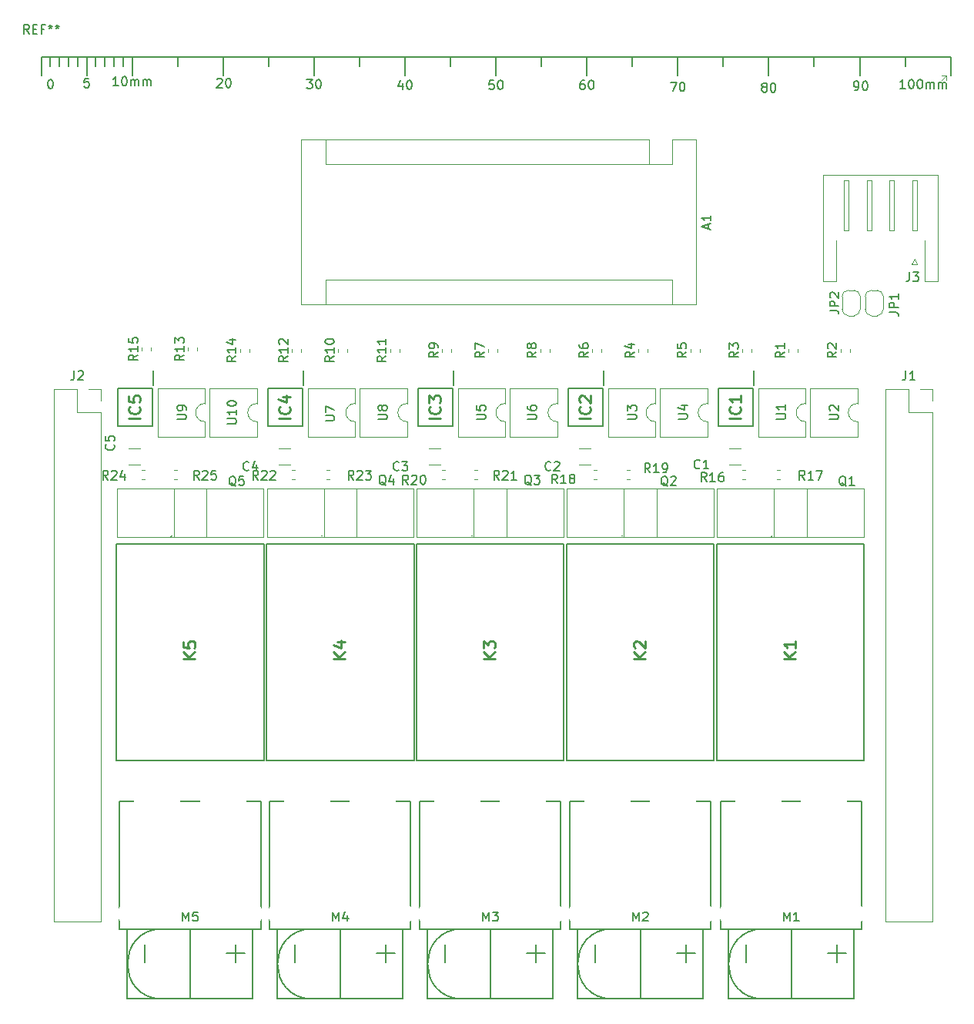
<source format=gto>
G04 #@! TF.GenerationSoftware,KiCad,Pcbnew,(5.1.2)-1*
G04 #@! TF.CreationDate,2019-05-30T15:53:57+09:00*
G04 #@! TF.ProjectId,MD_2016_remake,4d445f32-3031-4365-9f72-656d616b652e,rev?*
G04 #@! TF.SameCoordinates,PXaba9500PY3473bc0*
G04 #@! TF.FileFunction,Legend,Top*
G04 #@! TF.FilePolarity,Positive*
%FSLAX46Y46*%
G04 Gerber Fmt 4.6, Leading zero omitted, Abs format (unit mm)*
G04 Created by KiCad (PCBNEW (5.1.2)-1) date 2019-05-30 15:53:57*
%MOMM*%
%LPD*%
G04 APERTURE LIST*
%ADD10C,0.120000*%
%ADD11C,0.150000*%
%ADD12C,0.200000*%
%ADD13C,0.254000*%
%ADD14C,1.702000*%
%ADD15C,0.100000*%
%ADD16C,0.977000*%
%ADD17O,1.802000X2.052000*%
%ADD18C,1.802000*%
%ADD19R,1.702000X1.702000*%
%ADD20O,1.702000X1.702000*%
%ADD21R,1.802000X1.802000*%
%ADD22O,1.802000X1.802000*%
%ADD23C,0.500000*%
%ADD24C,3.102000*%
%ADD25C,1.902000*%
%ADD26C,2.502000*%
%ADD27R,5.102000X5.102000*%
%ADD28C,2.602000*%
%ADD29R,2.602000X4.602000*%
%ADD30O,2.602000X4.602000*%
%ADD31C,1.052000*%
G04 APERTURE END LIST*
D10*
X99500000Y-5000000D02*
X99500000Y-5500000D01*
X99000000Y-5000000D02*
X99500000Y-5000000D01*
X99500000Y-5000000D02*
X99000000Y-5500000D01*
D11*
X9999980Y-3000000D02*
X9999980Y-4998980D01*
X0Y-3000000D02*
X9999980Y-3000000D01*
X0Y-3000000D02*
X0Y-4998980D01*
X5001260Y-3000000D02*
X5001260Y-4998980D01*
X1000760Y-3000000D02*
X1000760Y-4000760D01*
X1998980Y-3000000D02*
X1998980Y-4000760D01*
X2999740Y-3000000D02*
X2999740Y-4000760D01*
X4000500Y-3000000D02*
X4000500Y-4000760D01*
X5999480Y-3000000D02*
X5999480Y-4000760D01*
X7000240Y-3000000D02*
X7000240Y-4000760D01*
X8001000Y-3000000D02*
X8001000Y-4000760D01*
X8999220Y-3000000D02*
X8999220Y-4000760D01*
X99999800Y-3000000D02*
X99999800Y-4998980D01*
X9999980Y-3000000D02*
X99999800Y-3000000D01*
X15001240Y-3000000D02*
X15001240Y-4000760D01*
X19999960Y-3000000D02*
X19999960Y-4998980D01*
X25001220Y-3000000D02*
X25001220Y-4000760D01*
X29999940Y-3000000D02*
X29999940Y-4998980D01*
X35001200Y-3000000D02*
X35001200Y-4000760D01*
X39999920Y-3000000D02*
X39999920Y-4998980D01*
X45001180Y-3000000D02*
X45001180Y-4000760D01*
X49999900Y-3000000D02*
X49999900Y-4998980D01*
X55001160Y-3000000D02*
X55001160Y-4000760D01*
X59999880Y-3000000D02*
X59999880Y-4998980D01*
X65001140Y-3000000D02*
X65001140Y-4000760D01*
X69999860Y-3000000D02*
X69999860Y-4998980D01*
X75001120Y-3000000D02*
X75001120Y-4000760D01*
X79999840Y-3000000D02*
X79999840Y-4998980D01*
X85001100Y-3000000D02*
X85001100Y-4000760D01*
X89999820Y-3000000D02*
X89999820Y-4998980D01*
X95001080Y-3000000D02*
X95001080Y-4000760D01*
D10*
X10842000Y-45976000D02*
X9584000Y-45976000D01*
X10842000Y-47816000D02*
X9584000Y-47816000D01*
X27352000Y-45976000D02*
X26094000Y-45976000D01*
X27352000Y-47816000D02*
X26094000Y-47816000D01*
X43862000Y-45976000D02*
X42604000Y-45976000D01*
X43862000Y-47816000D02*
X42604000Y-47816000D01*
X60372000Y-45976000D02*
X59114000Y-45976000D01*
X60372000Y-47816000D02*
X59114000Y-47816000D01*
X76882000Y-45976000D02*
X75624000Y-45976000D01*
X76882000Y-47816000D02*
X75624000Y-47816000D01*
X12100000Y-35247779D02*
X12100000Y-34922221D01*
X11080000Y-35247779D02*
X11080000Y-34922221D01*
X22895000Y-35400279D02*
X22895000Y-35074721D01*
X21875000Y-35400279D02*
X21875000Y-35074721D01*
X17180000Y-35247779D02*
X17180000Y-34922221D01*
X16160000Y-35247779D02*
X16160000Y-34922221D01*
X28610000Y-35400279D02*
X28610000Y-35074721D01*
X27590000Y-35400279D02*
X27590000Y-35074721D01*
X39405000Y-35400279D02*
X39405000Y-35074721D01*
X38385000Y-35400279D02*
X38385000Y-35074721D01*
X33690000Y-35400279D02*
X33690000Y-35074721D01*
X32670000Y-35400279D02*
X32670000Y-35074721D01*
X45120000Y-35400279D02*
X45120000Y-35074721D01*
X44100000Y-35400279D02*
X44100000Y-35074721D01*
X55915000Y-35400279D02*
X55915000Y-35074721D01*
X54895000Y-35400279D02*
X54895000Y-35074721D01*
X50200000Y-35400279D02*
X50200000Y-35074721D01*
X49180000Y-35400279D02*
X49180000Y-35074721D01*
X61630000Y-35400279D02*
X61630000Y-35074721D01*
X60610000Y-35400279D02*
X60610000Y-35074721D01*
X72425000Y-35400279D02*
X72425000Y-35074721D01*
X71405000Y-35400279D02*
X71405000Y-35074721D01*
X66710000Y-35400279D02*
X66710000Y-35074721D01*
X65690000Y-35400279D02*
X65690000Y-35074721D01*
X78140000Y-35400279D02*
X78140000Y-35074721D01*
X77120000Y-35400279D02*
X77120000Y-35074721D01*
X88935000Y-35400279D02*
X88935000Y-35074721D01*
X87915000Y-35400279D02*
X87915000Y-35074721D01*
X83220000Y-35400279D02*
X83220000Y-35074721D01*
X82200000Y-35400279D02*
X82200000Y-35074721D01*
X95745000Y-25755000D02*
X96045000Y-25155000D01*
X96345000Y-25755000D02*
X95745000Y-25755000D01*
X96045000Y-25155000D02*
X96345000Y-25755000D01*
X88295000Y-22055000D02*
X88795000Y-22055000D01*
X88295000Y-16555000D02*
X88295000Y-22055000D01*
X88795000Y-16555000D02*
X88295000Y-16555000D01*
X88795000Y-22055000D02*
X88795000Y-16555000D01*
X90795000Y-22055000D02*
X91295000Y-22055000D01*
X90795000Y-16555000D02*
X90795000Y-22055000D01*
X91295000Y-16555000D02*
X90795000Y-16555000D01*
X91295000Y-22055000D02*
X91295000Y-16555000D01*
X93295000Y-22055000D02*
X93795000Y-22055000D01*
X93295000Y-16555000D02*
X93295000Y-22055000D01*
X93795000Y-16555000D02*
X93295000Y-16555000D01*
X93795000Y-22055000D02*
X93795000Y-16555000D01*
X95795000Y-22055000D02*
X96295000Y-22055000D01*
X95795000Y-16555000D02*
X95795000Y-22055000D01*
X96295000Y-16555000D02*
X95795000Y-16555000D01*
X96295000Y-22055000D02*
X96295000Y-16555000D01*
X87405000Y-27665000D02*
X87405000Y-23165000D01*
X85985000Y-27665000D02*
X87405000Y-27665000D01*
X85985000Y-15945000D02*
X85985000Y-27665000D01*
X92295000Y-15945000D02*
X85985000Y-15945000D01*
X97185000Y-27665000D02*
X97185000Y-23165000D01*
X98605000Y-27665000D02*
X97185000Y-27665000D01*
X98605000Y-15945000D02*
X98605000Y-27665000D01*
X92295000Y-15945000D02*
X98605000Y-15945000D01*
X66835000Y-14765000D02*
X69375000Y-14765000D01*
X69375000Y-14765000D02*
X69375000Y-12095000D01*
X66835000Y-12095000D02*
X28605000Y-12095000D01*
X72045000Y-12095000D02*
X69375000Y-12095000D01*
X69375000Y-27465000D02*
X69375000Y-30135000D01*
X69375000Y-27465000D02*
X31275000Y-27465000D01*
X31275000Y-27465000D02*
X31275000Y-30135000D01*
X66835000Y-14765000D02*
X66835000Y-12095000D01*
X66835000Y-14765000D02*
X31275000Y-14765000D01*
X31275000Y-14765000D02*
X31275000Y-12095000D01*
X28605000Y-12095000D02*
X28605000Y-30135000D01*
X28605000Y-30135000D02*
X72045000Y-30135000D01*
X72045000Y-30135000D02*
X72045000Y-12095000D01*
D12*
X78330000Y-37435000D02*
X78330000Y-39085000D01*
X74485000Y-39435000D02*
X78235000Y-39435000D01*
X74485000Y-43585000D02*
X74485000Y-39435000D01*
X78235000Y-43585000D02*
X74485000Y-43585000D01*
X78235000Y-39435000D02*
X78235000Y-43585000D01*
X61725000Y-39435000D02*
X61725000Y-43585000D01*
X61725000Y-43585000D02*
X57975000Y-43585000D01*
X57975000Y-43585000D02*
X57975000Y-39435000D01*
X57975000Y-39435000D02*
X61725000Y-39435000D01*
X61820000Y-37435000D02*
X61820000Y-39085000D01*
X45215000Y-39435000D02*
X45215000Y-43585000D01*
X45215000Y-43585000D02*
X41465000Y-43585000D01*
X41465000Y-43585000D02*
X41465000Y-39435000D01*
X41465000Y-39435000D02*
X45215000Y-39435000D01*
X45310000Y-37435000D02*
X45310000Y-39085000D01*
X28705000Y-39435000D02*
X28705000Y-43585000D01*
X28705000Y-43585000D02*
X24955000Y-43585000D01*
X24955000Y-43585000D02*
X24955000Y-39435000D01*
X24955000Y-39435000D02*
X28705000Y-39435000D01*
X28800000Y-37435000D02*
X28800000Y-39085000D01*
X12290000Y-37435000D02*
X12290000Y-39085000D01*
X8445000Y-39435000D02*
X12195000Y-39435000D01*
X8445000Y-43585000D02*
X8445000Y-39435000D01*
X12195000Y-43585000D02*
X8445000Y-43585000D01*
X12195000Y-39435000D02*
X12195000Y-43585000D01*
D10*
X92810000Y-39470000D02*
X95410000Y-39470000D01*
X92810000Y-39470000D02*
X92810000Y-98010000D01*
X92810000Y-98010000D02*
X98010000Y-98010000D01*
X98010000Y-42070000D02*
X98010000Y-98010000D01*
X95410000Y-42070000D02*
X98010000Y-42070000D01*
X95410000Y-39470000D02*
X95410000Y-42070000D01*
X98010000Y-39470000D02*
X98010000Y-40800000D01*
X96680000Y-39470000D02*
X98010000Y-39470000D01*
X5240000Y-39470000D02*
X6570000Y-39470000D01*
X6570000Y-39470000D02*
X6570000Y-40800000D01*
X3970000Y-39470000D02*
X3970000Y-42070000D01*
X3970000Y-42070000D02*
X6570000Y-42070000D01*
X6570000Y-42070000D02*
X6570000Y-98010000D01*
X1370000Y-98010000D02*
X6570000Y-98010000D01*
X1370000Y-39470000D02*
X1370000Y-98010000D01*
X1370000Y-39470000D02*
X3970000Y-39470000D01*
X90600000Y-29320000D02*
G75*
G02X91300000Y-28620000I700000J0D01*
G01*
X91900000Y-28620000D02*
G75*
G02X92600000Y-29320000I0J-700000D01*
G01*
X92600000Y-30720000D02*
G75*
G02X91900000Y-31420000I-700000J0D01*
G01*
X91300000Y-31420000D02*
G75*
G02X90600000Y-30720000I0J700000D01*
G01*
X91900000Y-31420000D02*
X91300000Y-31420000D01*
X92600000Y-29320000D02*
X92600000Y-30720000D01*
X91300000Y-28620000D02*
X91900000Y-28620000D01*
X90600000Y-30720000D02*
X90600000Y-29320000D01*
X88060000Y-30720000D02*
X88060000Y-29320000D01*
X88760000Y-28620000D02*
X89360000Y-28620000D01*
X90060000Y-29320000D02*
X90060000Y-30720000D01*
X89360000Y-31420000D02*
X88760000Y-31420000D01*
X88760000Y-31420000D02*
G75*
G02X88060000Y-30720000I0J700000D01*
G01*
X90060000Y-30720000D02*
G75*
G02X89360000Y-31420000I-700000J0D01*
G01*
X89360000Y-28620000D02*
G75*
G02X90060000Y-29320000I0J-700000D01*
G01*
X88060000Y-29320000D02*
G75*
G02X88760000Y-28620000I700000J0D01*
G01*
D12*
X80343000Y-55624000D02*
G75*
G03X80343000Y-55624000I-62000J0D01*
G01*
X74280000Y-80305000D02*
X74280000Y-56505000D01*
X90480000Y-80305000D02*
X74280000Y-80305000D01*
X90480000Y-56505000D02*
X90480000Y-80305000D01*
X74280000Y-56505000D02*
X90480000Y-56505000D01*
X57780000Y-56505000D02*
X73980000Y-56505000D01*
X73980000Y-56505000D02*
X73980000Y-80305000D01*
X73980000Y-80305000D02*
X57780000Y-80305000D01*
X57780000Y-80305000D02*
X57780000Y-56505000D01*
X63843000Y-55624000D02*
G75*
G03X63843000Y-55624000I-62000J0D01*
G01*
X47343000Y-55624000D02*
G75*
G03X47343000Y-55624000I-62000J0D01*
G01*
X41280000Y-80305000D02*
X41280000Y-56505000D01*
X57480000Y-80305000D02*
X41280000Y-80305000D01*
X57480000Y-56505000D02*
X57480000Y-80305000D01*
X41280000Y-56505000D02*
X57480000Y-56505000D01*
X24780000Y-56505000D02*
X40980000Y-56505000D01*
X40980000Y-56505000D02*
X40980000Y-80305000D01*
X40980000Y-80305000D02*
X24780000Y-80305000D01*
X24780000Y-80305000D02*
X24780000Y-56505000D01*
X30843000Y-55624000D02*
G75*
G03X30843000Y-55624000I-62000J0D01*
G01*
X14343000Y-55624000D02*
G75*
G03X14343000Y-55624000I-62000J0D01*
G01*
X8280000Y-80305000D02*
X8280000Y-56505000D01*
X24480000Y-80305000D02*
X8280000Y-80305000D01*
X24480000Y-56505000D02*
X24480000Y-80305000D01*
X8280000Y-56505000D02*
X24480000Y-56505000D01*
D11*
X82480000Y-98800000D02*
X82480000Y-106500000D01*
X79430000Y-106500000D02*
G75*
G02X79430000Y-98800000I0J3850000D01*
G01*
X75580000Y-98800000D02*
X74730000Y-98800000D01*
X90230000Y-98800000D02*
X89380000Y-98800000D01*
X77480000Y-100500000D02*
X77480000Y-102500000D01*
X88480000Y-101500000D02*
X86480000Y-101500000D01*
X87480000Y-100500000D02*
X87480000Y-102500000D01*
X74730000Y-84800000D02*
X74730000Y-98800000D01*
X90230000Y-84800000D02*
X90230000Y-98800000D01*
X74730000Y-84800000D02*
X90230000Y-84800000D01*
X89380000Y-98800000D02*
X75580000Y-98800000D01*
X75580000Y-106500000D02*
X75580000Y-98800000D01*
X89380000Y-106500000D02*
X89380000Y-98800000D01*
X89380000Y-106500000D02*
X75580000Y-106500000D01*
X72780000Y-106500000D02*
X58980000Y-106500000D01*
X72780000Y-106500000D02*
X72780000Y-98800000D01*
X58980000Y-106500000D02*
X58980000Y-98800000D01*
X72780000Y-98800000D02*
X58980000Y-98800000D01*
X58130000Y-84800000D02*
X73630000Y-84800000D01*
X73630000Y-84800000D02*
X73630000Y-98800000D01*
X58130000Y-84800000D02*
X58130000Y-98800000D01*
X70880000Y-100500000D02*
X70880000Y-102500000D01*
X71880000Y-101500000D02*
X69880000Y-101500000D01*
X60880000Y-100500000D02*
X60880000Y-102500000D01*
X73630000Y-98800000D02*
X72780000Y-98800000D01*
X58980000Y-98800000D02*
X58130000Y-98800000D01*
X62830000Y-106500000D02*
G75*
G02X62830000Y-98800000I0J3850000D01*
G01*
X65880000Y-98800000D02*
X65880000Y-106500000D01*
X49380000Y-98800000D02*
X49380000Y-106500000D01*
X46330000Y-106500000D02*
G75*
G02X46330000Y-98800000I0J3850000D01*
G01*
X42480000Y-98800000D02*
X41630000Y-98800000D01*
X57130000Y-98800000D02*
X56280000Y-98800000D01*
X44380000Y-100500000D02*
X44380000Y-102500000D01*
X55380000Y-101500000D02*
X53380000Y-101500000D01*
X54380000Y-100500000D02*
X54380000Y-102500000D01*
X41630000Y-84800000D02*
X41630000Y-98800000D01*
X57130000Y-84800000D02*
X57130000Y-98800000D01*
X41630000Y-84800000D02*
X57130000Y-84800000D01*
X56280000Y-98800000D02*
X42480000Y-98800000D01*
X42480000Y-106500000D02*
X42480000Y-98800000D01*
X56280000Y-106500000D02*
X56280000Y-98800000D01*
X56280000Y-106500000D02*
X42480000Y-106500000D01*
X32880000Y-98800000D02*
X32880000Y-106500000D01*
X29830000Y-106500000D02*
G75*
G02X29830000Y-98800000I0J3850000D01*
G01*
X25980000Y-98800000D02*
X25130000Y-98800000D01*
X40630000Y-98800000D02*
X39780000Y-98800000D01*
X27880000Y-100500000D02*
X27880000Y-102500000D01*
X38880000Y-101500000D02*
X36880000Y-101500000D01*
X37880000Y-100500000D02*
X37880000Y-102500000D01*
X25130000Y-84800000D02*
X25130000Y-98800000D01*
X40630000Y-84800000D02*
X40630000Y-98800000D01*
X25130000Y-84800000D02*
X40630000Y-84800000D01*
X39780000Y-98800000D02*
X25980000Y-98800000D01*
X25980000Y-106500000D02*
X25980000Y-98800000D01*
X39780000Y-106500000D02*
X39780000Y-98800000D01*
X39780000Y-106500000D02*
X25980000Y-106500000D01*
X23280000Y-106500000D02*
X9480000Y-106500000D01*
X23280000Y-106500000D02*
X23280000Y-98800000D01*
X9480000Y-106500000D02*
X9480000Y-98800000D01*
X23280000Y-98800000D02*
X9480000Y-98800000D01*
X8630000Y-84800000D02*
X24130000Y-84800000D01*
X24130000Y-84800000D02*
X24130000Y-98800000D01*
X8630000Y-84800000D02*
X8630000Y-98800000D01*
X21380000Y-100500000D02*
X21380000Y-102500000D01*
X22380000Y-101500000D02*
X20380000Y-101500000D01*
X11380000Y-100500000D02*
X11380000Y-102500000D01*
X24130000Y-98800000D02*
X23280000Y-98800000D01*
X9480000Y-98800000D02*
X8630000Y-98800000D01*
X13330000Y-106500000D02*
G75*
G02X13330000Y-98800000I0J3850000D01*
G01*
X16380000Y-98800000D02*
X16380000Y-106500000D01*
D10*
X74310000Y-50454000D02*
X90450000Y-50454000D01*
X74310000Y-55725000D02*
X90450000Y-55725000D01*
X74310000Y-50454000D02*
X74310000Y-55725000D01*
X90450000Y-50454000D02*
X90450000Y-55725000D01*
X80576000Y-50454000D02*
X80576000Y-55725000D01*
X84185000Y-50454000D02*
X84185000Y-55725000D01*
X57810000Y-50454000D02*
X73950000Y-50454000D01*
X57810000Y-55725000D02*
X73950000Y-55725000D01*
X57810000Y-50454000D02*
X57810000Y-55725000D01*
X73950000Y-50454000D02*
X73950000Y-55725000D01*
X64076000Y-50454000D02*
X64076000Y-55725000D01*
X67685000Y-50454000D02*
X67685000Y-55725000D01*
X51185000Y-50454000D02*
X51185000Y-55725000D01*
X47576000Y-50454000D02*
X47576000Y-55725000D01*
X57450000Y-50454000D02*
X57450000Y-55725000D01*
X41310000Y-50454000D02*
X41310000Y-55725000D01*
X41310000Y-55725000D02*
X57450000Y-55725000D01*
X41310000Y-50454000D02*
X57450000Y-50454000D01*
X34685000Y-50454000D02*
X34685000Y-55725000D01*
X31076000Y-50454000D02*
X31076000Y-55725000D01*
X40950000Y-50454000D02*
X40950000Y-55725000D01*
X24810000Y-50454000D02*
X24810000Y-55725000D01*
X24810000Y-55725000D02*
X40950000Y-55725000D01*
X24810000Y-50454000D02*
X40950000Y-50454000D01*
X18185000Y-50454000D02*
X18185000Y-55725000D01*
X14576000Y-50454000D02*
X14576000Y-55725000D01*
X24450000Y-50454000D02*
X24450000Y-55725000D01*
X8310000Y-50454000D02*
X8310000Y-55725000D01*
X8310000Y-55725000D02*
X24450000Y-55725000D01*
X8310000Y-50454000D02*
X24450000Y-50454000D01*
X77063733Y-48418000D02*
X77406267Y-48418000D01*
X77063733Y-49438000D02*
X77406267Y-49438000D01*
X80901733Y-49438000D02*
X81244267Y-49438000D01*
X80901733Y-48418000D02*
X81244267Y-48418000D01*
X60708733Y-48418000D02*
X61051267Y-48418000D01*
X60708733Y-49438000D02*
X61051267Y-49438000D01*
X64363733Y-49438000D02*
X64706267Y-49438000D01*
X64363733Y-48418000D02*
X64706267Y-48418000D01*
X44043733Y-49438000D02*
X44386267Y-49438000D01*
X44043733Y-48418000D02*
X44386267Y-48418000D01*
X47599733Y-48418000D02*
X47942267Y-48418000D01*
X47599733Y-49438000D02*
X47942267Y-49438000D01*
X27561733Y-48418000D02*
X27904267Y-48418000D01*
X27561733Y-49438000D02*
X27904267Y-49438000D01*
X31343733Y-49438000D02*
X31686267Y-49438000D01*
X31343733Y-48418000D02*
X31686267Y-48418000D01*
X11023733Y-48418000D02*
X11366267Y-48418000D01*
X11023733Y-49438000D02*
X11366267Y-49438000D01*
X14579733Y-48418000D02*
X14922267Y-48418000D01*
X14579733Y-49438000D02*
X14922267Y-49438000D01*
X84040000Y-43070000D02*
G75*
G02X84040000Y-41070000I0J1000000D01*
G01*
X84040000Y-41070000D02*
X84040000Y-39420000D01*
X84040000Y-39420000D02*
X78840000Y-39420000D01*
X78840000Y-39420000D02*
X78840000Y-44720000D01*
X78840000Y-44720000D02*
X84040000Y-44720000D01*
X84040000Y-44720000D02*
X84040000Y-43070000D01*
X89755000Y-44720000D02*
X89755000Y-43070000D01*
X84555000Y-44720000D02*
X89755000Y-44720000D01*
X84555000Y-39420000D02*
X84555000Y-44720000D01*
X89755000Y-39420000D02*
X84555000Y-39420000D01*
X89755000Y-41070000D02*
X89755000Y-39420000D01*
X89755000Y-43070000D02*
G75*
G02X89755000Y-41070000I0J1000000D01*
G01*
X67530000Y-43070000D02*
G75*
G02X67530000Y-41070000I0J1000000D01*
G01*
X67530000Y-41070000D02*
X67530000Y-39420000D01*
X67530000Y-39420000D02*
X62330000Y-39420000D01*
X62330000Y-39420000D02*
X62330000Y-44720000D01*
X62330000Y-44720000D02*
X67530000Y-44720000D01*
X67530000Y-44720000D02*
X67530000Y-43070000D01*
X73245000Y-44720000D02*
X73245000Y-43070000D01*
X68045000Y-44720000D02*
X73245000Y-44720000D01*
X68045000Y-39420000D02*
X68045000Y-44720000D01*
X73245000Y-39420000D02*
X68045000Y-39420000D01*
X73245000Y-41070000D02*
X73245000Y-39420000D01*
X73245000Y-43070000D02*
G75*
G02X73245000Y-41070000I0J1000000D01*
G01*
X51020000Y-43070000D02*
G75*
G02X51020000Y-41070000I0J1000000D01*
G01*
X51020000Y-41070000D02*
X51020000Y-39420000D01*
X51020000Y-39420000D02*
X45820000Y-39420000D01*
X45820000Y-39420000D02*
X45820000Y-44720000D01*
X45820000Y-44720000D02*
X51020000Y-44720000D01*
X51020000Y-44720000D02*
X51020000Y-43070000D01*
X56735000Y-44720000D02*
X56735000Y-43070000D01*
X51535000Y-44720000D02*
X56735000Y-44720000D01*
X51535000Y-39420000D02*
X51535000Y-44720000D01*
X56735000Y-39420000D02*
X51535000Y-39420000D01*
X56735000Y-41070000D02*
X56735000Y-39420000D01*
X56735000Y-43070000D02*
G75*
G02X56735000Y-41070000I0J1000000D01*
G01*
X34510000Y-43070000D02*
G75*
G02X34510000Y-41070000I0J1000000D01*
G01*
X34510000Y-41070000D02*
X34510000Y-39420000D01*
X34510000Y-39420000D02*
X29310000Y-39420000D01*
X29310000Y-39420000D02*
X29310000Y-44720000D01*
X29310000Y-44720000D02*
X34510000Y-44720000D01*
X34510000Y-44720000D02*
X34510000Y-43070000D01*
X40225000Y-44720000D02*
X40225000Y-43070000D01*
X35025000Y-44720000D02*
X40225000Y-44720000D01*
X35025000Y-39420000D02*
X35025000Y-44720000D01*
X40225000Y-39420000D02*
X35025000Y-39420000D01*
X40225000Y-41070000D02*
X40225000Y-39420000D01*
X40225000Y-43070000D02*
G75*
G02X40225000Y-41070000I0J1000000D01*
G01*
X18000000Y-44720000D02*
X18000000Y-43070000D01*
X12800000Y-44720000D02*
X18000000Y-44720000D01*
X12800000Y-39420000D02*
X12800000Y-44720000D01*
X18000000Y-39420000D02*
X12800000Y-39420000D01*
X18000000Y-41070000D02*
X18000000Y-39420000D01*
X18000000Y-43070000D02*
G75*
G02X18000000Y-41070000I0J1000000D01*
G01*
X23715000Y-43070000D02*
G75*
G02X23715000Y-41070000I0J1000000D01*
G01*
X23715000Y-41070000D02*
X23715000Y-39420000D01*
X23715000Y-39420000D02*
X18515000Y-39420000D01*
X18515000Y-39420000D02*
X18515000Y-44720000D01*
X18515000Y-44720000D02*
X23715000Y-44720000D01*
X23715000Y-44720000D02*
X23715000Y-43070000D01*
D11*
X-1333334Y-452640D02*
X-1666667Y23550D01*
X-1904762Y-452640D02*
X-1904762Y547360D01*
X-1523810Y547360D01*
X-1428572Y499740D01*
X-1380953Y452121D01*
X-1333334Y356883D01*
X-1333334Y214026D01*
X-1380953Y118788D01*
X-1428572Y71169D01*
X-1523810Y23550D01*
X-1904762Y23550D01*
X-904762Y71169D02*
X-571429Y71169D01*
X-428572Y-452640D02*
X-904762Y-452640D01*
X-904762Y547360D01*
X-428572Y547360D01*
X333333Y71169D02*
X0Y71169D01*
X0Y-452640D02*
X0Y547360D01*
X476190Y547360D01*
X1000000Y547360D02*
X1000000Y309264D01*
X761904Y404502D02*
X1000000Y309264D01*
X1238095Y404502D01*
X857142Y118788D02*
X1000000Y309264D01*
X1142857Y118788D01*
X1761904Y547360D02*
X1761904Y309264D01*
X1523809Y404502D02*
X1761904Y309264D01*
X2000000Y404502D01*
X1619047Y118788D02*
X1761904Y309264D01*
X1904761Y118788D01*
X8476170Y-6152400D02*
X7904741Y-6152400D01*
X8190456Y-6152400D02*
X8190456Y-5152400D01*
X8095218Y-5295258D01*
X7999980Y-5390496D01*
X7904741Y-5438115D01*
X9095218Y-5152400D02*
X9190456Y-5152400D01*
X9285694Y-5200020D01*
X9333313Y-5247639D01*
X9380932Y-5342877D01*
X9428551Y-5533353D01*
X9428551Y-5771448D01*
X9380932Y-5961924D01*
X9333313Y-6057162D01*
X9285694Y-6104781D01*
X9190456Y-6152400D01*
X9095218Y-6152400D01*
X8999980Y-6104781D01*
X8952360Y-6057162D01*
X8904741Y-5961924D01*
X8857122Y-5771448D01*
X8857122Y-5533353D01*
X8904741Y-5342877D01*
X8952360Y-5247639D01*
X8999980Y-5200020D01*
X9095218Y-5152400D01*
X9857122Y-6152400D02*
X9857122Y-5485734D01*
X9857122Y-5580972D02*
X9904741Y-5533353D01*
X9999980Y-5485734D01*
X10142837Y-5485734D01*
X10238075Y-5533353D01*
X10285694Y-5628591D01*
X10285694Y-6152400D01*
X10285694Y-5628591D02*
X10333313Y-5533353D01*
X10428551Y-5485734D01*
X10571408Y-5485734D01*
X10666646Y-5533353D01*
X10714265Y-5628591D01*
X10714265Y-6152400D01*
X11190456Y-6152400D02*
X11190456Y-5485734D01*
X11190456Y-5580972D02*
X11238075Y-5533353D01*
X11333313Y-5485734D01*
X11476170Y-5485734D01*
X11571408Y-5533353D01*
X11619027Y-5628591D01*
X11619027Y-6152400D01*
X11619027Y-5628591D02*
X11666646Y-5533353D01*
X11761884Y-5485734D01*
X11904741Y-5485734D01*
X11999980Y-5533353D01*
X12047599Y-5628591D01*
X12047599Y-6152400D01*
X952380Y-5452380D02*
X1047619Y-5452380D01*
X1142857Y-5500000D01*
X1190476Y-5547619D01*
X1238095Y-5642857D01*
X1285714Y-5833333D01*
X1285714Y-6071428D01*
X1238095Y-6261904D01*
X1190476Y-6357142D01*
X1142857Y-6404761D01*
X1047619Y-6452380D01*
X952380Y-6452380D01*
X857142Y-6404761D01*
X809523Y-6357142D01*
X761904Y-6261904D01*
X714285Y-6071428D01*
X714285Y-5833333D01*
X761904Y-5642857D01*
X809523Y-5547619D01*
X857142Y-5500000D01*
X952380Y-5452380D01*
X5236815Y-5353060D02*
X4760624Y-5353060D01*
X4713005Y-5829251D01*
X4760624Y-5781632D01*
X4855862Y-5734013D01*
X5093958Y-5734013D01*
X5189196Y-5781632D01*
X5236815Y-5829251D01*
X5284434Y-5924489D01*
X5284434Y-6162584D01*
X5236815Y-6257822D01*
X5189196Y-6305441D01*
X5093958Y-6353060D01*
X4855862Y-6353060D01*
X4760624Y-6305441D01*
X4713005Y-6257822D01*
X19337115Y-5448299D02*
X19384734Y-5400680D01*
X19479972Y-5353060D01*
X19718067Y-5353060D01*
X19813305Y-5400680D01*
X19860924Y-5448299D01*
X19908543Y-5543537D01*
X19908543Y-5638775D01*
X19860924Y-5781632D01*
X19289496Y-6353060D01*
X19908543Y-6353060D01*
X20527591Y-5353060D02*
X20622829Y-5353060D01*
X20718067Y-5400680D01*
X20765686Y-5448299D01*
X20813305Y-5543537D01*
X20860924Y-5734013D01*
X20860924Y-5972108D01*
X20813305Y-6162584D01*
X20765686Y-6257822D01*
X20718067Y-6305441D01*
X20622829Y-6353060D01*
X20527591Y-6353060D01*
X20432353Y-6305441D01*
X20384734Y-6257822D01*
X20337115Y-6162584D01*
X20289496Y-5972108D01*
X20289496Y-5734013D01*
X20337115Y-5543537D01*
X20384734Y-5448299D01*
X20432353Y-5400680D01*
X20527591Y-5353060D01*
X29190416Y-5452120D02*
X29809463Y-5452120D01*
X29476130Y-5833073D01*
X29618987Y-5833073D01*
X29714225Y-5880692D01*
X29761844Y-5928311D01*
X29809463Y-6023549D01*
X29809463Y-6261644D01*
X29761844Y-6356882D01*
X29714225Y-6404501D01*
X29618987Y-6452120D01*
X29333273Y-6452120D01*
X29238035Y-6404501D01*
X29190416Y-6356882D01*
X30428511Y-5452120D02*
X30523749Y-5452120D01*
X30618987Y-5499740D01*
X30666606Y-5547359D01*
X30714225Y-5642597D01*
X30761844Y-5833073D01*
X30761844Y-6071168D01*
X30714225Y-6261644D01*
X30666606Y-6356882D01*
X30618987Y-6404501D01*
X30523749Y-6452120D01*
X30428511Y-6452120D01*
X30333273Y-6404501D01*
X30285654Y-6356882D01*
X30238035Y-6261644D01*
X30190416Y-6071168D01*
X30190416Y-5833073D01*
X30238035Y-5642597D01*
X30285654Y-5547359D01*
X30333273Y-5499740D01*
X30428511Y-5452120D01*
X39714205Y-5887054D02*
X39714205Y-6553720D01*
X39476110Y-5506101D02*
X39238015Y-6220387D01*
X39857062Y-6220387D01*
X40428491Y-5553720D02*
X40523729Y-5553720D01*
X40618967Y-5601340D01*
X40666586Y-5648959D01*
X40714205Y-5744197D01*
X40761824Y-5934673D01*
X40761824Y-6172768D01*
X40714205Y-6363244D01*
X40666586Y-6458482D01*
X40618967Y-6506101D01*
X40523729Y-6553720D01*
X40428491Y-6553720D01*
X40333253Y-6506101D01*
X40285634Y-6458482D01*
X40238015Y-6363244D01*
X40190396Y-6172768D01*
X40190396Y-5934673D01*
X40238015Y-5744197D01*
X40285634Y-5648959D01*
X40333253Y-5601340D01*
X40428491Y-5553720D01*
X49761804Y-5553720D02*
X49285614Y-5553720D01*
X49237995Y-6029911D01*
X49285614Y-5982292D01*
X49380852Y-5934673D01*
X49618947Y-5934673D01*
X49714185Y-5982292D01*
X49761804Y-6029911D01*
X49809423Y-6125149D01*
X49809423Y-6363244D01*
X49761804Y-6458482D01*
X49714185Y-6506101D01*
X49618947Y-6553720D01*
X49380852Y-6553720D01*
X49285614Y-6506101D01*
X49237995Y-6458482D01*
X50428471Y-5553720D02*
X50523709Y-5553720D01*
X50618947Y-5601340D01*
X50666566Y-5648959D01*
X50714185Y-5744197D01*
X50761804Y-5934673D01*
X50761804Y-6172768D01*
X50714185Y-6363244D01*
X50666566Y-6458482D01*
X50618947Y-6506101D01*
X50523709Y-6553720D01*
X50428471Y-6553720D01*
X50333233Y-6506101D01*
X50285614Y-6458482D01*
X50237995Y-6363244D01*
X50190376Y-6172768D01*
X50190376Y-5934673D01*
X50237995Y-5744197D01*
X50285614Y-5648959D01*
X50333233Y-5601340D01*
X50428471Y-5553720D01*
X59714165Y-5553720D02*
X59523689Y-5553720D01*
X59428451Y-5601340D01*
X59380832Y-5648959D01*
X59285594Y-5791816D01*
X59237975Y-5982292D01*
X59237975Y-6363244D01*
X59285594Y-6458482D01*
X59333213Y-6506101D01*
X59428451Y-6553720D01*
X59618927Y-6553720D01*
X59714165Y-6506101D01*
X59761784Y-6458482D01*
X59809403Y-6363244D01*
X59809403Y-6125149D01*
X59761784Y-6029911D01*
X59714165Y-5982292D01*
X59618927Y-5934673D01*
X59428451Y-5934673D01*
X59333213Y-5982292D01*
X59285594Y-6029911D01*
X59237975Y-6125149D01*
X60428451Y-5553720D02*
X60523689Y-5553720D01*
X60618927Y-5601340D01*
X60666546Y-5648959D01*
X60714165Y-5744197D01*
X60761784Y-5934673D01*
X60761784Y-6172768D01*
X60714165Y-6363244D01*
X60666546Y-6458482D01*
X60618927Y-6506101D01*
X60523689Y-6553720D01*
X60428451Y-6553720D01*
X60333213Y-6506101D01*
X60285594Y-6458482D01*
X60237975Y-6363244D01*
X60190356Y-6172768D01*
X60190356Y-5934673D01*
X60237975Y-5744197D01*
X60285594Y-5648959D01*
X60333213Y-5601340D01*
X60428451Y-5553720D01*
X69190336Y-5754380D02*
X69857002Y-5754380D01*
X69428431Y-6754380D01*
X70428431Y-5754380D02*
X70523669Y-5754380D01*
X70618907Y-5802000D01*
X70666526Y-5849619D01*
X70714145Y-5944857D01*
X70761764Y-6135333D01*
X70761764Y-6373428D01*
X70714145Y-6563904D01*
X70666526Y-6659142D01*
X70618907Y-6706761D01*
X70523669Y-6754380D01*
X70428431Y-6754380D01*
X70333193Y-6706761D01*
X70285574Y-6659142D01*
X70237955Y-6563904D01*
X70190336Y-6373428D01*
X70190336Y-6135333D01*
X70237955Y-5944857D01*
X70285574Y-5849619D01*
X70333193Y-5802000D01*
X70428431Y-5754380D01*
X79428411Y-6282012D02*
X79333173Y-6234393D01*
X79285554Y-6186774D01*
X79237935Y-6091536D01*
X79237935Y-6043917D01*
X79285554Y-5948679D01*
X79333173Y-5901060D01*
X79428411Y-5853440D01*
X79618887Y-5853440D01*
X79714125Y-5901060D01*
X79761744Y-5948679D01*
X79809363Y-6043917D01*
X79809363Y-6091536D01*
X79761744Y-6186774D01*
X79714125Y-6234393D01*
X79618887Y-6282012D01*
X79428411Y-6282012D01*
X79333173Y-6329631D01*
X79285554Y-6377250D01*
X79237935Y-6472488D01*
X79237935Y-6662964D01*
X79285554Y-6758202D01*
X79333173Y-6805821D01*
X79428411Y-6853440D01*
X79618887Y-6853440D01*
X79714125Y-6805821D01*
X79761744Y-6758202D01*
X79809363Y-6662964D01*
X79809363Y-6472488D01*
X79761744Y-6377250D01*
X79714125Y-6329631D01*
X79618887Y-6282012D01*
X80428411Y-5853440D02*
X80523649Y-5853440D01*
X80618887Y-5901060D01*
X80666506Y-5948679D01*
X80714125Y-6043917D01*
X80761744Y-6234393D01*
X80761744Y-6472488D01*
X80714125Y-6662964D01*
X80666506Y-6758202D01*
X80618887Y-6805821D01*
X80523649Y-6853440D01*
X80428411Y-6853440D01*
X80333173Y-6805821D01*
X80285554Y-6758202D01*
X80237935Y-6662964D01*
X80190316Y-6472488D01*
X80190316Y-6234393D01*
X80237935Y-6043917D01*
X80285554Y-5948679D01*
X80333173Y-5901060D01*
X80428411Y-5853440D01*
X89434753Y-6655320D02*
X89625229Y-6655320D01*
X89720467Y-6607701D01*
X89768086Y-6560082D01*
X89863324Y-6417225D01*
X89910943Y-6226749D01*
X89910943Y-5845797D01*
X89863324Y-5750559D01*
X89815705Y-5702940D01*
X89720467Y-5655320D01*
X89529991Y-5655320D01*
X89434753Y-5702940D01*
X89387134Y-5750559D01*
X89339515Y-5845797D01*
X89339515Y-6083892D01*
X89387134Y-6179130D01*
X89434753Y-6226749D01*
X89529991Y-6274368D01*
X89720467Y-6274368D01*
X89815705Y-6226749D01*
X89863324Y-6179130D01*
X89910943Y-6083892D01*
X90529991Y-5655320D02*
X90625229Y-5655320D01*
X90720467Y-5702940D01*
X90768086Y-5750559D01*
X90815705Y-5845797D01*
X90863324Y-6036273D01*
X90863324Y-6274368D01*
X90815705Y-6464844D01*
X90768086Y-6560082D01*
X90720467Y-6607701D01*
X90625229Y-6655320D01*
X90529991Y-6655320D01*
X90434753Y-6607701D01*
X90387134Y-6560082D01*
X90339515Y-6464844D01*
X90291896Y-6274368D01*
X90291896Y-6036273D01*
X90339515Y-5845797D01*
X90387134Y-5750559D01*
X90434753Y-5702940D01*
X90529991Y-5655320D01*
X95000000Y-6452380D02*
X94428571Y-6452380D01*
X94714285Y-6452380D02*
X94714285Y-5452380D01*
X94619047Y-5595238D01*
X94523809Y-5690476D01*
X94428571Y-5738095D01*
X95619047Y-5452380D02*
X95714285Y-5452380D01*
X95809523Y-5500000D01*
X95857142Y-5547619D01*
X95904761Y-5642857D01*
X95952380Y-5833333D01*
X95952380Y-6071428D01*
X95904761Y-6261904D01*
X95857142Y-6357142D01*
X95809523Y-6404761D01*
X95714285Y-6452380D01*
X95619047Y-6452380D01*
X95523809Y-6404761D01*
X95476190Y-6357142D01*
X95428571Y-6261904D01*
X95380952Y-6071428D01*
X95380952Y-5833333D01*
X95428571Y-5642857D01*
X95476190Y-5547619D01*
X95523809Y-5500000D01*
X95619047Y-5452380D01*
X96571428Y-5452380D02*
X96666666Y-5452380D01*
X96761904Y-5500000D01*
X96809523Y-5547619D01*
X96857142Y-5642857D01*
X96904761Y-5833333D01*
X96904761Y-6071428D01*
X96857142Y-6261904D01*
X96809523Y-6357142D01*
X96761904Y-6404761D01*
X96666666Y-6452380D01*
X96571428Y-6452380D01*
X96476190Y-6404761D01*
X96428571Y-6357142D01*
X96380952Y-6261904D01*
X96333333Y-6071428D01*
X96333333Y-5833333D01*
X96380952Y-5642857D01*
X96428571Y-5547619D01*
X96476190Y-5500000D01*
X96571428Y-5452380D01*
X97333333Y-6452380D02*
X97333333Y-5785714D01*
X97333333Y-5880952D02*
X97380952Y-5833333D01*
X97476190Y-5785714D01*
X97619047Y-5785714D01*
X97714285Y-5833333D01*
X97761904Y-5928571D01*
X97761904Y-6452380D01*
X97761904Y-5928571D02*
X97809523Y-5833333D01*
X97904761Y-5785714D01*
X98047619Y-5785714D01*
X98142857Y-5833333D01*
X98190476Y-5928571D01*
X98190476Y-6452380D01*
X98666666Y-6452380D02*
X98666666Y-5785714D01*
X98666666Y-5880952D02*
X98714285Y-5833333D01*
X98809523Y-5785714D01*
X98952380Y-5785714D01*
X99047619Y-5833333D01*
X99095238Y-5928571D01*
X99095238Y-6452380D01*
X99095238Y-5928571D02*
X99142857Y-5833333D01*
X99238095Y-5785714D01*
X99380952Y-5785714D01*
X99476190Y-5833333D01*
X99523809Y-5928571D01*
X99523809Y-6452380D01*
X7957142Y-45566666D02*
X8004761Y-45614285D01*
X8052380Y-45757142D01*
X8052380Y-45852380D01*
X8004761Y-45995238D01*
X7909523Y-46090476D01*
X7814285Y-46138095D01*
X7623809Y-46185714D01*
X7480952Y-46185714D01*
X7290476Y-46138095D01*
X7195238Y-46090476D01*
X7100000Y-45995238D01*
X7052380Y-45852380D01*
X7052380Y-45757142D01*
X7100000Y-45614285D01*
X7147619Y-45566666D01*
X7052380Y-44661904D02*
X7052380Y-45138095D01*
X7528571Y-45185714D01*
X7480952Y-45138095D01*
X7433333Y-45042857D01*
X7433333Y-44804761D01*
X7480952Y-44709523D01*
X7528571Y-44661904D01*
X7623809Y-44614285D01*
X7861904Y-44614285D01*
X7957142Y-44661904D01*
X8004761Y-44709523D01*
X8052380Y-44804761D01*
X8052380Y-45042857D01*
X8004761Y-45138095D01*
X7957142Y-45185714D01*
X22833333Y-48357142D02*
X22785714Y-48404761D01*
X22642857Y-48452380D01*
X22547619Y-48452380D01*
X22404761Y-48404761D01*
X22309523Y-48309523D01*
X22261904Y-48214285D01*
X22214285Y-48023809D01*
X22214285Y-47880952D01*
X22261904Y-47690476D01*
X22309523Y-47595238D01*
X22404761Y-47500000D01*
X22547619Y-47452380D01*
X22642857Y-47452380D01*
X22785714Y-47500000D01*
X22833333Y-47547619D01*
X23690476Y-47785714D02*
X23690476Y-48452380D01*
X23452380Y-47404761D02*
X23214285Y-48119047D01*
X23833333Y-48119047D01*
X39333333Y-48357142D02*
X39285714Y-48404761D01*
X39142857Y-48452380D01*
X39047619Y-48452380D01*
X38904761Y-48404761D01*
X38809523Y-48309523D01*
X38761904Y-48214285D01*
X38714285Y-48023809D01*
X38714285Y-47880952D01*
X38761904Y-47690476D01*
X38809523Y-47595238D01*
X38904761Y-47500000D01*
X39047619Y-47452380D01*
X39142857Y-47452380D01*
X39285714Y-47500000D01*
X39333333Y-47547619D01*
X39666666Y-47452380D02*
X40285714Y-47452380D01*
X39952380Y-47833333D01*
X40095238Y-47833333D01*
X40190476Y-47880952D01*
X40238095Y-47928571D01*
X40285714Y-48023809D01*
X40285714Y-48261904D01*
X40238095Y-48357142D01*
X40190476Y-48404761D01*
X40095238Y-48452380D01*
X39809523Y-48452380D01*
X39714285Y-48404761D01*
X39666666Y-48357142D01*
X56033333Y-48357142D02*
X55985714Y-48404761D01*
X55842857Y-48452380D01*
X55747619Y-48452380D01*
X55604761Y-48404761D01*
X55509523Y-48309523D01*
X55461904Y-48214285D01*
X55414285Y-48023809D01*
X55414285Y-47880952D01*
X55461904Y-47690476D01*
X55509523Y-47595238D01*
X55604761Y-47500000D01*
X55747619Y-47452380D01*
X55842857Y-47452380D01*
X55985714Y-47500000D01*
X56033333Y-47547619D01*
X56414285Y-47547619D02*
X56461904Y-47500000D01*
X56557142Y-47452380D01*
X56795238Y-47452380D01*
X56890476Y-47500000D01*
X56938095Y-47547619D01*
X56985714Y-47642857D01*
X56985714Y-47738095D01*
X56938095Y-47880952D01*
X56366666Y-48452380D01*
X56985714Y-48452380D01*
X72433333Y-48157142D02*
X72385714Y-48204761D01*
X72242857Y-48252380D01*
X72147619Y-48252380D01*
X72004761Y-48204761D01*
X71909523Y-48109523D01*
X71861904Y-48014285D01*
X71814285Y-47823809D01*
X71814285Y-47680952D01*
X71861904Y-47490476D01*
X71909523Y-47395238D01*
X72004761Y-47300000D01*
X72147619Y-47252380D01*
X72242857Y-47252380D01*
X72385714Y-47300000D01*
X72433333Y-47347619D01*
X73385714Y-48252380D02*
X72814285Y-48252380D01*
X73100000Y-48252380D02*
X73100000Y-47252380D01*
X73004761Y-47395238D01*
X72909523Y-47490476D01*
X72814285Y-47538095D01*
X10612380Y-35727857D02*
X10136190Y-36061190D01*
X10612380Y-36299285D02*
X9612380Y-36299285D01*
X9612380Y-35918333D01*
X9660000Y-35823095D01*
X9707619Y-35775476D01*
X9802857Y-35727857D01*
X9945714Y-35727857D01*
X10040952Y-35775476D01*
X10088571Y-35823095D01*
X10136190Y-35918333D01*
X10136190Y-36299285D01*
X10612380Y-34775476D02*
X10612380Y-35346904D01*
X10612380Y-35061190D02*
X9612380Y-35061190D01*
X9755238Y-35156428D01*
X9850476Y-35251666D01*
X9898095Y-35346904D01*
X9612380Y-33870714D02*
X9612380Y-34346904D01*
X10088571Y-34394523D01*
X10040952Y-34346904D01*
X9993333Y-34251666D01*
X9993333Y-34013571D01*
X10040952Y-33918333D01*
X10088571Y-33870714D01*
X10183809Y-33823095D01*
X10421904Y-33823095D01*
X10517142Y-33870714D01*
X10564761Y-33918333D01*
X10612380Y-34013571D01*
X10612380Y-34251666D01*
X10564761Y-34346904D01*
X10517142Y-34394523D01*
X21407380Y-35880357D02*
X20931190Y-36213690D01*
X21407380Y-36451785D02*
X20407380Y-36451785D01*
X20407380Y-36070833D01*
X20455000Y-35975595D01*
X20502619Y-35927976D01*
X20597857Y-35880357D01*
X20740714Y-35880357D01*
X20835952Y-35927976D01*
X20883571Y-35975595D01*
X20931190Y-36070833D01*
X20931190Y-36451785D01*
X21407380Y-34927976D02*
X21407380Y-35499404D01*
X21407380Y-35213690D02*
X20407380Y-35213690D01*
X20550238Y-35308928D01*
X20645476Y-35404166D01*
X20693095Y-35499404D01*
X20740714Y-34070833D02*
X21407380Y-34070833D01*
X20359761Y-34308928D02*
X21074047Y-34547023D01*
X21074047Y-33927976D01*
X15692380Y-35727857D02*
X15216190Y-36061190D01*
X15692380Y-36299285D02*
X14692380Y-36299285D01*
X14692380Y-35918333D01*
X14740000Y-35823095D01*
X14787619Y-35775476D01*
X14882857Y-35727857D01*
X15025714Y-35727857D01*
X15120952Y-35775476D01*
X15168571Y-35823095D01*
X15216190Y-35918333D01*
X15216190Y-36299285D01*
X15692380Y-34775476D02*
X15692380Y-35346904D01*
X15692380Y-35061190D02*
X14692380Y-35061190D01*
X14835238Y-35156428D01*
X14930476Y-35251666D01*
X14978095Y-35346904D01*
X14692380Y-34442142D02*
X14692380Y-33823095D01*
X15073333Y-34156428D01*
X15073333Y-34013571D01*
X15120952Y-33918333D01*
X15168571Y-33870714D01*
X15263809Y-33823095D01*
X15501904Y-33823095D01*
X15597142Y-33870714D01*
X15644761Y-33918333D01*
X15692380Y-34013571D01*
X15692380Y-34299285D01*
X15644761Y-34394523D01*
X15597142Y-34442142D01*
X27122380Y-35880357D02*
X26646190Y-36213690D01*
X27122380Y-36451785D02*
X26122380Y-36451785D01*
X26122380Y-36070833D01*
X26170000Y-35975595D01*
X26217619Y-35927976D01*
X26312857Y-35880357D01*
X26455714Y-35880357D01*
X26550952Y-35927976D01*
X26598571Y-35975595D01*
X26646190Y-36070833D01*
X26646190Y-36451785D01*
X27122380Y-34927976D02*
X27122380Y-35499404D01*
X27122380Y-35213690D02*
X26122380Y-35213690D01*
X26265238Y-35308928D01*
X26360476Y-35404166D01*
X26408095Y-35499404D01*
X26217619Y-34547023D02*
X26170000Y-34499404D01*
X26122380Y-34404166D01*
X26122380Y-34166071D01*
X26170000Y-34070833D01*
X26217619Y-34023214D01*
X26312857Y-33975595D01*
X26408095Y-33975595D01*
X26550952Y-34023214D01*
X27122380Y-34594642D01*
X27122380Y-33975595D01*
X37917380Y-35880357D02*
X37441190Y-36213690D01*
X37917380Y-36451785D02*
X36917380Y-36451785D01*
X36917380Y-36070833D01*
X36965000Y-35975595D01*
X37012619Y-35927976D01*
X37107857Y-35880357D01*
X37250714Y-35880357D01*
X37345952Y-35927976D01*
X37393571Y-35975595D01*
X37441190Y-36070833D01*
X37441190Y-36451785D01*
X37917380Y-34927976D02*
X37917380Y-35499404D01*
X37917380Y-35213690D02*
X36917380Y-35213690D01*
X37060238Y-35308928D01*
X37155476Y-35404166D01*
X37203095Y-35499404D01*
X37917380Y-33975595D02*
X37917380Y-34547023D01*
X37917380Y-34261309D02*
X36917380Y-34261309D01*
X37060238Y-34356547D01*
X37155476Y-34451785D01*
X37203095Y-34547023D01*
X32202380Y-35880357D02*
X31726190Y-36213690D01*
X32202380Y-36451785D02*
X31202380Y-36451785D01*
X31202380Y-36070833D01*
X31250000Y-35975595D01*
X31297619Y-35927976D01*
X31392857Y-35880357D01*
X31535714Y-35880357D01*
X31630952Y-35927976D01*
X31678571Y-35975595D01*
X31726190Y-36070833D01*
X31726190Y-36451785D01*
X32202380Y-34927976D02*
X32202380Y-35499404D01*
X32202380Y-35213690D02*
X31202380Y-35213690D01*
X31345238Y-35308928D01*
X31440476Y-35404166D01*
X31488095Y-35499404D01*
X31202380Y-34308928D02*
X31202380Y-34213690D01*
X31250000Y-34118452D01*
X31297619Y-34070833D01*
X31392857Y-34023214D01*
X31583333Y-33975595D01*
X31821428Y-33975595D01*
X32011904Y-34023214D01*
X32107142Y-34070833D01*
X32154761Y-34118452D01*
X32202380Y-34213690D01*
X32202380Y-34308928D01*
X32154761Y-34404166D01*
X32107142Y-34451785D01*
X32011904Y-34499404D01*
X31821428Y-34547023D01*
X31583333Y-34547023D01*
X31392857Y-34499404D01*
X31297619Y-34451785D01*
X31250000Y-34404166D01*
X31202380Y-34308928D01*
X43632380Y-35404166D02*
X43156190Y-35737500D01*
X43632380Y-35975595D02*
X42632380Y-35975595D01*
X42632380Y-35594642D01*
X42680000Y-35499404D01*
X42727619Y-35451785D01*
X42822857Y-35404166D01*
X42965714Y-35404166D01*
X43060952Y-35451785D01*
X43108571Y-35499404D01*
X43156190Y-35594642D01*
X43156190Y-35975595D01*
X43632380Y-34927976D02*
X43632380Y-34737500D01*
X43584761Y-34642261D01*
X43537142Y-34594642D01*
X43394285Y-34499404D01*
X43203809Y-34451785D01*
X42822857Y-34451785D01*
X42727619Y-34499404D01*
X42680000Y-34547023D01*
X42632380Y-34642261D01*
X42632380Y-34832738D01*
X42680000Y-34927976D01*
X42727619Y-34975595D01*
X42822857Y-35023214D01*
X43060952Y-35023214D01*
X43156190Y-34975595D01*
X43203809Y-34927976D01*
X43251428Y-34832738D01*
X43251428Y-34642261D01*
X43203809Y-34547023D01*
X43156190Y-34499404D01*
X43060952Y-34451785D01*
X54427380Y-35404166D02*
X53951190Y-35737500D01*
X54427380Y-35975595D02*
X53427380Y-35975595D01*
X53427380Y-35594642D01*
X53475000Y-35499404D01*
X53522619Y-35451785D01*
X53617857Y-35404166D01*
X53760714Y-35404166D01*
X53855952Y-35451785D01*
X53903571Y-35499404D01*
X53951190Y-35594642D01*
X53951190Y-35975595D01*
X53855952Y-34832738D02*
X53808333Y-34927976D01*
X53760714Y-34975595D01*
X53665476Y-35023214D01*
X53617857Y-35023214D01*
X53522619Y-34975595D01*
X53475000Y-34927976D01*
X53427380Y-34832738D01*
X53427380Y-34642261D01*
X53475000Y-34547023D01*
X53522619Y-34499404D01*
X53617857Y-34451785D01*
X53665476Y-34451785D01*
X53760714Y-34499404D01*
X53808333Y-34547023D01*
X53855952Y-34642261D01*
X53855952Y-34832738D01*
X53903571Y-34927976D01*
X53951190Y-34975595D01*
X54046428Y-35023214D01*
X54236904Y-35023214D01*
X54332142Y-34975595D01*
X54379761Y-34927976D01*
X54427380Y-34832738D01*
X54427380Y-34642261D01*
X54379761Y-34547023D01*
X54332142Y-34499404D01*
X54236904Y-34451785D01*
X54046428Y-34451785D01*
X53951190Y-34499404D01*
X53903571Y-34547023D01*
X53855952Y-34642261D01*
X48712380Y-35404166D02*
X48236190Y-35737500D01*
X48712380Y-35975595D02*
X47712380Y-35975595D01*
X47712380Y-35594642D01*
X47760000Y-35499404D01*
X47807619Y-35451785D01*
X47902857Y-35404166D01*
X48045714Y-35404166D01*
X48140952Y-35451785D01*
X48188571Y-35499404D01*
X48236190Y-35594642D01*
X48236190Y-35975595D01*
X47712380Y-35070833D02*
X47712380Y-34404166D01*
X48712380Y-34832738D01*
X60142380Y-35404166D02*
X59666190Y-35737500D01*
X60142380Y-35975595D02*
X59142380Y-35975595D01*
X59142380Y-35594642D01*
X59190000Y-35499404D01*
X59237619Y-35451785D01*
X59332857Y-35404166D01*
X59475714Y-35404166D01*
X59570952Y-35451785D01*
X59618571Y-35499404D01*
X59666190Y-35594642D01*
X59666190Y-35975595D01*
X59142380Y-34547023D02*
X59142380Y-34737500D01*
X59190000Y-34832738D01*
X59237619Y-34880357D01*
X59380476Y-34975595D01*
X59570952Y-35023214D01*
X59951904Y-35023214D01*
X60047142Y-34975595D01*
X60094761Y-34927976D01*
X60142380Y-34832738D01*
X60142380Y-34642261D01*
X60094761Y-34547023D01*
X60047142Y-34499404D01*
X59951904Y-34451785D01*
X59713809Y-34451785D01*
X59618571Y-34499404D01*
X59570952Y-34547023D01*
X59523333Y-34642261D01*
X59523333Y-34832738D01*
X59570952Y-34927976D01*
X59618571Y-34975595D01*
X59713809Y-35023214D01*
X70937380Y-35404166D02*
X70461190Y-35737500D01*
X70937380Y-35975595D02*
X69937380Y-35975595D01*
X69937380Y-35594642D01*
X69985000Y-35499404D01*
X70032619Y-35451785D01*
X70127857Y-35404166D01*
X70270714Y-35404166D01*
X70365952Y-35451785D01*
X70413571Y-35499404D01*
X70461190Y-35594642D01*
X70461190Y-35975595D01*
X69937380Y-34499404D02*
X69937380Y-34975595D01*
X70413571Y-35023214D01*
X70365952Y-34975595D01*
X70318333Y-34880357D01*
X70318333Y-34642261D01*
X70365952Y-34547023D01*
X70413571Y-34499404D01*
X70508809Y-34451785D01*
X70746904Y-34451785D01*
X70842142Y-34499404D01*
X70889761Y-34547023D01*
X70937380Y-34642261D01*
X70937380Y-34880357D01*
X70889761Y-34975595D01*
X70842142Y-35023214D01*
X65222380Y-35404166D02*
X64746190Y-35737500D01*
X65222380Y-35975595D02*
X64222380Y-35975595D01*
X64222380Y-35594642D01*
X64270000Y-35499404D01*
X64317619Y-35451785D01*
X64412857Y-35404166D01*
X64555714Y-35404166D01*
X64650952Y-35451785D01*
X64698571Y-35499404D01*
X64746190Y-35594642D01*
X64746190Y-35975595D01*
X64555714Y-34547023D02*
X65222380Y-34547023D01*
X64174761Y-34785119D02*
X64889047Y-35023214D01*
X64889047Y-34404166D01*
X76652380Y-35404166D02*
X76176190Y-35737500D01*
X76652380Y-35975595D02*
X75652380Y-35975595D01*
X75652380Y-35594642D01*
X75700000Y-35499404D01*
X75747619Y-35451785D01*
X75842857Y-35404166D01*
X75985714Y-35404166D01*
X76080952Y-35451785D01*
X76128571Y-35499404D01*
X76176190Y-35594642D01*
X76176190Y-35975595D01*
X75652380Y-35070833D02*
X75652380Y-34451785D01*
X76033333Y-34785119D01*
X76033333Y-34642261D01*
X76080952Y-34547023D01*
X76128571Y-34499404D01*
X76223809Y-34451785D01*
X76461904Y-34451785D01*
X76557142Y-34499404D01*
X76604761Y-34547023D01*
X76652380Y-34642261D01*
X76652380Y-34927976D01*
X76604761Y-35023214D01*
X76557142Y-35070833D01*
X87447380Y-35404166D02*
X86971190Y-35737500D01*
X87447380Y-35975595D02*
X86447380Y-35975595D01*
X86447380Y-35594642D01*
X86495000Y-35499404D01*
X86542619Y-35451785D01*
X86637857Y-35404166D01*
X86780714Y-35404166D01*
X86875952Y-35451785D01*
X86923571Y-35499404D01*
X86971190Y-35594642D01*
X86971190Y-35975595D01*
X86542619Y-35023214D02*
X86495000Y-34975595D01*
X86447380Y-34880357D01*
X86447380Y-34642261D01*
X86495000Y-34547023D01*
X86542619Y-34499404D01*
X86637857Y-34451785D01*
X86733095Y-34451785D01*
X86875952Y-34499404D01*
X87447380Y-35070833D01*
X87447380Y-34451785D01*
X81732380Y-35404166D02*
X81256190Y-35737500D01*
X81732380Y-35975595D02*
X80732380Y-35975595D01*
X80732380Y-35594642D01*
X80780000Y-35499404D01*
X80827619Y-35451785D01*
X80922857Y-35404166D01*
X81065714Y-35404166D01*
X81160952Y-35451785D01*
X81208571Y-35499404D01*
X81256190Y-35594642D01*
X81256190Y-35975595D01*
X81732380Y-34451785D02*
X81732380Y-35023214D01*
X81732380Y-34737500D02*
X80732380Y-34737500D01*
X80875238Y-34832738D01*
X80970476Y-34927976D01*
X81018095Y-35023214D01*
X95466666Y-26652380D02*
X95466666Y-27366666D01*
X95419047Y-27509523D01*
X95323809Y-27604761D01*
X95180952Y-27652380D01*
X95085714Y-27652380D01*
X95847619Y-26652380D02*
X96466666Y-26652380D01*
X96133333Y-27033333D01*
X96276190Y-27033333D01*
X96371428Y-27080952D01*
X96419047Y-27128571D01*
X96466666Y-27223809D01*
X96466666Y-27461904D01*
X96419047Y-27557142D01*
X96371428Y-27604761D01*
X96276190Y-27652380D01*
X95990476Y-27652380D01*
X95895238Y-27604761D01*
X95847619Y-27557142D01*
X73351666Y-21829285D02*
X73351666Y-21353095D01*
X73637380Y-21924523D02*
X72637380Y-21591190D01*
X73637380Y-21257857D01*
X73637380Y-20400714D02*
X73637380Y-20972142D01*
X73637380Y-20686428D02*
X72637380Y-20686428D01*
X72780238Y-20781666D01*
X72875476Y-20876904D01*
X72923095Y-20972142D01*
D13*
X76934523Y-42749761D02*
X75664523Y-42749761D01*
X76813571Y-41419285D02*
X76874047Y-41479761D01*
X76934523Y-41661190D01*
X76934523Y-41782142D01*
X76874047Y-41963571D01*
X76753095Y-42084523D01*
X76632142Y-42145000D01*
X76390238Y-42205476D01*
X76208809Y-42205476D01*
X75966904Y-42145000D01*
X75845952Y-42084523D01*
X75725000Y-41963571D01*
X75664523Y-41782142D01*
X75664523Y-41661190D01*
X75725000Y-41479761D01*
X75785476Y-41419285D01*
X76934523Y-40209761D02*
X76934523Y-40935476D01*
X76934523Y-40572619D02*
X75664523Y-40572619D01*
X75845952Y-40693571D01*
X75966904Y-40814523D01*
X76027380Y-40935476D01*
X60424523Y-42749761D02*
X59154523Y-42749761D01*
X60303571Y-41419285D02*
X60364047Y-41479761D01*
X60424523Y-41661190D01*
X60424523Y-41782142D01*
X60364047Y-41963571D01*
X60243095Y-42084523D01*
X60122142Y-42145000D01*
X59880238Y-42205476D01*
X59698809Y-42205476D01*
X59456904Y-42145000D01*
X59335952Y-42084523D01*
X59215000Y-41963571D01*
X59154523Y-41782142D01*
X59154523Y-41661190D01*
X59215000Y-41479761D01*
X59275476Y-41419285D01*
X59275476Y-40935476D02*
X59215000Y-40875000D01*
X59154523Y-40754047D01*
X59154523Y-40451666D01*
X59215000Y-40330714D01*
X59275476Y-40270238D01*
X59396428Y-40209761D01*
X59517380Y-40209761D01*
X59698809Y-40270238D01*
X60424523Y-40995952D01*
X60424523Y-40209761D01*
X43914523Y-42749761D02*
X42644523Y-42749761D01*
X43793571Y-41419285D02*
X43854047Y-41479761D01*
X43914523Y-41661190D01*
X43914523Y-41782142D01*
X43854047Y-41963571D01*
X43733095Y-42084523D01*
X43612142Y-42145000D01*
X43370238Y-42205476D01*
X43188809Y-42205476D01*
X42946904Y-42145000D01*
X42825952Y-42084523D01*
X42705000Y-41963571D01*
X42644523Y-41782142D01*
X42644523Y-41661190D01*
X42705000Y-41479761D01*
X42765476Y-41419285D01*
X42644523Y-40995952D02*
X42644523Y-40209761D01*
X43128333Y-40633095D01*
X43128333Y-40451666D01*
X43188809Y-40330714D01*
X43249285Y-40270238D01*
X43370238Y-40209761D01*
X43672619Y-40209761D01*
X43793571Y-40270238D01*
X43854047Y-40330714D01*
X43914523Y-40451666D01*
X43914523Y-40814523D01*
X43854047Y-40935476D01*
X43793571Y-40995952D01*
X27404523Y-42749761D02*
X26134523Y-42749761D01*
X27283571Y-41419285D02*
X27344047Y-41479761D01*
X27404523Y-41661190D01*
X27404523Y-41782142D01*
X27344047Y-41963571D01*
X27223095Y-42084523D01*
X27102142Y-42145000D01*
X26860238Y-42205476D01*
X26678809Y-42205476D01*
X26436904Y-42145000D01*
X26315952Y-42084523D01*
X26195000Y-41963571D01*
X26134523Y-41782142D01*
X26134523Y-41661190D01*
X26195000Y-41479761D01*
X26255476Y-41419285D01*
X26557857Y-40330714D02*
X27404523Y-40330714D01*
X26074047Y-40633095D02*
X26981190Y-40935476D01*
X26981190Y-40149285D01*
X10894523Y-42749761D02*
X9624523Y-42749761D01*
X10773571Y-41419285D02*
X10834047Y-41479761D01*
X10894523Y-41661190D01*
X10894523Y-41782142D01*
X10834047Y-41963571D01*
X10713095Y-42084523D01*
X10592142Y-42145000D01*
X10350238Y-42205476D01*
X10168809Y-42205476D01*
X9926904Y-42145000D01*
X9805952Y-42084523D01*
X9685000Y-41963571D01*
X9624523Y-41782142D01*
X9624523Y-41661190D01*
X9685000Y-41479761D01*
X9745476Y-41419285D01*
X9624523Y-40270238D02*
X9624523Y-40875000D01*
X10229285Y-40935476D01*
X10168809Y-40875000D01*
X10108333Y-40754047D01*
X10108333Y-40451666D01*
X10168809Y-40330714D01*
X10229285Y-40270238D01*
X10350238Y-40209761D01*
X10652619Y-40209761D01*
X10773571Y-40270238D01*
X10834047Y-40330714D01*
X10894523Y-40451666D01*
X10894523Y-40754047D01*
X10834047Y-40875000D01*
X10773571Y-40935476D01*
D11*
X95076666Y-37482380D02*
X95076666Y-38196666D01*
X95029047Y-38339523D01*
X94933809Y-38434761D01*
X94790952Y-38482380D01*
X94695714Y-38482380D01*
X96076666Y-38482380D02*
X95505238Y-38482380D01*
X95790952Y-38482380D02*
X95790952Y-37482380D01*
X95695714Y-37625238D01*
X95600476Y-37720476D01*
X95505238Y-37768095D01*
X3636666Y-37482380D02*
X3636666Y-38196666D01*
X3589047Y-38339523D01*
X3493809Y-38434761D01*
X3350952Y-38482380D01*
X3255714Y-38482380D01*
X4065238Y-37577619D02*
X4112857Y-37530000D01*
X4208095Y-37482380D01*
X4446190Y-37482380D01*
X4541428Y-37530000D01*
X4589047Y-37577619D01*
X4636666Y-37672857D01*
X4636666Y-37768095D01*
X4589047Y-37910952D01*
X4017619Y-38482380D01*
X4636666Y-38482380D01*
X93252380Y-31033333D02*
X93966666Y-31033333D01*
X94109523Y-31080952D01*
X94204761Y-31176190D01*
X94252380Y-31319047D01*
X94252380Y-31414285D01*
X94252380Y-30557142D02*
X93252380Y-30557142D01*
X93252380Y-30176190D01*
X93300000Y-30080952D01*
X93347619Y-30033333D01*
X93442857Y-29985714D01*
X93585714Y-29985714D01*
X93680952Y-30033333D01*
X93728571Y-30080952D01*
X93776190Y-30176190D01*
X93776190Y-30557142D01*
X94252380Y-29033333D02*
X94252380Y-29604761D01*
X94252380Y-29319047D02*
X93252380Y-29319047D01*
X93395238Y-29414285D01*
X93490476Y-29509523D01*
X93538095Y-29604761D01*
X86712380Y-30853333D02*
X87426666Y-30853333D01*
X87569523Y-30900952D01*
X87664761Y-30996190D01*
X87712380Y-31139047D01*
X87712380Y-31234285D01*
X87712380Y-30377142D02*
X86712380Y-30377142D01*
X86712380Y-29996190D01*
X86760000Y-29900952D01*
X86807619Y-29853333D01*
X86902857Y-29805714D01*
X87045714Y-29805714D01*
X87140952Y-29853333D01*
X87188571Y-29900952D01*
X87236190Y-29996190D01*
X87236190Y-30377142D01*
X86807619Y-29424761D02*
X86760000Y-29377142D01*
X86712380Y-29281904D01*
X86712380Y-29043809D01*
X86760000Y-28948571D01*
X86807619Y-28900952D01*
X86902857Y-28853333D01*
X86998095Y-28853333D01*
X87140952Y-28900952D01*
X87712380Y-29472380D01*
X87712380Y-28853333D01*
D13*
X82926523Y-69110380D02*
X81656523Y-69110380D01*
X82926523Y-68384666D02*
X82200809Y-68928952D01*
X81656523Y-68384666D02*
X82382238Y-69110380D01*
X82926523Y-67175142D02*
X82926523Y-67900857D01*
X82926523Y-67538000D02*
X81656523Y-67538000D01*
X81837952Y-67658952D01*
X81958904Y-67779904D01*
X82019380Y-67900857D01*
X66426523Y-69110380D02*
X65156523Y-69110380D01*
X66426523Y-68384666D02*
X65700809Y-68928952D01*
X65156523Y-68384666D02*
X65882238Y-69110380D01*
X65277476Y-67900857D02*
X65217000Y-67840380D01*
X65156523Y-67719428D01*
X65156523Y-67417047D01*
X65217000Y-67296095D01*
X65277476Y-67235619D01*
X65398428Y-67175142D01*
X65519380Y-67175142D01*
X65700809Y-67235619D01*
X66426523Y-67961333D01*
X66426523Y-67175142D01*
X49926523Y-69110380D02*
X48656523Y-69110380D01*
X49926523Y-68384666D02*
X49200809Y-68928952D01*
X48656523Y-68384666D02*
X49382238Y-69110380D01*
X48656523Y-67961333D02*
X48656523Y-67175142D01*
X49140333Y-67598476D01*
X49140333Y-67417047D01*
X49200809Y-67296095D01*
X49261285Y-67235619D01*
X49382238Y-67175142D01*
X49684619Y-67175142D01*
X49805571Y-67235619D01*
X49866047Y-67296095D01*
X49926523Y-67417047D01*
X49926523Y-67779904D01*
X49866047Y-67900857D01*
X49805571Y-67961333D01*
X33426523Y-69110380D02*
X32156523Y-69110380D01*
X33426523Y-68384666D02*
X32700809Y-68928952D01*
X32156523Y-68384666D02*
X32882238Y-69110380D01*
X32579857Y-67296095D02*
X33426523Y-67296095D01*
X32096047Y-67598476D02*
X33003190Y-67900857D01*
X33003190Y-67114666D01*
X16926523Y-69110380D02*
X15656523Y-69110380D01*
X16926523Y-68384666D02*
X16200809Y-68928952D01*
X15656523Y-68384666D02*
X16382238Y-69110380D01*
X15656523Y-67235619D02*
X15656523Y-67840380D01*
X16261285Y-67900857D01*
X16200809Y-67840380D01*
X16140333Y-67719428D01*
X16140333Y-67417047D01*
X16200809Y-67296095D01*
X16261285Y-67235619D01*
X16382238Y-67175142D01*
X16684619Y-67175142D01*
X16805571Y-67235619D01*
X16866047Y-67296095D01*
X16926523Y-67417047D01*
X16926523Y-67719428D01*
X16866047Y-67840380D01*
X16805571Y-67900857D01*
D11*
X81670476Y-97952380D02*
X81670476Y-96952380D01*
X82003809Y-97666666D01*
X82337142Y-96952380D01*
X82337142Y-97952380D01*
X83337142Y-97952380D02*
X82765714Y-97952380D01*
X83051428Y-97952380D02*
X83051428Y-96952380D01*
X82956190Y-97095238D01*
X82860952Y-97190476D01*
X82765714Y-97238095D01*
X65070476Y-97952380D02*
X65070476Y-96952380D01*
X65403809Y-97666666D01*
X65737142Y-96952380D01*
X65737142Y-97952380D01*
X66165714Y-97047619D02*
X66213333Y-97000000D01*
X66308571Y-96952380D01*
X66546666Y-96952380D01*
X66641904Y-97000000D01*
X66689523Y-97047619D01*
X66737142Y-97142857D01*
X66737142Y-97238095D01*
X66689523Y-97380952D01*
X66118095Y-97952380D01*
X66737142Y-97952380D01*
X48570476Y-97952380D02*
X48570476Y-96952380D01*
X48903809Y-97666666D01*
X49237142Y-96952380D01*
X49237142Y-97952380D01*
X49618095Y-96952380D02*
X50237142Y-96952380D01*
X49903809Y-97333333D01*
X50046666Y-97333333D01*
X50141904Y-97380952D01*
X50189523Y-97428571D01*
X50237142Y-97523809D01*
X50237142Y-97761904D01*
X50189523Y-97857142D01*
X50141904Y-97904761D01*
X50046666Y-97952380D01*
X49760952Y-97952380D01*
X49665714Y-97904761D01*
X49618095Y-97857142D01*
X32070476Y-97952380D02*
X32070476Y-96952380D01*
X32403809Y-97666666D01*
X32737142Y-96952380D01*
X32737142Y-97952380D01*
X33641904Y-97285714D02*
X33641904Y-97952380D01*
X33403809Y-96904761D02*
X33165714Y-97619047D01*
X33784761Y-97619047D01*
X15570476Y-97952380D02*
X15570476Y-96952380D01*
X15903809Y-97666666D01*
X16237142Y-96952380D01*
X16237142Y-97952380D01*
X17189523Y-96952380D02*
X16713333Y-96952380D01*
X16665714Y-97428571D01*
X16713333Y-97380952D01*
X16808571Y-97333333D01*
X17046666Y-97333333D01*
X17141904Y-97380952D01*
X17189523Y-97428571D01*
X17237142Y-97523809D01*
X17237142Y-97761904D01*
X17189523Y-97857142D01*
X17141904Y-97904761D01*
X17046666Y-97952380D01*
X16808571Y-97952380D01*
X16713333Y-97904761D01*
X16665714Y-97857142D01*
X88504761Y-50147619D02*
X88409523Y-50100000D01*
X88314285Y-50004761D01*
X88171428Y-49861904D01*
X88076190Y-49814285D01*
X87980952Y-49814285D01*
X88028571Y-50052380D02*
X87933333Y-50004761D01*
X87838095Y-49909523D01*
X87790476Y-49719047D01*
X87790476Y-49385714D01*
X87838095Y-49195238D01*
X87933333Y-49100000D01*
X88028571Y-49052380D01*
X88219047Y-49052380D01*
X88314285Y-49100000D01*
X88409523Y-49195238D01*
X88457142Y-49385714D01*
X88457142Y-49719047D01*
X88409523Y-49909523D01*
X88314285Y-50004761D01*
X88219047Y-50052380D01*
X88028571Y-50052380D01*
X89409523Y-50052380D02*
X88838095Y-50052380D01*
X89123809Y-50052380D02*
X89123809Y-49052380D01*
X89028571Y-49195238D01*
X88933333Y-49290476D01*
X88838095Y-49338095D01*
X68904761Y-50147619D02*
X68809523Y-50100000D01*
X68714285Y-50004761D01*
X68571428Y-49861904D01*
X68476190Y-49814285D01*
X68380952Y-49814285D01*
X68428571Y-50052380D02*
X68333333Y-50004761D01*
X68238095Y-49909523D01*
X68190476Y-49719047D01*
X68190476Y-49385714D01*
X68238095Y-49195238D01*
X68333333Y-49100000D01*
X68428571Y-49052380D01*
X68619047Y-49052380D01*
X68714285Y-49100000D01*
X68809523Y-49195238D01*
X68857142Y-49385714D01*
X68857142Y-49719047D01*
X68809523Y-49909523D01*
X68714285Y-50004761D01*
X68619047Y-50052380D01*
X68428571Y-50052380D01*
X69238095Y-49147619D02*
X69285714Y-49100000D01*
X69380952Y-49052380D01*
X69619047Y-49052380D01*
X69714285Y-49100000D01*
X69761904Y-49147619D01*
X69809523Y-49242857D01*
X69809523Y-49338095D01*
X69761904Y-49480952D01*
X69190476Y-50052380D01*
X69809523Y-50052380D01*
X53904761Y-50047619D02*
X53809523Y-50000000D01*
X53714285Y-49904761D01*
X53571428Y-49761904D01*
X53476190Y-49714285D01*
X53380952Y-49714285D01*
X53428571Y-49952380D02*
X53333333Y-49904761D01*
X53238095Y-49809523D01*
X53190476Y-49619047D01*
X53190476Y-49285714D01*
X53238095Y-49095238D01*
X53333333Y-49000000D01*
X53428571Y-48952380D01*
X53619047Y-48952380D01*
X53714285Y-49000000D01*
X53809523Y-49095238D01*
X53857142Y-49285714D01*
X53857142Y-49619047D01*
X53809523Y-49809523D01*
X53714285Y-49904761D01*
X53619047Y-49952380D01*
X53428571Y-49952380D01*
X54190476Y-48952380D02*
X54809523Y-48952380D01*
X54476190Y-49333333D01*
X54619047Y-49333333D01*
X54714285Y-49380952D01*
X54761904Y-49428571D01*
X54809523Y-49523809D01*
X54809523Y-49761904D01*
X54761904Y-49857142D01*
X54714285Y-49904761D01*
X54619047Y-49952380D01*
X54333333Y-49952380D01*
X54238095Y-49904761D01*
X54190476Y-49857142D01*
X37904761Y-50047619D02*
X37809523Y-50000000D01*
X37714285Y-49904761D01*
X37571428Y-49761904D01*
X37476190Y-49714285D01*
X37380952Y-49714285D01*
X37428571Y-49952380D02*
X37333333Y-49904761D01*
X37238095Y-49809523D01*
X37190476Y-49619047D01*
X37190476Y-49285714D01*
X37238095Y-49095238D01*
X37333333Y-49000000D01*
X37428571Y-48952380D01*
X37619047Y-48952380D01*
X37714285Y-49000000D01*
X37809523Y-49095238D01*
X37857142Y-49285714D01*
X37857142Y-49619047D01*
X37809523Y-49809523D01*
X37714285Y-49904761D01*
X37619047Y-49952380D01*
X37428571Y-49952380D01*
X38714285Y-49285714D02*
X38714285Y-49952380D01*
X38476190Y-48904761D02*
X38238095Y-49619047D01*
X38857142Y-49619047D01*
X21404761Y-50147619D02*
X21309523Y-50100000D01*
X21214285Y-50004761D01*
X21071428Y-49861904D01*
X20976190Y-49814285D01*
X20880952Y-49814285D01*
X20928571Y-50052380D02*
X20833333Y-50004761D01*
X20738095Y-49909523D01*
X20690476Y-49719047D01*
X20690476Y-49385714D01*
X20738095Y-49195238D01*
X20833333Y-49100000D01*
X20928571Y-49052380D01*
X21119047Y-49052380D01*
X21214285Y-49100000D01*
X21309523Y-49195238D01*
X21357142Y-49385714D01*
X21357142Y-49719047D01*
X21309523Y-49909523D01*
X21214285Y-50004761D01*
X21119047Y-50052380D01*
X20928571Y-50052380D01*
X22261904Y-49052380D02*
X21785714Y-49052380D01*
X21738095Y-49528571D01*
X21785714Y-49480952D01*
X21880952Y-49433333D01*
X22119047Y-49433333D01*
X22214285Y-49480952D01*
X22261904Y-49528571D01*
X22309523Y-49623809D01*
X22309523Y-49861904D01*
X22261904Y-49957142D01*
X22214285Y-50004761D01*
X22119047Y-50052380D01*
X21880952Y-50052380D01*
X21785714Y-50004761D01*
X21738095Y-49957142D01*
X73157142Y-49652380D02*
X72823809Y-49176190D01*
X72585714Y-49652380D02*
X72585714Y-48652380D01*
X72966666Y-48652380D01*
X73061904Y-48700000D01*
X73109523Y-48747619D01*
X73157142Y-48842857D01*
X73157142Y-48985714D01*
X73109523Y-49080952D01*
X73061904Y-49128571D01*
X72966666Y-49176190D01*
X72585714Y-49176190D01*
X74109523Y-49652380D02*
X73538095Y-49652380D01*
X73823809Y-49652380D02*
X73823809Y-48652380D01*
X73728571Y-48795238D01*
X73633333Y-48890476D01*
X73538095Y-48938095D01*
X74966666Y-48652380D02*
X74776190Y-48652380D01*
X74680952Y-48700000D01*
X74633333Y-48747619D01*
X74538095Y-48890476D01*
X74490476Y-49080952D01*
X74490476Y-49461904D01*
X74538095Y-49557142D01*
X74585714Y-49604761D01*
X74680952Y-49652380D01*
X74871428Y-49652380D01*
X74966666Y-49604761D01*
X75014285Y-49557142D01*
X75061904Y-49461904D01*
X75061904Y-49223809D01*
X75014285Y-49128571D01*
X74966666Y-49080952D01*
X74871428Y-49033333D01*
X74680952Y-49033333D01*
X74585714Y-49080952D01*
X74538095Y-49128571D01*
X74490476Y-49223809D01*
X83957142Y-49452380D02*
X83623809Y-48976190D01*
X83385714Y-49452380D02*
X83385714Y-48452380D01*
X83766666Y-48452380D01*
X83861904Y-48500000D01*
X83909523Y-48547619D01*
X83957142Y-48642857D01*
X83957142Y-48785714D01*
X83909523Y-48880952D01*
X83861904Y-48928571D01*
X83766666Y-48976190D01*
X83385714Y-48976190D01*
X84909523Y-49452380D02*
X84338095Y-49452380D01*
X84623809Y-49452380D02*
X84623809Y-48452380D01*
X84528571Y-48595238D01*
X84433333Y-48690476D01*
X84338095Y-48738095D01*
X85242857Y-48452380D02*
X85909523Y-48452380D01*
X85480952Y-49452380D01*
X56757142Y-49852380D02*
X56423809Y-49376190D01*
X56185714Y-49852380D02*
X56185714Y-48852380D01*
X56566666Y-48852380D01*
X56661904Y-48900000D01*
X56709523Y-48947619D01*
X56757142Y-49042857D01*
X56757142Y-49185714D01*
X56709523Y-49280952D01*
X56661904Y-49328571D01*
X56566666Y-49376190D01*
X56185714Y-49376190D01*
X57709523Y-49852380D02*
X57138095Y-49852380D01*
X57423809Y-49852380D02*
X57423809Y-48852380D01*
X57328571Y-48995238D01*
X57233333Y-49090476D01*
X57138095Y-49138095D01*
X58280952Y-49280952D02*
X58185714Y-49233333D01*
X58138095Y-49185714D01*
X58090476Y-49090476D01*
X58090476Y-49042857D01*
X58138095Y-48947619D01*
X58185714Y-48900000D01*
X58280952Y-48852380D01*
X58471428Y-48852380D01*
X58566666Y-48900000D01*
X58614285Y-48947619D01*
X58661904Y-49042857D01*
X58661904Y-49090476D01*
X58614285Y-49185714D01*
X58566666Y-49233333D01*
X58471428Y-49280952D01*
X58280952Y-49280952D01*
X58185714Y-49328571D01*
X58138095Y-49376190D01*
X58090476Y-49471428D01*
X58090476Y-49661904D01*
X58138095Y-49757142D01*
X58185714Y-49804761D01*
X58280952Y-49852380D01*
X58471428Y-49852380D01*
X58566666Y-49804761D01*
X58614285Y-49757142D01*
X58661904Y-49661904D01*
X58661904Y-49471428D01*
X58614285Y-49376190D01*
X58566666Y-49328571D01*
X58471428Y-49280952D01*
X66957142Y-48652380D02*
X66623809Y-48176190D01*
X66385714Y-48652380D02*
X66385714Y-47652380D01*
X66766666Y-47652380D01*
X66861904Y-47700000D01*
X66909523Y-47747619D01*
X66957142Y-47842857D01*
X66957142Y-47985714D01*
X66909523Y-48080952D01*
X66861904Y-48128571D01*
X66766666Y-48176190D01*
X66385714Y-48176190D01*
X67909523Y-48652380D02*
X67338095Y-48652380D01*
X67623809Y-48652380D02*
X67623809Y-47652380D01*
X67528571Y-47795238D01*
X67433333Y-47890476D01*
X67338095Y-47938095D01*
X68385714Y-48652380D02*
X68576190Y-48652380D01*
X68671428Y-48604761D01*
X68719047Y-48557142D01*
X68814285Y-48414285D01*
X68861904Y-48223809D01*
X68861904Y-47842857D01*
X68814285Y-47747619D01*
X68766666Y-47700000D01*
X68671428Y-47652380D01*
X68480952Y-47652380D01*
X68385714Y-47700000D01*
X68338095Y-47747619D01*
X68290476Y-47842857D01*
X68290476Y-48080952D01*
X68338095Y-48176190D01*
X68385714Y-48223809D01*
X68480952Y-48271428D01*
X68671428Y-48271428D01*
X68766666Y-48223809D01*
X68814285Y-48176190D01*
X68861904Y-48080952D01*
X40357142Y-49952380D02*
X40023809Y-49476190D01*
X39785714Y-49952380D02*
X39785714Y-48952380D01*
X40166666Y-48952380D01*
X40261904Y-49000000D01*
X40309523Y-49047619D01*
X40357142Y-49142857D01*
X40357142Y-49285714D01*
X40309523Y-49380952D01*
X40261904Y-49428571D01*
X40166666Y-49476190D01*
X39785714Y-49476190D01*
X40738095Y-49047619D02*
X40785714Y-49000000D01*
X40880952Y-48952380D01*
X41119047Y-48952380D01*
X41214285Y-49000000D01*
X41261904Y-49047619D01*
X41309523Y-49142857D01*
X41309523Y-49238095D01*
X41261904Y-49380952D01*
X40690476Y-49952380D01*
X41309523Y-49952380D01*
X41928571Y-48952380D02*
X42023809Y-48952380D01*
X42119047Y-49000000D01*
X42166666Y-49047619D01*
X42214285Y-49142857D01*
X42261904Y-49333333D01*
X42261904Y-49571428D01*
X42214285Y-49761904D01*
X42166666Y-49857142D01*
X42119047Y-49904761D01*
X42023809Y-49952380D01*
X41928571Y-49952380D01*
X41833333Y-49904761D01*
X41785714Y-49857142D01*
X41738095Y-49761904D01*
X41690476Y-49571428D01*
X41690476Y-49333333D01*
X41738095Y-49142857D01*
X41785714Y-49047619D01*
X41833333Y-49000000D01*
X41928571Y-48952380D01*
X50357142Y-49452380D02*
X50023809Y-48976190D01*
X49785714Y-49452380D02*
X49785714Y-48452380D01*
X50166666Y-48452380D01*
X50261904Y-48500000D01*
X50309523Y-48547619D01*
X50357142Y-48642857D01*
X50357142Y-48785714D01*
X50309523Y-48880952D01*
X50261904Y-48928571D01*
X50166666Y-48976190D01*
X49785714Y-48976190D01*
X50738095Y-48547619D02*
X50785714Y-48500000D01*
X50880952Y-48452380D01*
X51119047Y-48452380D01*
X51214285Y-48500000D01*
X51261904Y-48547619D01*
X51309523Y-48642857D01*
X51309523Y-48738095D01*
X51261904Y-48880952D01*
X50690476Y-49452380D01*
X51309523Y-49452380D01*
X52261904Y-49452380D02*
X51690476Y-49452380D01*
X51976190Y-49452380D02*
X51976190Y-48452380D01*
X51880952Y-48595238D01*
X51785714Y-48690476D01*
X51690476Y-48738095D01*
X23857142Y-49452380D02*
X23523809Y-48976190D01*
X23285714Y-49452380D02*
X23285714Y-48452380D01*
X23666666Y-48452380D01*
X23761904Y-48500000D01*
X23809523Y-48547619D01*
X23857142Y-48642857D01*
X23857142Y-48785714D01*
X23809523Y-48880952D01*
X23761904Y-48928571D01*
X23666666Y-48976190D01*
X23285714Y-48976190D01*
X24238095Y-48547619D02*
X24285714Y-48500000D01*
X24380952Y-48452380D01*
X24619047Y-48452380D01*
X24714285Y-48500000D01*
X24761904Y-48547619D01*
X24809523Y-48642857D01*
X24809523Y-48738095D01*
X24761904Y-48880952D01*
X24190476Y-49452380D01*
X24809523Y-49452380D01*
X25190476Y-48547619D02*
X25238095Y-48500000D01*
X25333333Y-48452380D01*
X25571428Y-48452380D01*
X25666666Y-48500000D01*
X25714285Y-48547619D01*
X25761904Y-48642857D01*
X25761904Y-48738095D01*
X25714285Y-48880952D01*
X25142857Y-49452380D01*
X25761904Y-49452380D01*
X34357142Y-49452380D02*
X34023809Y-48976190D01*
X33785714Y-49452380D02*
X33785714Y-48452380D01*
X34166666Y-48452380D01*
X34261904Y-48500000D01*
X34309523Y-48547619D01*
X34357142Y-48642857D01*
X34357142Y-48785714D01*
X34309523Y-48880952D01*
X34261904Y-48928571D01*
X34166666Y-48976190D01*
X33785714Y-48976190D01*
X34738095Y-48547619D02*
X34785714Y-48500000D01*
X34880952Y-48452380D01*
X35119047Y-48452380D01*
X35214285Y-48500000D01*
X35261904Y-48547619D01*
X35309523Y-48642857D01*
X35309523Y-48738095D01*
X35261904Y-48880952D01*
X34690476Y-49452380D01*
X35309523Y-49452380D01*
X35642857Y-48452380D02*
X36261904Y-48452380D01*
X35928571Y-48833333D01*
X36071428Y-48833333D01*
X36166666Y-48880952D01*
X36214285Y-48928571D01*
X36261904Y-49023809D01*
X36261904Y-49261904D01*
X36214285Y-49357142D01*
X36166666Y-49404761D01*
X36071428Y-49452380D01*
X35785714Y-49452380D01*
X35690476Y-49404761D01*
X35642857Y-49357142D01*
X7357142Y-49452380D02*
X7023809Y-48976190D01*
X6785714Y-49452380D02*
X6785714Y-48452380D01*
X7166666Y-48452380D01*
X7261904Y-48500000D01*
X7309523Y-48547619D01*
X7357142Y-48642857D01*
X7357142Y-48785714D01*
X7309523Y-48880952D01*
X7261904Y-48928571D01*
X7166666Y-48976190D01*
X6785714Y-48976190D01*
X7738095Y-48547619D02*
X7785714Y-48500000D01*
X7880952Y-48452380D01*
X8119047Y-48452380D01*
X8214285Y-48500000D01*
X8261904Y-48547619D01*
X8309523Y-48642857D01*
X8309523Y-48738095D01*
X8261904Y-48880952D01*
X7690476Y-49452380D01*
X8309523Y-49452380D01*
X9166666Y-48785714D02*
X9166666Y-49452380D01*
X8928571Y-48404761D02*
X8690476Y-49119047D01*
X9309523Y-49119047D01*
X17357142Y-49452380D02*
X17023809Y-48976190D01*
X16785714Y-49452380D02*
X16785714Y-48452380D01*
X17166666Y-48452380D01*
X17261904Y-48500000D01*
X17309523Y-48547619D01*
X17357142Y-48642857D01*
X17357142Y-48785714D01*
X17309523Y-48880952D01*
X17261904Y-48928571D01*
X17166666Y-48976190D01*
X16785714Y-48976190D01*
X17738095Y-48547619D02*
X17785714Y-48500000D01*
X17880952Y-48452380D01*
X18119047Y-48452380D01*
X18214285Y-48500000D01*
X18261904Y-48547619D01*
X18309523Y-48642857D01*
X18309523Y-48738095D01*
X18261904Y-48880952D01*
X17690476Y-49452380D01*
X18309523Y-49452380D01*
X19214285Y-48452380D02*
X18738095Y-48452380D01*
X18690476Y-48928571D01*
X18738095Y-48880952D01*
X18833333Y-48833333D01*
X19071428Y-48833333D01*
X19166666Y-48880952D01*
X19214285Y-48928571D01*
X19261904Y-49023809D01*
X19261904Y-49261904D01*
X19214285Y-49357142D01*
X19166666Y-49404761D01*
X19071428Y-49452380D01*
X18833333Y-49452380D01*
X18738095Y-49404761D01*
X18690476Y-49357142D01*
X80852380Y-42761904D02*
X81661904Y-42761904D01*
X81757142Y-42714285D01*
X81804761Y-42666666D01*
X81852380Y-42571428D01*
X81852380Y-42380952D01*
X81804761Y-42285714D01*
X81757142Y-42238095D01*
X81661904Y-42190476D01*
X80852380Y-42190476D01*
X81852380Y-41190476D02*
X81852380Y-41761904D01*
X81852380Y-41476190D02*
X80852380Y-41476190D01*
X80995238Y-41571428D01*
X81090476Y-41666666D01*
X81138095Y-41761904D01*
X86652380Y-42831904D02*
X87461904Y-42831904D01*
X87557142Y-42784285D01*
X87604761Y-42736666D01*
X87652380Y-42641428D01*
X87652380Y-42450952D01*
X87604761Y-42355714D01*
X87557142Y-42308095D01*
X87461904Y-42260476D01*
X86652380Y-42260476D01*
X86747619Y-41831904D02*
X86700000Y-41784285D01*
X86652380Y-41689047D01*
X86652380Y-41450952D01*
X86700000Y-41355714D01*
X86747619Y-41308095D01*
X86842857Y-41260476D01*
X86938095Y-41260476D01*
X87080952Y-41308095D01*
X87652380Y-41879523D01*
X87652380Y-41260476D01*
X64452380Y-42831904D02*
X65261904Y-42831904D01*
X65357142Y-42784285D01*
X65404761Y-42736666D01*
X65452380Y-42641428D01*
X65452380Y-42450952D01*
X65404761Y-42355714D01*
X65357142Y-42308095D01*
X65261904Y-42260476D01*
X64452380Y-42260476D01*
X64452380Y-41879523D02*
X64452380Y-41260476D01*
X64833333Y-41593809D01*
X64833333Y-41450952D01*
X64880952Y-41355714D01*
X64928571Y-41308095D01*
X65023809Y-41260476D01*
X65261904Y-41260476D01*
X65357142Y-41308095D01*
X65404761Y-41355714D01*
X65452380Y-41450952D01*
X65452380Y-41736666D01*
X65404761Y-41831904D01*
X65357142Y-41879523D01*
X70052380Y-42761904D02*
X70861904Y-42761904D01*
X70957142Y-42714285D01*
X71004761Y-42666666D01*
X71052380Y-42571428D01*
X71052380Y-42380952D01*
X71004761Y-42285714D01*
X70957142Y-42238095D01*
X70861904Y-42190476D01*
X70052380Y-42190476D01*
X70385714Y-41285714D02*
X71052380Y-41285714D01*
X70004761Y-41523809D02*
X70719047Y-41761904D01*
X70719047Y-41142857D01*
X47852380Y-42831904D02*
X48661904Y-42831904D01*
X48757142Y-42784285D01*
X48804761Y-42736666D01*
X48852380Y-42641428D01*
X48852380Y-42450952D01*
X48804761Y-42355714D01*
X48757142Y-42308095D01*
X48661904Y-42260476D01*
X47852380Y-42260476D01*
X47852380Y-41308095D02*
X47852380Y-41784285D01*
X48328571Y-41831904D01*
X48280952Y-41784285D01*
X48233333Y-41689047D01*
X48233333Y-41450952D01*
X48280952Y-41355714D01*
X48328571Y-41308095D01*
X48423809Y-41260476D01*
X48661904Y-41260476D01*
X48757142Y-41308095D01*
X48804761Y-41355714D01*
X48852380Y-41450952D01*
X48852380Y-41689047D01*
X48804761Y-41784285D01*
X48757142Y-41831904D01*
X53452380Y-42831904D02*
X54261904Y-42831904D01*
X54357142Y-42784285D01*
X54404761Y-42736666D01*
X54452380Y-42641428D01*
X54452380Y-42450952D01*
X54404761Y-42355714D01*
X54357142Y-42308095D01*
X54261904Y-42260476D01*
X53452380Y-42260476D01*
X53452380Y-41355714D02*
X53452380Y-41546190D01*
X53500000Y-41641428D01*
X53547619Y-41689047D01*
X53690476Y-41784285D01*
X53880952Y-41831904D01*
X54261904Y-41831904D01*
X54357142Y-41784285D01*
X54404761Y-41736666D01*
X54452380Y-41641428D01*
X54452380Y-41450952D01*
X54404761Y-41355714D01*
X54357142Y-41308095D01*
X54261904Y-41260476D01*
X54023809Y-41260476D01*
X53928571Y-41308095D01*
X53880952Y-41355714D01*
X53833333Y-41450952D01*
X53833333Y-41641428D01*
X53880952Y-41736666D01*
X53928571Y-41784285D01*
X54023809Y-41831904D01*
X31252380Y-42961904D02*
X32061904Y-42961904D01*
X32157142Y-42914285D01*
X32204761Y-42866666D01*
X32252380Y-42771428D01*
X32252380Y-42580952D01*
X32204761Y-42485714D01*
X32157142Y-42438095D01*
X32061904Y-42390476D01*
X31252380Y-42390476D01*
X31252380Y-42009523D02*
X31252380Y-41342857D01*
X32252380Y-41771428D01*
X37052380Y-42831904D02*
X37861904Y-42831904D01*
X37957142Y-42784285D01*
X38004761Y-42736666D01*
X38052380Y-42641428D01*
X38052380Y-42450952D01*
X38004761Y-42355714D01*
X37957142Y-42308095D01*
X37861904Y-42260476D01*
X37052380Y-42260476D01*
X37480952Y-41641428D02*
X37433333Y-41736666D01*
X37385714Y-41784285D01*
X37290476Y-41831904D01*
X37242857Y-41831904D01*
X37147619Y-41784285D01*
X37100000Y-41736666D01*
X37052380Y-41641428D01*
X37052380Y-41450952D01*
X37100000Y-41355714D01*
X37147619Y-41308095D01*
X37242857Y-41260476D01*
X37290476Y-41260476D01*
X37385714Y-41308095D01*
X37433333Y-41355714D01*
X37480952Y-41450952D01*
X37480952Y-41641428D01*
X37528571Y-41736666D01*
X37576190Y-41784285D01*
X37671428Y-41831904D01*
X37861904Y-41831904D01*
X37957142Y-41784285D01*
X38004761Y-41736666D01*
X38052380Y-41641428D01*
X38052380Y-41450952D01*
X38004761Y-41355714D01*
X37957142Y-41308095D01*
X37861904Y-41260476D01*
X37671428Y-41260476D01*
X37576190Y-41308095D01*
X37528571Y-41355714D01*
X37480952Y-41450952D01*
X14952380Y-42831904D02*
X15761904Y-42831904D01*
X15857142Y-42784285D01*
X15904761Y-42736666D01*
X15952380Y-42641428D01*
X15952380Y-42450952D01*
X15904761Y-42355714D01*
X15857142Y-42308095D01*
X15761904Y-42260476D01*
X14952380Y-42260476D01*
X15952380Y-41736666D02*
X15952380Y-41546190D01*
X15904761Y-41450952D01*
X15857142Y-41403333D01*
X15714285Y-41308095D01*
X15523809Y-41260476D01*
X15142857Y-41260476D01*
X15047619Y-41308095D01*
X15000000Y-41355714D01*
X14952380Y-41450952D01*
X14952380Y-41641428D01*
X15000000Y-41736666D01*
X15047619Y-41784285D01*
X15142857Y-41831904D01*
X15380952Y-41831904D01*
X15476190Y-41784285D01*
X15523809Y-41736666D01*
X15571428Y-41641428D01*
X15571428Y-41450952D01*
X15523809Y-41355714D01*
X15476190Y-41308095D01*
X15380952Y-41260476D01*
X20452380Y-43308095D02*
X21261904Y-43308095D01*
X21357142Y-43260476D01*
X21404761Y-43212857D01*
X21452380Y-43117619D01*
X21452380Y-42927142D01*
X21404761Y-42831904D01*
X21357142Y-42784285D01*
X21261904Y-42736666D01*
X20452380Y-42736666D01*
X21452380Y-41736666D02*
X21452380Y-42308095D01*
X21452380Y-42022380D02*
X20452380Y-42022380D01*
X20595238Y-42117619D01*
X20690476Y-42212857D01*
X20738095Y-42308095D01*
X20452380Y-41117619D02*
X20452380Y-41022380D01*
X20500000Y-40927142D01*
X20547619Y-40879523D01*
X20642857Y-40831904D01*
X20833333Y-40784285D01*
X21071428Y-40784285D01*
X21261904Y-40831904D01*
X21357142Y-40879523D01*
X21404761Y-40927142D01*
X21452380Y-41022380D01*
X21452380Y-41117619D01*
X21404761Y-41212857D01*
X21357142Y-41260476D01*
X21261904Y-41308095D01*
X21071428Y-41355714D01*
X20833333Y-41355714D01*
X20642857Y-41308095D01*
X20547619Y-41260476D01*
X20500000Y-41212857D01*
X20452380Y-41117619D01*
%LPC*%
D14*
X8963000Y-46896000D03*
X11463000Y-46896000D03*
X25473000Y-46896000D03*
X27973000Y-46896000D03*
X41983000Y-46896000D03*
X44483000Y-46896000D03*
X58493000Y-46896000D03*
X60993000Y-46896000D03*
X75003000Y-46896000D03*
X77503000Y-46896000D03*
D15*
G36*
X11895691Y-33810176D02*
G01*
X11919401Y-33813693D01*
X11942652Y-33819517D01*
X11965220Y-33827592D01*
X11986889Y-33837841D01*
X12007448Y-33850164D01*
X12026701Y-33864442D01*
X12044461Y-33880539D01*
X12060558Y-33898299D01*
X12074836Y-33917552D01*
X12087159Y-33938111D01*
X12097408Y-33959780D01*
X12105483Y-33982348D01*
X12111307Y-34005599D01*
X12114824Y-34029309D01*
X12116000Y-34053250D01*
X12116000Y-34541750D01*
X12114824Y-34565691D01*
X12111307Y-34589401D01*
X12105483Y-34612652D01*
X12097408Y-34635220D01*
X12087159Y-34656889D01*
X12074836Y-34677448D01*
X12060558Y-34696701D01*
X12044461Y-34714461D01*
X12026701Y-34730558D01*
X12007448Y-34744836D01*
X11986889Y-34757159D01*
X11965220Y-34767408D01*
X11942652Y-34775483D01*
X11919401Y-34781307D01*
X11895691Y-34784824D01*
X11871750Y-34786000D01*
X11308250Y-34786000D01*
X11284309Y-34784824D01*
X11260599Y-34781307D01*
X11237348Y-34775483D01*
X11214780Y-34767408D01*
X11193111Y-34757159D01*
X11172552Y-34744836D01*
X11153299Y-34730558D01*
X11135539Y-34714461D01*
X11119442Y-34696701D01*
X11105164Y-34677448D01*
X11092841Y-34656889D01*
X11082592Y-34635220D01*
X11074517Y-34612652D01*
X11068693Y-34589401D01*
X11065176Y-34565691D01*
X11064000Y-34541750D01*
X11064000Y-34053250D01*
X11065176Y-34029309D01*
X11068693Y-34005599D01*
X11074517Y-33982348D01*
X11082592Y-33959780D01*
X11092841Y-33938111D01*
X11105164Y-33917552D01*
X11119442Y-33898299D01*
X11135539Y-33880539D01*
X11153299Y-33864442D01*
X11172552Y-33850164D01*
X11193111Y-33837841D01*
X11214780Y-33827592D01*
X11237348Y-33819517D01*
X11260599Y-33813693D01*
X11284309Y-33810176D01*
X11308250Y-33809000D01*
X11871750Y-33809000D01*
X11895691Y-33810176D01*
X11895691Y-33810176D01*
G37*
D16*
X11590000Y-34297500D03*
D15*
G36*
X11895691Y-35385176D02*
G01*
X11919401Y-35388693D01*
X11942652Y-35394517D01*
X11965220Y-35402592D01*
X11986889Y-35412841D01*
X12007448Y-35425164D01*
X12026701Y-35439442D01*
X12044461Y-35455539D01*
X12060558Y-35473299D01*
X12074836Y-35492552D01*
X12087159Y-35513111D01*
X12097408Y-35534780D01*
X12105483Y-35557348D01*
X12111307Y-35580599D01*
X12114824Y-35604309D01*
X12116000Y-35628250D01*
X12116000Y-36116750D01*
X12114824Y-36140691D01*
X12111307Y-36164401D01*
X12105483Y-36187652D01*
X12097408Y-36210220D01*
X12087159Y-36231889D01*
X12074836Y-36252448D01*
X12060558Y-36271701D01*
X12044461Y-36289461D01*
X12026701Y-36305558D01*
X12007448Y-36319836D01*
X11986889Y-36332159D01*
X11965220Y-36342408D01*
X11942652Y-36350483D01*
X11919401Y-36356307D01*
X11895691Y-36359824D01*
X11871750Y-36361000D01*
X11308250Y-36361000D01*
X11284309Y-36359824D01*
X11260599Y-36356307D01*
X11237348Y-36350483D01*
X11214780Y-36342408D01*
X11193111Y-36332159D01*
X11172552Y-36319836D01*
X11153299Y-36305558D01*
X11135539Y-36289461D01*
X11119442Y-36271701D01*
X11105164Y-36252448D01*
X11092841Y-36231889D01*
X11082592Y-36210220D01*
X11074517Y-36187652D01*
X11068693Y-36164401D01*
X11065176Y-36140691D01*
X11064000Y-36116750D01*
X11064000Y-35628250D01*
X11065176Y-35604309D01*
X11068693Y-35580599D01*
X11074517Y-35557348D01*
X11082592Y-35534780D01*
X11092841Y-35513111D01*
X11105164Y-35492552D01*
X11119442Y-35473299D01*
X11135539Y-35455539D01*
X11153299Y-35439442D01*
X11172552Y-35425164D01*
X11193111Y-35412841D01*
X11214780Y-35402592D01*
X11237348Y-35394517D01*
X11260599Y-35388693D01*
X11284309Y-35385176D01*
X11308250Y-35384000D01*
X11871750Y-35384000D01*
X11895691Y-35385176D01*
X11895691Y-35385176D01*
G37*
D16*
X11590000Y-35872500D03*
D15*
G36*
X22690691Y-33962676D02*
G01*
X22714401Y-33966193D01*
X22737652Y-33972017D01*
X22760220Y-33980092D01*
X22781889Y-33990341D01*
X22802448Y-34002664D01*
X22821701Y-34016942D01*
X22839461Y-34033039D01*
X22855558Y-34050799D01*
X22869836Y-34070052D01*
X22882159Y-34090611D01*
X22892408Y-34112280D01*
X22900483Y-34134848D01*
X22906307Y-34158099D01*
X22909824Y-34181809D01*
X22911000Y-34205750D01*
X22911000Y-34694250D01*
X22909824Y-34718191D01*
X22906307Y-34741901D01*
X22900483Y-34765152D01*
X22892408Y-34787720D01*
X22882159Y-34809389D01*
X22869836Y-34829948D01*
X22855558Y-34849201D01*
X22839461Y-34866961D01*
X22821701Y-34883058D01*
X22802448Y-34897336D01*
X22781889Y-34909659D01*
X22760220Y-34919908D01*
X22737652Y-34927983D01*
X22714401Y-34933807D01*
X22690691Y-34937324D01*
X22666750Y-34938500D01*
X22103250Y-34938500D01*
X22079309Y-34937324D01*
X22055599Y-34933807D01*
X22032348Y-34927983D01*
X22009780Y-34919908D01*
X21988111Y-34909659D01*
X21967552Y-34897336D01*
X21948299Y-34883058D01*
X21930539Y-34866961D01*
X21914442Y-34849201D01*
X21900164Y-34829948D01*
X21887841Y-34809389D01*
X21877592Y-34787720D01*
X21869517Y-34765152D01*
X21863693Y-34741901D01*
X21860176Y-34718191D01*
X21859000Y-34694250D01*
X21859000Y-34205750D01*
X21860176Y-34181809D01*
X21863693Y-34158099D01*
X21869517Y-34134848D01*
X21877592Y-34112280D01*
X21887841Y-34090611D01*
X21900164Y-34070052D01*
X21914442Y-34050799D01*
X21930539Y-34033039D01*
X21948299Y-34016942D01*
X21967552Y-34002664D01*
X21988111Y-33990341D01*
X22009780Y-33980092D01*
X22032348Y-33972017D01*
X22055599Y-33966193D01*
X22079309Y-33962676D01*
X22103250Y-33961500D01*
X22666750Y-33961500D01*
X22690691Y-33962676D01*
X22690691Y-33962676D01*
G37*
D16*
X22385000Y-34450000D03*
D15*
G36*
X22690691Y-35537676D02*
G01*
X22714401Y-35541193D01*
X22737652Y-35547017D01*
X22760220Y-35555092D01*
X22781889Y-35565341D01*
X22802448Y-35577664D01*
X22821701Y-35591942D01*
X22839461Y-35608039D01*
X22855558Y-35625799D01*
X22869836Y-35645052D01*
X22882159Y-35665611D01*
X22892408Y-35687280D01*
X22900483Y-35709848D01*
X22906307Y-35733099D01*
X22909824Y-35756809D01*
X22911000Y-35780750D01*
X22911000Y-36269250D01*
X22909824Y-36293191D01*
X22906307Y-36316901D01*
X22900483Y-36340152D01*
X22892408Y-36362720D01*
X22882159Y-36384389D01*
X22869836Y-36404948D01*
X22855558Y-36424201D01*
X22839461Y-36441961D01*
X22821701Y-36458058D01*
X22802448Y-36472336D01*
X22781889Y-36484659D01*
X22760220Y-36494908D01*
X22737652Y-36502983D01*
X22714401Y-36508807D01*
X22690691Y-36512324D01*
X22666750Y-36513500D01*
X22103250Y-36513500D01*
X22079309Y-36512324D01*
X22055599Y-36508807D01*
X22032348Y-36502983D01*
X22009780Y-36494908D01*
X21988111Y-36484659D01*
X21967552Y-36472336D01*
X21948299Y-36458058D01*
X21930539Y-36441961D01*
X21914442Y-36424201D01*
X21900164Y-36404948D01*
X21887841Y-36384389D01*
X21877592Y-36362720D01*
X21869517Y-36340152D01*
X21863693Y-36316901D01*
X21860176Y-36293191D01*
X21859000Y-36269250D01*
X21859000Y-35780750D01*
X21860176Y-35756809D01*
X21863693Y-35733099D01*
X21869517Y-35709848D01*
X21877592Y-35687280D01*
X21887841Y-35665611D01*
X21900164Y-35645052D01*
X21914442Y-35625799D01*
X21930539Y-35608039D01*
X21948299Y-35591942D01*
X21967552Y-35577664D01*
X21988111Y-35565341D01*
X22009780Y-35555092D01*
X22032348Y-35547017D01*
X22055599Y-35541193D01*
X22079309Y-35537676D01*
X22103250Y-35536500D01*
X22666750Y-35536500D01*
X22690691Y-35537676D01*
X22690691Y-35537676D01*
G37*
D16*
X22385000Y-36025000D03*
D15*
G36*
X16975691Y-33810176D02*
G01*
X16999401Y-33813693D01*
X17022652Y-33819517D01*
X17045220Y-33827592D01*
X17066889Y-33837841D01*
X17087448Y-33850164D01*
X17106701Y-33864442D01*
X17124461Y-33880539D01*
X17140558Y-33898299D01*
X17154836Y-33917552D01*
X17167159Y-33938111D01*
X17177408Y-33959780D01*
X17185483Y-33982348D01*
X17191307Y-34005599D01*
X17194824Y-34029309D01*
X17196000Y-34053250D01*
X17196000Y-34541750D01*
X17194824Y-34565691D01*
X17191307Y-34589401D01*
X17185483Y-34612652D01*
X17177408Y-34635220D01*
X17167159Y-34656889D01*
X17154836Y-34677448D01*
X17140558Y-34696701D01*
X17124461Y-34714461D01*
X17106701Y-34730558D01*
X17087448Y-34744836D01*
X17066889Y-34757159D01*
X17045220Y-34767408D01*
X17022652Y-34775483D01*
X16999401Y-34781307D01*
X16975691Y-34784824D01*
X16951750Y-34786000D01*
X16388250Y-34786000D01*
X16364309Y-34784824D01*
X16340599Y-34781307D01*
X16317348Y-34775483D01*
X16294780Y-34767408D01*
X16273111Y-34757159D01*
X16252552Y-34744836D01*
X16233299Y-34730558D01*
X16215539Y-34714461D01*
X16199442Y-34696701D01*
X16185164Y-34677448D01*
X16172841Y-34656889D01*
X16162592Y-34635220D01*
X16154517Y-34612652D01*
X16148693Y-34589401D01*
X16145176Y-34565691D01*
X16144000Y-34541750D01*
X16144000Y-34053250D01*
X16145176Y-34029309D01*
X16148693Y-34005599D01*
X16154517Y-33982348D01*
X16162592Y-33959780D01*
X16172841Y-33938111D01*
X16185164Y-33917552D01*
X16199442Y-33898299D01*
X16215539Y-33880539D01*
X16233299Y-33864442D01*
X16252552Y-33850164D01*
X16273111Y-33837841D01*
X16294780Y-33827592D01*
X16317348Y-33819517D01*
X16340599Y-33813693D01*
X16364309Y-33810176D01*
X16388250Y-33809000D01*
X16951750Y-33809000D01*
X16975691Y-33810176D01*
X16975691Y-33810176D01*
G37*
D16*
X16670000Y-34297500D03*
D15*
G36*
X16975691Y-35385176D02*
G01*
X16999401Y-35388693D01*
X17022652Y-35394517D01*
X17045220Y-35402592D01*
X17066889Y-35412841D01*
X17087448Y-35425164D01*
X17106701Y-35439442D01*
X17124461Y-35455539D01*
X17140558Y-35473299D01*
X17154836Y-35492552D01*
X17167159Y-35513111D01*
X17177408Y-35534780D01*
X17185483Y-35557348D01*
X17191307Y-35580599D01*
X17194824Y-35604309D01*
X17196000Y-35628250D01*
X17196000Y-36116750D01*
X17194824Y-36140691D01*
X17191307Y-36164401D01*
X17185483Y-36187652D01*
X17177408Y-36210220D01*
X17167159Y-36231889D01*
X17154836Y-36252448D01*
X17140558Y-36271701D01*
X17124461Y-36289461D01*
X17106701Y-36305558D01*
X17087448Y-36319836D01*
X17066889Y-36332159D01*
X17045220Y-36342408D01*
X17022652Y-36350483D01*
X16999401Y-36356307D01*
X16975691Y-36359824D01*
X16951750Y-36361000D01*
X16388250Y-36361000D01*
X16364309Y-36359824D01*
X16340599Y-36356307D01*
X16317348Y-36350483D01*
X16294780Y-36342408D01*
X16273111Y-36332159D01*
X16252552Y-36319836D01*
X16233299Y-36305558D01*
X16215539Y-36289461D01*
X16199442Y-36271701D01*
X16185164Y-36252448D01*
X16172841Y-36231889D01*
X16162592Y-36210220D01*
X16154517Y-36187652D01*
X16148693Y-36164401D01*
X16145176Y-36140691D01*
X16144000Y-36116750D01*
X16144000Y-35628250D01*
X16145176Y-35604309D01*
X16148693Y-35580599D01*
X16154517Y-35557348D01*
X16162592Y-35534780D01*
X16172841Y-35513111D01*
X16185164Y-35492552D01*
X16199442Y-35473299D01*
X16215539Y-35455539D01*
X16233299Y-35439442D01*
X16252552Y-35425164D01*
X16273111Y-35412841D01*
X16294780Y-35402592D01*
X16317348Y-35394517D01*
X16340599Y-35388693D01*
X16364309Y-35385176D01*
X16388250Y-35384000D01*
X16951750Y-35384000D01*
X16975691Y-35385176D01*
X16975691Y-35385176D01*
G37*
D16*
X16670000Y-35872500D03*
D15*
G36*
X28405691Y-33962676D02*
G01*
X28429401Y-33966193D01*
X28452652Y-33972017D01*
X28475220Y-33980092D01*
X28496889Y-33990341D01*
X28517448Y-34002664D01*
X28536701Y-34016942D01*
X28554461Y-34033039D01*
X28570558Y-34050799D01*
X28584836Y-34070052D01*
X28597159Y-34090611D01*
X28607408Y-34112280D01*
X28615483Y-34134848D01*
X28621307Y-34158099D01*
X28624824Y-34181809D01*
X28626000Y-34205750D01*
X28626000Y-34694250D01*
X28624824Y-34718191D01*
X28621307Y-34741901D01*
X28615483Y-34765152D01*
X28607408Y-34787720D01*
X28597159Y-34809389D01*
X28584836Y-34829948D01*
X28570558Y-34849201D01*
X28554461Y-34866961D01*
X28536701Y-34883058D01*
X28517448Y-34897336D01*
X28496889Y-34909659D01*
X28475220Y-34919908D01*
X28452652Y-34927983D01*
X28429401Y-34933807D01*
X28405691Y-34937324D01*
X28381750Y-34938500D01*
X27818250Y-34938500D01*
X27794309Y-34937324D01*
X27770599Y-34933807D01*
X27747348Y-34927983D01*
X27724780Y-34919908D01*
X27703111Y-34909659D01*
X27682552Y-34897336D01*
X27663299Y-34883058D01*
X27645539Y-34866961D01*
X27629442Y-34849201D01*
X27615164Y-34829948D01*
X27602841Y-34809389D01*
X27592592Y-34787720D01*
X27584517Y-34765152D01*
X27578693Y-34741901D01*
X27575176Y-34718191D01*
X27574000Y-34694250D01*
X27574000Y-34205750D01*
X27575176Y-34181809D01*
X27578693Y-34158099D01*
X27584517Y-34134848D01*
X27592592Y-34112280D01*
X27602841Y-34090611D01*
X27615164Y-34070052D01*
X27629442Y-34050799D01*
X27645539Y-34033039D01*
X27663299Y-34016942D01*
X27682552Y-34002664D01*
X27703111Y-33990341D01*
X27724780Y-33980092D01*
X27747348Y-33972017D01*
X27770599Y-33966193D01*
X27794309Y-33962676D01*
X27818250Y-33961500D01*
X28381750Y-33961500D01*
X28405691Y-33962676D01*
X28405691Y-33962676D01*
G37*
D16*
X28100000Y-34450000D03*
D15*
G36*
X28405691Y-35537676D02*
G01*
X28429401Y-35541193D01*
X28452652Y-35547017D01*
X28475220Y-35555092D01*
X28496889Y-35565341D01*
X28517448Y-35577664D01*
X28536701Y-35591942D01*
X28554461Y-35608039D01*
X28570558Y-35625799D01*
X28584836Y-35645052D01*
X28597159Y-35665611D01*
X28607408Y-35687280D01*
X28615483Y-35709848D01*
X28621307Y-35733099D01*
X28624824Y-35756809D01*
X28626000Y-35780750D01*
X28626000Y-36269250D01*
X28624824Y-36293191D01*
X28621307Y-36316901D01*
X28615483Y-36340152D01*
X28607408Y-36362720D01*
X28597159Y-36384389D01*
X28584836Y-36404948D01*
X28570558Y-36424201D01*
X28554461Y-36441961D01*
X28536701Y-36458058D01*
X28517448Y-36472336D01*
X28496889Y-36484659D01*
X28475220Y-36494908D01*
X28452652Y-36502983D01*
X28429401Y-36508807D01*
X28405691Y-36512324D01*
X28381750Y-36513500D01*
X27818250Y-36513500D01*
X27794309Y-36512324D01*
X27770599Y-36508807D01*
X27747348Y-36502983D01*
X27724780Y-36494908D01*
X27703111Y-36484659D01*
X27682552Y-36472336D01*
X27663299Y-36458058D01*
X27645539Y-36441961D01*
X27629442Y-36424201D01*
X27615164Y-36404948D01*
X27602841Y-36384389D01*
X27592592Y-36362720D01*
X27584517Y-36340152D01*
X27578693Y-36316901D01*
X27575176Y-36293191D01*
X27574000Y-36269250D01*
X27574000Y-35780750D01*
X27575176Y-35756809D01*
X27578693Y-35733099D01*
X27584517Y-35709848D01*
X27592592Y-35687280D01*
X27602841Y-35665611D01*
X27615164Y-35645052D01*
X27629442Y-35625799D01*
X27645539Y-35608039D01*
X27663299Y-35591942D01*
X27682552Y-35577664D01*
X27703111Y-35565341D01*
X27724780Y-35555092D01*
X27747348Y-35547017D01*
X27770599Y-35541193D01*
X27794309Y-35537676D01*
X27818250Y-35536500D01*
X28381750Y-35536500D01*
X28405691Y-35537676D01*
X28405691Y-35537676D01*
G37*
D16*
X28100000Y-36025000D03*
D15*
G36*
X39200691Y-33962676D02*
G01*
X39224401Y-33966193D01*
X39247652Y-33972017D01*
X39270220Y-33980092D01*
X39291889Y-33990341D01*
X39312448Y-34002664D01*
X39331701Y-34016942D01*
X39349461Y-34033039D01*
X39365558Y-34050799D01*
X39379836Y-34070052D01*
X39392159Y-34090611D01*
X39402408Y-34112280D01*
X39410483Y-34134848D01*
X39416307Y-34158099D01*
X39419824Y-34181809D01*
X39421000Y-34205750D01*
X39421000Y-34694250D01*
X39419824Y-34718191D01*
X39416307Y-34741901D01*
X39410483Y-34765152D01*
X39402408Y-34787720D01*
X39392159Y-34809389D01*
X39379836Y-34829948D01*
X39365558Y-34849201D01*
X39349461Y-34866961D01*
X39331701Y-34883058D01*
X39312448Y-34897336D01*
X39291889Y-34909659D01*
X39270220Y-34919908D01*
X39247652Y-34927983D01*
X39224401Y-34933807D01*
X39200691Y-34937324D01*
X39176750Y-34938500D01*
X38613250Y-34938500D01*
X38589309Y-34937324D01*
X38565599Y-34933807D01*
X38542348Y-34927983D01*
X38519780Y-34919908D01*
X38498111Y-34909659D01*
X38477552Y-34897336D01*
X38458299Y-34883058D01*
X38440539Y-34866961D01*
X38424442Y-34849201D01*
X38410164Y-34829948D01*
X38397841Y-34809389D01*
X38387592Y-34787720D01*
X38379517Y-34765152D01*
X38373693Y-34741901D01*
X38370176Y-34718191D01*
X38369000Y-34694250D01*
X38369000Y-34205750D01*
X38370176Y-34181809D01*
X38373693Y-34158099D01*
X38379517Y-34134848D01*
X38387592Y-34112280D01*
X38397841Y-34090611D01*
X38410164Y-34070052D01*
X38424442Y-34050799D01*
X38440539Y-34033039D01*
X38458299Y-34016942D01*
X38477552Y-34002664D01*
X38498111Y-33990341D01*
X38519780Y-33980092D01*
X38542348Y-33972017D01*
X38565599Y-33966193D01*
X38589309Y-33962676D01*
X38613250Y-33961500D01*
X39176750Y-33961500D01*
X39200691Y-33962676D01*
X39200691Y-33962676D01*
G37*
D16*
X38895000Y-34450000D03*
D15*
G36*
X39200691Y-35537676D02*
G01*
X39224401Y-35541193D01*
X39247652Y-35547017D01*
X39270220Y-35555092D01*
X39291889Y-35565341D01*
X39312448Y-35577664D01*
X39331701Y-35591942D01*
X39349461Y-35608039D01*
X39365558Y-35625799D01*
X39379836Y-35645052D01*
X39392159Y-35665611D01*
X39402408Y-35687280D01*
X39410483Y-35709848D01*
X39416307Y-35733099D01*
X39419824Y-35756809D01*
X39421000Y-35780750D01*
X39421000Y-36269250D01*
X39419824Y-36293191D01*
X39416307Y-36316901D01*
X39410483Y-36340152D01*
X39402408Y-36362720D01*
X39392159Y-36384389D01*
X39379836Y-36404948D01*
X39365558Y-36424201D01*
X39349461Y-36441961D01*
X39331701Y-36458058D01*
X39312448Y-36472336D01*
X39291889Y-36484659D01*
X39270220Y-36494908D01*
X39247652Y-36502983D01*
X39224401Y-36508807D01*
X39200691Y-36512324D01*
X39176750Y-36513500D01*
X38613250Y-36513500D01*
X38589309Y-36512324D01*
X38565599Y-36508807D01*
X38542348Y-36502983D01*
X38519780Y-36494908D01*
X38498111Y-36484659D01*
X38477552Y-36472336D01*
X38458299Y-36458058D01*
X38440539Y-36441961D01*
X38424442Y-36424201D01*
X38410164Y-36404948D01*
X38397841Y-36384389D01*
X38387592Y-36362720D01*
X38379517Y-36340152D01*
X38373693Y-36316901D01*
X38370176Y-36293191D01*
X38369000Y-36269250D01*
X38369000Y-35780750D01*
X38370176Y-35756809D01*
X38373693Y-35733099D01*
X38379517Y-35709848D01*
X38387592Y-35687280D01*
X38397841Y-35665611D01*
X38410164Y-35645052D01*
X38424442Y-35625799D01*
X38440539Y-35608039D01*
X38458299Y-35591942D01*
X38477552Y-35577664D01*
X38498111Y-35565341D01*
X38519780Y-35555092D01*
X38542348Y-35547017D01*
X38565599Y-35541193D01*
X38589309Y-35537676D01*
X38613250Y-35536500D01*
X39176750Y-35536500D01*
X39200691Y-35537676D01*
X39200691Y-35537676D01*
G37*
D16*
X38895000Y-36025000D03*
D15*
G36*
X33485691Y-33962676D02*
G01*
X33509401Y-33966193D01*
X33532652Y-33972017D01*
X33555220Y-33980092D01*
X33576889Y-33990341D01*
X33597448Y-34002664D01*
X33616701Y-34016942D01*
X33634461Y-34033039D01*
X33650558Y-34050799D01*
X33664836Y-34070052D01*
X33677159Y-34090611D01*
X33687408Y-34112280D01*
X33695483Y-34134848D01*
X33701307Y-34158099D01*
X33704824Y-34181809D01*
X33706000Y-34205750D01*
X33706000Y-34694250D01*
X33704824Y-34718191D01*
X33701307Y-34741901D01*
X33695483Y-34765152D01*
X33687408Y-34787720D01*
X33677159Y-34809389D01*
X33664836Y-34829948D01*
X33650558Y-34849201D01*
X33634461Y-34866961D01*
X33616701Y-34883058D01*
X33597448Y-34897336D01*
X33576889Y-34909659D01*
X33555220Y-34919908D01*
X33532652Y-34927983D01*
X33509401Y-34933807D01*
X33485691Y-34937324D01*
X33461750Y-34938500D01*
X32898250Y-34938500D01*
X32874309Y-34937324D01*
X32850599Y-34933807D01*
X32827348Y-34927983D01*
X32804780Y-34919908D01*
X32783111Y-34909659D01*
X32762552Y-34897336D01*
X32743299Y-34883058D01*
X32725539Y-34866961D01*
X32709442Y-34849201D01*
X32695164Y-34829948D01*
X32682841Y-34809389D01*
X32672592Y-34787720D01*
X32664517Y-34765152D01*
X32658693Y-34741901D01*
X32655176Y-34718191D01*
X32654000Y-34694250D01*
X32654000Y-34205750D01*
X32655176Y-34181809D01*
X32658693Y-34158099D01*
X32664517Y-34134848D01*
X32672592Y-34112280D01*
X32682841Y-34090611D01*
X32695164Y-34070052D01*
X32709442Y-34050799D01*
X32725539Y-34033039D01*
X32743299Y-34016942D01*
X32762552Y-34002664D01*
X32783111Y-33990341D01*
X32804780Y-33980092D01*
X32827348Y-33972017D01*
X32850599Y-33966193D01*
X32874309Y-33962676D01*
X32898250Y-33961500D01*
X33461750Y-33961500D01*
X33485691Y-33962676D01*
X33485691Y-33962676D01*
G37*
D16*
X33180000Y-34450000D03*
D15*
G36*
X33485691Y-35537676D02*
G01*
X33509401Y-35541193D01*
X33532652Y-35547017D01*
X33555220Y-35555092D01*
X33576889Y-35565341D01*
X33597448Y-35577664D01*
X33616701Y-35591942D01*
X33634461Y-35608039D01*
X33650558Y-35625799D01*
X33664836Y-35645052D01*
X33677159Y-35665611D01*
X33687408Y-35687280D01*
X33695483Y-35709848D01*
X33701307Y-35733099D01*
X33704824Y-35756809D01*
X33706000Y-35780750D01*
X33706000Y-36269250D01*
X33704824Y-36293191D01*
X33701307Y-36316901D01*
X33695483Y-36340152D01*
X33687408Y-36362720D01*
X33677159Y-36384389D01*
X33664836Y-36404948D01*
X33650558Y-36424201D01*
X33634461Y-36441961D01*
X33616701Y-36458058D01*
X33597448Y-36472336D01*
X33576889Y-36484659D01*
X33555220Y-36494908D01*
X33532652Y-36502983D01*
X33509401Y-36508807D01*
X33485691Y-36512324D01*
X33461750Y-36513500D01*
X32898250Y-36513500D01*
X32874309Y-36512324D01*
X32850599Y-36508807D01*
X32827348Y-36502983D01*
X32804780Y-36494908D01*
X32783111Y-36484659D01*
X32762552Y-36472336D01*
X32743299Y-36458058D01*
X32725539Y-36441961D01*
X32709442Y-36424201D01*
X32695164Y-36404948D01*
X32682841Y-36384389D01*
X32672592Y-36362720D01*
X32664517Y-36340152D01*
X32658693Y-36316901D01*
X32655176Y-36293191D01*
X32654000Y-36269250D01*
X32654000Y-35780750D01*
X32655176Y-35756809D01*
X32658693Y-35733099D01*
X32664517Y-35709848D01*
X32672592Y-35687280D01*
X32682841Y-35665611D01*
X32695164Y-35645052D01*
X32709442Y-35625799D01*
X32725539Y-35608039D01*
X32743299Y-35591942D01*
X32762552Y-35577664D01*
X32783111Y-35565341D01*
X32804780Y-35555092D01*
X32827348Y-35547017D01*
X32850599Y-35541193D01*
X32874309Y-35537676D01*
X32898250Y-35536500D01*
X33461750Y-35536500D01*
X33485691Y-35537676D01*
X33485691Y-35537676D01*
G37*
D16*
X33180000Y-36025000D03*
D15*
G36*
X44915691Y-33962676D02*
G01*
X44939401Y-33966193D01*
X44962652Y-33972017D01*
X44985220Y-33980092D01*
X45006889Y-33990341D01*
X45027448Y-34002664D01*
X45046701Y-34016942D01*
X45064461Y-34033039D01*
X45080558Y-34050799D01*
X45094836Y-34070052D01*
X45107159Y-34090611D01*
X45117408Y-34112280D01*
X45125483Y-34134848D01*
X45131307Y-34158099D01*
X45134824Y-34181809D01*
X45136000Y-34205750D01*
X45136000Y-34694250D01*
X45134824Y-34718191D01*
X45131307Y-34741901D01*
X45125483Y-34765152D01*
X45117408Y-34787720D01*
X45107159Y-34809389D01*
X45094836Y-34829948D01*
X45080558Y-34849201D01*
X45064461Y-34866961D01*
X45046701Y-34883058D01*
X45027448Y-34897336D01*
X45006889Y-34909659D01*
X44985220Y-34919908D01*
X44962652Y-34927983D01*
X44939401Y-34933807D01*
X44915691Y-34937324D01*
X44891750Y-34938500D01*
X44328250Y-34938500D01*
X44304309Y-34937324D01*
X44280599Y-34933807D01*
X44257348Y-34927983D01*
X44234780Y-34919908D01*
X44213111Y-34909659D01*
X44192552Y-34897336D01*
X44173299Y-34883058D01*
X44155539Y-34866961D01*
X44139442Y-34849201D01*
X44125164Y-34829948D01*
X44112841Y-34809389D01*
X44102592Y-34787720D01*
X44094517Y-34765152D01*
X44088693Y-34741901D01*
X44085176Y-34718191D01*
X44084000Y-34694250D01*
X44084000Y-34205750D01*
X44085176Y-34181809D01*
X44088693Y-34158099D01*
X44094517Y-34134848D01*
X44102592Y-34112280D01*
X44112841Y-34090611D01*
X44125164Y-34070052D01*
X44139442Y-34050799D01*
X44155539Y-34033039D01*
X44173299Y-34016942D01*
X44192552Y-34002664D01*
X44213111Y-33990341D01*
X44234780Y-33980092D01*
X44257348Y-33972017D01*
X44280599Y-33966193D01*
X44304309Y-33962676D01*
X44328250Y-33961500D01*
X44891750Y-33961500D01*
X44915691Y-33962676D01*
X44915691Y-33962676D01*
G37*
D16*
X44610000Y-34450000D03*
D15*
G36*
X44915691Y-35537676D02*
G01*
X44939401Y-35541193D01*
X44962652Y-35547017D01*
X44985220Y-35555092D01*
X45006889Y-35565341D01*
X45027448Y-35577664D01*
X45046701Y-35591942D01*
X45064461Y-35608039D01*
X45080558Y-35625799D01*
X45094836Y-35645052D01*
X45107159Y-35665611D01*
X45117408Y-35687280D01*
X45125483Y-35709848D01*
X45131307Y-35733099D01*
X45134824Y-35756809D01*
X45136000Y-35780750D01*
X45136000Y-36269250D01*
X45134824Y-36293191D01*
X45131307Y-36316901D01*
X45125483Y-36340152D01*
X45117408Y-36362720D01*
X45107159Y-36384389D01*
X45094836Y-36404948D01*
X45080558Y-36424201D01*
X45064461Y-36441961D01*
X45046701Y-36458058D01*
X45027448Y-36472336D01*
X45006889Y-36484659D01*
X44985220Y-36494908D01*
X44962652Y-36502983D01*
X44939401Y-36508807D01*
X44915691Y-36512324D01*
X44891750Y-36513500D01*
X44328250Y-36513500D01*
X44304309Y-36512324D01*
X44280599Y-36508807D01*
X44257348Y-36502983D01*
X44234780Y-36494908D01*
X44213111Y-36484659D01*
X44192552Y-36472336D01*
X44173299Y-36458058D01*
X44155539Y-36441961D01*
X44139442Y-36424201D01*
X44125164Y-36404948D01*
X44112841Y-36384389D01*
X44102592Y-36362720D01*
X44094517Y-36340152D01*
X44088693Y-36316901D01*
X44085176Y-36293191D01*
X44084000Y-36269250D01*
X44084000Y-35780750D01*
X44085176Y-35756809D01*
X44088693Y-35733099D01*
X44094517Y-35709848D01*
X44102592Y-35687280D01*
X44112841Y-35665611D01*
X44125164Y-35645052D01*
X44139442Y-35625799D01*
X44155539Y-35608039D01*
X44173299Y-35591942D01*
X44192552Y-35577664D01*
X44213111Y-35565341D01*
X44234780Y-35555092D01*
X44257348Y-35547017D01*
X44280599Y-35541193D01*
X44304309Y-35537676D01*
X44328250Y-35536500D01*
X44891750Y-35536500D01*
X44915691Y-35537676D01*
X44915691Y-35537676D01*
G37*
D16*
X44610000Y-36025000D03*
D15*
G36*
X55710691Y-33962676D02*
G01*
X55734401Y-33966193D01*
X55757652Y-33972017D01*
X55780220Y-33980092D01*
X55801889Y-33990341D01*
X55822448Y-34002664D01*
X55841701Y-34016942D01*
X55859461Y-34033039D01*
X55875558Y-34050799D01*
X55889836Y-34070052D01*
X55902159Y-34090611D01*
X55912408Y-34112280D01*
X55920483Y-34134848D01*
X55926307Y-34158099D01*
X55929824Y-34181809D01*
X55931000Y-34205750D01*
X55931000Y-34694250D01*
X55929824Y-34718191D01*
X55926307Y-34741901D01*
X55920483Y-34765152D01*
X55912408Y-34787720D01*
X55902159Y-34809389D01*
X55889836Y-34829948D01*
X55875558Y-34849201D01*
X55859461Y-34866961D01*
X55841701Y-34883058D01*
X55822448Y-34897336D01*
X55801889Y-34909659D01*
X55780220Y-34919908D01*
X55757652Y-34927983D01*
X55734401Y-34933807D01*
X55710691Y-34937324D01*
X55686750Y-34938500D01*
X55123250Y-34938500D01*
X55099309Y-34937324D01*
X55075599Y-34933807D01*
X55052348Y-34927983D01*
X55029780Y-34919908D01*
X55008111Y-34909659D01*
X54987552Y-34897336D01*
X54968299Y-34883058D01*
X54950539Y-34866961D01*
X54934442Y-34849201D01*
X54920164Y-34829948D01*
X54907841Y-34809389D01*
X54897592Y-34787720D01*
X54889517Y-34765152D01*
X54883693Y-34741901D01*
X54880176Y-34718191D01*
X54879000Y-34694250D01*
X54879000Y-34205750D01*
X54880176Y-34181809D01*
X54883693Y-34158099D01*
X54889517Y-34134848D01*
X54897592Y-34112280D01*
X54907841Y-34090611D01*
X54920164Y-34070052D01*
X54934442Y-34050799D01*
X54950539Y-34033039D01*
X54968299Y-34016942D01*
X54987552Y-34002664D01*
X55008111Y-33990341D01*
X55029780Y-33980092D01*
X55052348Y-33972017D01*
X55075599Y-33966193D01*
X55099309Y-33962676D01*
X55123250Y-33961500D01*
X55686750Y-33961500D01*
X55710691Y-33962676D01*
X55710691Y-33962676D01*
G37*
D16*
X55405000Y-34450000D03*
D15*
G36*
X55710691Y-35537676D02*
G01*
X55734401Y-35541193D01*
X55757652Y-35547017D01*
X55780220Y-35555092D01*
X55801889Y-35565341D01*
X55822448Y-35577664D01*
X55841701Y-35591942D01*
X55859461Y-35608039D01*
X55875558Y-35625799D01*
X55889836Y-35645052D01*
X55902159Y-35665611D01*
X55912408Y-35687280D01*
X55920483Y-35709848D01*
X55926307Y-35733099D01*
X55929824Y-35756809D01*
X55931000Y-35780750D01*
X55931000Y-36269250D01*
X55929824Y-36293191D01*
X55926307Y-36316901D01*
X55920483Y-36340152D01*
X55912408Y-36362720D01*
X55902159Y-36384389D01*
X55889836Y-36404948D01*
X55875558Y-36424201D01*
X55859461Y-36441961D01*
X55841701Y-36458058D01*
X55822448Y-36472336D01*
X55801889Y-36484659D01*
X55780220Y-36494908D01*
X55757652Y-36502983D01*
X55734401Y-36508807D01*
X55710691Y-36512324D01*
X55686750Y-36513500D01*
X55123250Y-36513500D01*
X55099309Y-36512324D01*
X55075599Y-36508807D01*
X55052348Y-36502983D01*
X55029780Y-36494908D01*
X55008111Y-36484659D01*
X54987552Y-36472336D01*
X54968299Y-36458058D01*
X54950539Y-36441961D01*
X54934442Y-36424201D01*
X54920164Y-36404948D01*
X54907841Y-36384389D01*
X54897592Y-36362720D01*
X54889517Y-36340152D01*
X54883693Y-36316901D01*
X54880176Y-36293191D01*
X54879000Y-36269250D01*
X54879000Y-35780750D01*
X54880176Y-35756809D01*
X54883693Y-35733099D01*
X54889517Y-35709848D01*
X54897592Y-35687280D01*
X54907841Y-35665611D01*
X54920164Y-35645052D01*
X54934442Y-35625799D01*
X54950539Y-35608039D01*
X54968299Y-35591942D01*
X54987552Y-35577664D01*
X55008111Y-35565341D01*
X55029780Y-35555092D01*
X55052348Y-35547017D01*
X55075599Y-35541193D01*
X55099309Y-35537676D01*
X55123250Y-35536500D01*
X55686750Y-35536500D01*
X55710691Y-35537676D01*
X55710691Y-35537676D01*
G37*
D16*
X55405000Y-36025000D03*
D15*
G36*
X49995691Y-33962676D02*
G01*
X50019401Y-33966193D01*
X50042652Y-33972017D01*
X50065220Y-33980092D01*
X50086889Y-33990341D01*
X50107448Y-34002664D01*
X50126701Y-34016942D01*
X50144461Y-34033039D01*
X50160558Y-34050799D01*
X50174836Y-34070052D01*
X50187159Y-34090611D01*
X50197408Y-34112280D01*
X50205483Y-34134848D01*
X50211307Y-34158099D01*
X50214824Y-34181809D01*
X50216000Y-34205750D01*
X50216000Y-34694250D01*
X50214824Y-34718191D01*
X50211307Y-34741901D01*
X50205483Y-34765152D01*
X50197408Y-34787720D01*
X50187159Y-34809389D01*
X50174836Y-34829948D01*
X50160558Y-34849201D01*
X50144461Y-34866961D01*
X50126701Y-34883058D01*
X50107448Y-34897336D01*
X50086889Y-34909659D01*
X50065220Y-34919908D01*
X50042652Y-34927983D01*
X50019401Y-34933807D01*
X49995691Y-34937324D01*
X49971750Y-34938500D01*
X49408250Y-34938500D01*
X49384309Y-34937324D01*
X49360599Y-34933807D01*
X49337348Y-34927983D01*
X49314780Y-34919908D01*
X49293111Y-34909659D01*
X49272552Y-34897336D01*
X49253299Y-34883058D01*
X49235539Y-34866961D01*
X49219442Y-34849201D01*
X49205164Y-34829948D01*
X49192841Y-34809389D01*
X49182592Y-34787720D01*
X49174517Y-34765152D01*
X49168693Y-34741901D01*
X49165176Y-34718191D01*
X49164000Y-34694250D01*
X49164000Y-34205750D01*
X49165176Y-34181809D01*
X49168693Y-34158099D01*
X49174517Y-34134848D01*
X49182592Y-34112280D01*
X49192841Y-34090611D01*
X49205164Y-34070052D01*
X49219442Y-34050799D01*
X49235539Y-34033039D01*
X49253299Y-34016942D01*
X49272552Y-34002664D01*
X49293111Y-33990341D01*
X49314780Y-33980092D01*
X49337348Y-33972017D01*
X49360599Y-33966193D01*
X49384309Y-33962676D01*
X49408250Y-33961500D01*
X49971750Y-33961500D01*
X49995691Y-33962676D01*
X49995691Y-33962676D01*
G37*
D16*
X49690000Y-34450000D03*
D15*
G36*
X49995691Y-35537676D02*
G01*
X50019401Y-35541193D01*
X50042652Y-35547017D01*
X50065220Y-35555092D01*
X50086889Y-35565341D01*
X50107448Y-35577664D01*
X50126701Y-35591942D01*
X50144461Y-35608039D01*
X50160558Y-35625799D01*
X50174836Y-35645052D01*
X50187159Y-35665611D01*
X50197408Y-35687280D01*
X50205483Y-35709848D01*
X50211307Y-35733099D01*
X50214824Y-35756809D01*
X50216000Y-35780750D01*
X50216000Y-36269250D01*
X50214824Y-36293191D01*
X50211307Y-36316901D01*
X50205483Y-36340152D01*
X50197408Y-36362720D01*
X50187159Y-36384389D01*
X50174836Y-36404948D01*
X50160558Y-36424201D01*
X50144461Y-36441961D01*
X50126701Y-36458058D01*
X50107448Y-36472336D01*
X50086889Y-36484659D01*
X50065220Y-36494908D01*
X50042652Y-36502983D01*
X50019401Y-36508807D01*
X49995691Y-36512324D01*
X49971750Y-36513500D01*
X49408250Y-36513500D01*
X49384309Y-36512324D01*
X49360599Y-36508807D01*
X49337348Y-36502983D01*
X49314780Y-36494908D01*
X49293111Y-36484659D01*
X49272552Y-36472336D01*
X49253299Y-36458058D01*
X49235539Y-36441961D01*
X49219442Y-36424201D01*
X49205164Y-36404948D01*
X49192841Y-36384389D01*
X49182592Y-36362720D01*
X49174517Y-36340152D01*
X49168693Y-36316901D01*
X49165176Y-36293191D01*
X49164000Y-36269250D01*
X49164000Y-35780750D01*
X49165176Y-35756809D01*
X49168693Y-35733099D01*
X49174517Y-35709848D01*
X49182592Y-35687280D01*
X49192841Y-35665611D01*
X49205164Y-35645052D01*
X49219442Y-35625799D01*
X49235539Y-35608039D01*
X49253299Y-35591942D01*
X49272552Y-35577664D01*
X49293111Y-35565341D01*
X49314780Y-35555092D01*
X49337348Y-35547017D01*
X49360599Y-35541193D01*
X49384309Y-35537676D01*
X49408250Y-35536500D01*
X49971750Y-35536500D01*
X49995691Y-35537676D01*
X49995691Y-35537676D01*
G37*
D16*
X49690000Y-36025000D03*
D15*
G36*
X61425691Y-33962676D02*
G01*
X61449401Y-33966193D01*
X61472652Y-33972017D01*
X61495220Y-33980092D01*
X61516889Y-33990341D01*
X61537448Y-34002664D01*
X61556701Y-34016942D01*
X61574461Y-34033039D01*
X61590558Y-34050799D01*
X61604836Y-34070052D01*
X61617159Y-34090611D01*
X61627408Y-34112280D01*
X61635483Y-34134848D01*
X61641307Y-34158099D01*
X61644824Y-34181809D01*
X61646000Y-34205750D01*
X61646000Y-34694250D01*
X61644824Y-34718191D01*
X61641307Y-34741901D01*
X61635483Y-34765152D01*
X61627408Y-34787720D01*
X61617159Y-34809389D01*
X61604836Y-34829948D01*
X61590558Y-34849201D01*
X61574461Y-34866961D01*
X61556701Y-34883058D01*
X61537448Y-34897336D01*
X61516889Y-34909659D01*
X61495220Y-34919908D01*
X61472652Y-34927983D01*
X61449401Y-34933807D01*
X61425691Y-34937324D01*
X61401750Y-34938500D01*
X60838250Y-34938500D01*
X60814309Y-34937324D01*
X60790599Y-34933807D01*
X60767348Y-34927983D01*
X60744780Y-34919908D01*
X60723111Y-34909659D01*
X60702552Y-34897336D01*
X60683299Y-34883058D01*
X60665539Y-34866961D01*
X60649442Y-34849201D01*
X60635164Y-34829948D01*
X60622841Y-34809389D01*
X60612592Y-34787720D01*
X60604517Y-34765152D01*
X60598693Y-34741901D01*
X60595176Y-34718191D01*
X60594000Y-34694250D01*
X60594000Y-34205750D01*
X60595176Y-34181809D01*
X60598693Y-34158099D01*
X60604517Y-34134848D01*
X60612592Y-34112280D01*
X60622841Y-34090611D01*
X60635164Y-34070052D01*
X60649442Y-34050799D01*
X60665539Y-34033039D01*
X60683299Y-34016942D01*
X60702552Y-34002664D01*
X60723111Y-33990341D01*
X60744780Y-33980092D01*
X60767348Y-33972017D01*
X60790599Y-33966193D01*
X60814309Y-33962676D01*
X60838250Y-33961500D01*
X61401750Y-33961500D01*
X61425691Y-33962676D01*
X61425691Y-33962676D01*
G37*
D16*
X61120000Y-34450000D03*
D15*
G36*
X61425691Y-35537676D02*
G01*
X61449401Y-35541193D01*
X61472652Y-35547017D01*
X61495220Y-35555092D01*
X61516889Y-35565341D01*
X61537448Y-35577664D01*
X61556701Y-35591942D01*
X61574461Y-35608039D01*
X61590558Y-35625799D01*
X61604836Y-35645052D01*
X61617159Y-35665611D01*
X61627408Y-35687280D01*
X61635483Y-35709848D01*
X61641307Y-35733099D01*
X61644824Y-35756809D01*
X61646000Y-35780750D01*
X61646000Y-36269250D01*
X61644824Y-36293191D01*
X61641307Y-36316901D01*
X61635483Y-36340152D01*
X61627408Y-36362720D01*
X61617159Y-36384389D01*
X61604836Y-36404948D01*
X61590558Y-36424201D01*
X61574461Y-36441961D01*
X61556701Y-36458058D01*
X61537448Y-36472336D01*
X61516889Y-36484659D01*
X61495220Y-36494908D01*
X61472652Y-36502983D01*
X61449401Y-36508807D01*
X61425691Y-36512324D01*
X61401750Y-36513500D01*
X60838250Y-36513500D01*
X60814309Y-36512324D01*
X60790599Y-36508807D01*
X60767348Y-36502983D01*
X60744780Y-36494908D01*
X60723111Y-36484659D01*
X60702552Y-36472336D01*
X60683299Y-36458058D01*
X60665539Y-36441961D01*
X60649442Y-36424201D01*
X60635164Y-36404948D01*
X60622841Y-36384389D01*
X60612592Y-36362720D01*
X60604517Y-36340152D01*
X60598693Y-36316901D01*
X60595176Y-36293191D01*
X60594000Y-36269250D01*
X60594000Y-35780750D01*
X60595176Y-35756809D01*
X60598693Y-35733099D01*
X60604517Y-35709848D01*
X60612592Y-35687280D01*
X60622841Y-35665611D01*
X60635164Y-35645052D01*
X60649442Y-35625799D01*
X60665539Y-35608039D01*
X60683299Y-35591942D01*
X60702552Y-35577664D01*
X60723111Y-35565341D01*
X60744780Y-35555092D01*
X60767348Y-35547017D01*
X60790599Y-35541193D01*
X60814309Y-35537676D01*
X60838250Y-35536500D01*
X61401750Y-35536500D01*
X61425691Y-35537676D01*
X61425691Y-35537676D01*
G37*
D16*
X61120000Y-36025000D03*
D15*
G36*
X72220691Y-33962676D02*
G01*
X72244401Y-33966193D01*
X72267652Y-33972017D01*
X72290220Y-33980092D01*
X72311889Y-33990341D01*
X72332448Y-34002664D01*
X72351701Y-34016942D01*
X72369461Y-34033039D01*
X72385558Y-34050799D01*
X72399836Y-34070052D01*
X72412159Y-34090611D01*
X72422408Y-34112280D01*
X72430483Y-34134848D01*
X72436307Y-34158099D01*
X72439824Y-34181809D01*
X72441000Y-34205750D01*
X72441000Y-34694250D01*
X72439824Y-34718191D01*
X72436307Y-34741901D01*
X72430483Y-34765152D01*
X72422408Y-34787720D01*
X72412159Y-34809389D01*
X72399836Y-34829948D01*
X72385558Y-34849201D01*
X72369461Y-34866961D01*
X72351701Y-34883058D01*
X72332448Y-34897336D01*
X72311889Y-34909659D01*
X72290220Y-34919908D01*
X72267652Y-34927983D01*
X72244401Y-34933807D01*
X72220691Y-34937324D01*
X72196750Y-34938500D01*
X71633250Y-34938500D01*
X71609309Y-34937324D01*
X71585599Y-34933807D01*
X71562348Y-34927983D01*
X71539780Y-34919908D01*
X71518111Y-34909659D01*
X71497552Y-34897336D01*
X71478299Y-34883058D01*
X71460539Y-34866961D01*
X71444442Y-34849201D01*
X71430164Y-34829948D01*
X71417841Y-34809389D01*
X71407592Y-34787720D01*
X71399517Y-34765152D01*
X71393693Y-34741901D01*
X71390176Y-34718191D01*
X71389000Y-34694250D01*
X71389000Y-34205750D01*
X71390176Y-34181809D01*
X71393693Y-34158099D01*
X71399517Y-34134848D01*
X71407592Y-34112280D01*
X71417841Y-34090611D01*
X71430164Y-34070052D01*
X71444442Y-34050799D01*
X71460539Y-34033039D01*
X71478299Y-34016942D01*
X71497552Y-34002664D01*
X71518111Y-33990341D01*
X71539780Y-33980092D01*
X71562348Y-33972017D01*
X71585599Y-33966193D01*
X71609309Y-33962676D01*
X71633250Y-33961500D01*
X72196750Y-33961500D01*
X72220691Y-33962676D01*
X72220691Y-33962676D01*
G37*
D16*
X71915000Y-34450000D03*
D15*
G36*
X72220691Y-35537676D02*
G01*
X72244401Y-35541193D01*
X72267652Y-35547017D01*
X72290220Y-35555092D01*
X72311889Y-35565341D01*
X72332448Y-35577664D01*
X72351701Y-35591942D01*
X72369461Y-35608039D01*
X72385558Y-35625799D01*
X72399836Y-35645052D01*
X72412159Y-35665611D01*
X72422408Y-35687280D01*
X72430483Y-35709848D01*
X72436307Y-35733099D01*
X72439824Y-35756809D01*
X72441000Y-35780750D01*
X72441000Y-36269250D01*
X72439824Y-36293191D01*
X72436307Y-36316901D01*
X72430483Y-36340152D01*
X72422408Y-36362720D01*
X72412159Y-36384389D01*
X72399836Y-36404948D01*
X72385558Y-36424201D01*
X72369461Y-36441961D01*
X72351701Y-36458058D01*
X72332448Y-36472336D01*
X72311889Y-36484659D01*
X72290220Y-36494908D01*
X72267652Y-36502983D01*
X72244401Y-36508807D01*
X72220691Y-36512324D01*
X72196750Y-36513500D01*
X71633250Y-36513500D01*
X71609309Y-36512324D01*
X71585599Y-36508807D01*
X71562348Y-36502983D01*
X71539780Y-36494908D01*
X71518111Y-36484659D01*
X71497552Y-36472336D01*
X71478299Y-36458058D01*
X71460539Y-36441961D01*
X71444442Y-36424201D01*
X71430164Y-36404948D01*
X71417841Y-36384389D01*
X71407592Y-36362720D01*
X71399517Y-36340152D01*
X71393693Y-36316901D01*
X71390176Y-36293191D01*
X71389000Y-36269250D01*
X71389000Y-35780750D01*
X71390176Y-35756809D01*
X71393693Y-35733099D01*
X71399517Y-35709848D01*
X71407592Y-35687280D01*
X71417841Y-35665611D01*
X71430164Y-35645052D01*
X71444442Y-35625799D01*
X71460539Y-35608039D01*
X71478299Y-35591942D01*
X71497552Y-35577664D01*
X71518111Y-35565341D01*
X71539780Y-35555092D01*
X71562348Y-35547017D01*
X71585599Y-35541193D01*
X71609309Y-35537676D01*
X71633250Y-35536500D01*
X72196750Y-35536500D01*
X72220691Y-35537676D01*
X72220691Y-35537676D01*
G37*
D16*
X71915000Y-36025000D03*
D15*
G36*
X66505691Y-33962676D02*
G01*
X66529401Y-33966193D01*
X66552652Y-33972017D01*
X66575220Y-33980092D01*
X66596889Y-33990341D01*
X66617448Y-34002664D01*
X66636701Y-34016942D01*
X66654461Y-34033039D01*
X66670558Y-34050799D01*
X66684836Y-34070052D01*
X66697159Y-34090611D01*
X66707408Y-34112280D01*
X66715483Y-34134848D01*
X66721307Y-34158099D01*
X66724824Y-34181809D01*
X66726000Y-34205750D01*
X66726000Y-34694250D01*
X66724824Y-34718191D01*
X66721307Y-34741901D01*
X66715483Y-34765152D01*
X66707408Y-34787720D01*
X66697159Y-34809389D01*
X66684836Y-34829948D01*
X66670558Y-34849201D01*
X66654461Y-34866961D01*
X66636701Y-34883058D01*
X66617448Y-34897336D01*
X66596889Y-34909659D01*
X66575220Y-34919908D01*
X66552652Y-34927983D01*
X66529401Y-34933807D01*
X66505691Y-34937324D01*
X66481750Y-34938500D01*
X65918250Y-34938500D01*
X65894309Y-34937324D01*
X65870599Y-34933807D01*
X65847348Y-34927983D01*
X65824780Y-34919908D01*
X65803111Y-34909659D01*
X65782552Y-34897336D01*
X65763299Y-34883058D01*
X65745539Y-34866961D01*
X65729442Y-34849201D01*
X65715164Y-34829948D01*
X65702841Y-34809389D01*
X65692592Y-34787720D01*
X65684517Y-34765152D01*
X65678693Y-34741901D01*
X65675176Y-34718191D01*
X65674000Y-34694250D01*
X65674000Y-34205750D01*
X65675176Y-34181809D01*
X65678693Y-34158099D01*
X65684517Y-34134848D01*
X65692592Y-34112280D01*
X65702841Y-34090611D01*
X65715164Y-34070052D01*
X65729442Y-34050799D01*
X65745539Y-34033039D01*
X65763299Y-34016942D01*
X65782552Y-34002664D01*
X65803111Y-33990341D01*
X65824780Y-33980092D01*
X65847348Y-33972017D01*
X65870599Y-33966193D01*
X65894309Y-33962676D01*
X65918250Y-33961500D01*
X66481750Y-33961500D01*
X66505691Y-33962676D01*
X66505691Y-33962676D01*
G37*
D16*
X66200000Y-34450000D03*
D15*
G36*
X66505691Y-35537676D02*
G01*
X66529401Y-35541193D01*
X66552652Y-35547017D01*
X66575220Y-35555092D01*
X66596889Y-35565341D01*
X66617448Y-35577664D01*
X66636701Y-35591942D01*
X66654461Y-35608039D01*
X66670558Y-35625799D01*
X66684836Y-35645052D01*
X66697159Y-35665611D01*
X66707408Y-35687280D01*
X66715483Y-35709848D01*
X66721307Y-35733099D01*
X66724824Y-35756809D01*
X66726000Y-35780750D01*
X66726000Y-36269250D01*
X66724824Y-36293191D01*
X66721307Y-36316901D01*
X66715483Y-36340152D01*
X66707408Y-36362720D01*
X66697159Y-36384389D01*
X66684836Y-36404948D01*
X66670558Y-36424201D01*
X66654461Y-36441961D01*
X66636701Y-36458058D01*
X66617448Y-36472336D01*
X66596889Y-36484659D01*
X66575220Y-36494908D01*
X66552652Y-36502983D01*
X66529401Y-36508807D01*
X66505691Y-36512324D01*
X66481750Y-36513500D01*
X65918250Y-36513500D01*
X65894309Y-36512324D01*
X65870599Y-36508807D01*
X65847348Y-36502983D01*
X65824780Y-36494908D01*
X65803111Y-36484659D01*
X65782552Y-36472336D01*
X65763299Y-36458058D01*
X65745539Y-36441961D01*
X65729442Y-36424201D01*
X65715164Y-36404948D01*
X65702841Y-36384389D01*
X65692592Y-36362720D01*
X65684517Y-36340152D01*
X65678693Y-36316901D01*
X65675176Y-36293191D01*
X65674000Y-36269250D01*
X65674000Y-35780750D01*
X65675176Y-35756809D01*
X65678693Y-35733099D01*
X65684517Y-35709848D01*
X65692592Y-35687280D01*
X65702841Y-35665611D01*
X65715164Y-35645052D01*
X65729442Y-35625799D01*
X65745539Y-35608039D01*
X65763299Y-35591942D01*
X65782552Y-35577664D01*
X65803111Y-35565341D01*
X65824780Y-35555092D01*
X65847348Y-35547017D01*
X65870599Y-35541193D01*
X65894309Y-35537676D01*
X65918250Y-35536500D01*
X66481750Y-35536500D01*
X66505691Y-35537676D01*
X66505691Y-35537676D01*
G37*
D16*
X66200000Y-36025000D03*
D15*
G36*
X77935691Y-33962676D02*
G01*
X77959401Y-33966193D01*
X77982652Y-33972017D01*
X78005220Y-33980092D01*
X78026889Y-33990341D01*
X78047448Y-34002664D01*
X78066701Y-34016942D01*
X78084461Y-34033039D01*
X78100558Y-34050799D01*
X78114836Y-34070052D01*
X78127159Y-34090611D01*
X78137408Y-34112280D01*
X78145483Y-34134848D01*
X78151307Y-34158099D01*
X78154824Y-34181809D01*
X78156000Y-34205750D01*
X78156000Y-34694250D01*
X78154824Y-34718191D01*
X78151307Y-34741901D01*
X78145483Y-34765152D01*
X78137408Y-34787720D01*
X78127159Y-34809389D01*
X78114836Y-34829948D01*
X78100558Y-34849201D01*
X78084461Y-34866961D01*
X78066701Y-34883058D01*
X78047448Y-34897336D01*
X78026889Y-34909659D01*
X78005220Y-34919908D01*
X77982652Y-34927983D01*
X77959401Y-34933807D01*
X77935691Y-34937324D01*
X77911750Y-34938500D01*
X77348250Y-34938500D01*
X77324309Y-34937324D01*
X77300599Y-34933807D01*
X77277348Y-34927983D01*
X77254780Y-34919908D01*
X77233111Y-34909659D01*
X77212552Y-34897336D01*
X77193299Y-34883058D01*
X77175539Y-34866961D01*
X77159442Y-34849201D01*
X77145164Y-34829948D01*
X77132841Y-34809389D01*
X77122592Y-34787720D01*
X77114517Y-34765152D01*
X77108693Y-34741901D01*
X77105176Y-34718191D01*
X77104000Y-34694250D01*
X77104000Y-34205750D01*
X77105176Y-34181809D01*
X77108693Y-34158099D01*
X77114517Y-34134848D01*
X77122592Y-34112280D01*
X77132841Y-34090611D01*
X77145164Y-34070052D01*
X77159442Y-34050799D01*
X77175539Y-34033039D01*
X77193299Y-34016942D01*
X77212552Y-34002664D01*
X77233111Y-33990341D01*
X77254780Y-33980092D01*
X77277348Y-33972017D01*
X77300599Y-33966193D01*
X77324309Y-33962676D01*
X77348250Y-33961500D01*
X77911750Y-33961500D01*
X77935691Y-33962676D01*
X77935691Y-33962676D01*
G37*
D16*
X77630000Y-34450000D03*
D15*
G36*
X77935691Y-35537676D02*
G01*
X77959401Y-35541193D01*
X77982652Y-35547017D01*
X78005220Y-35555092D01*
X78026889Y-35565341D01*
X78047448Y-35577664D01*
X78066701Y-35591942D01*
X78084461Y-35608039D01*
X78100558Y-35625799D01*
X78114836Y-35645052D01*
X78127159Y-35665611D01*
X78137408Y-35687280D01*
X78145483Y-35709848D01*
X78151307Y-35733099D01*
X78154824Y-35756809D01*
X78156000Y-35780750D01*
X78156000Y-36269250D01*
X78154824Y-36293191D01*
X78151307Y-36316901D01*
X78145483Y-36340152D01*
X78137408Y-36362720D01*
X78127159Y-36384389D01*
X78114836Y-36404948D01*
X78100558Y-36424201D01*
X78084461Y-36441961D01*
X78066701Y-36458058D01*
X78047448Y-36472336D01*
X78026889Y-36484659D01*
X78005220Y-36494908D01*
X77982652Y-36502983D01*
X77959401Y-36508807D01*
X77935691Y-36512324D01*
X77911750Y-36513500D01*
X77348250Y-36513500D01*
X77324309Y-36512324D01*
X77300599Y-36508807D01*
X77277348Y-36502983D01*
X77254780Y-36494908D01*
X77233111Y-36484659D01*
X77212552Y-36472336D01*
X77193299Y-36458058D01*
X77175539Y-36441961D01*
X77159442Y-36424201D01*
X77145164Y-36404948D01*
X77132841Y-36384389D01*
X77122592Y-36362720D01*
X77114517Y-36340152D01*
X77108693Y-36316901D01*
X77105176Y-36293191D01*
X77104000Y-36269250D01*
X77104000Y-35780750D01*
X77105176Y-35756809D01*
X77108693Y-35733099D01*
X77114517Y-35709848D01*
X77122592Y-35687280D01*
X77132841Y-35665611D01*
X77145164Y-35645052D01*
X77159442Y-35625799D01*
X77175539Y-35608039D01*
X77193299Y-35591942D01*
X77212552Y-35577664D01*
X77233111Y-35565341D01*
X77254780Y-35555092D01*
X77277348Y-35547017D01*
X77300599Y-35541193D01*
X77324309Y-35537676D01*
X77348250Y-35536500D01*
X77911750Y-35536500D01*
X77935691Y-35537676D01*
X77935691Y-35537676D01*
G37*
D16*
X77630000Y-36025000D03*
D15*
G36*
X88730691Y-33962676D02*
G01*
X88754401Y-33966193D01*
X88777652Y-33972017D01*
X88800220Y-33980092D01*
X88821889Y-33990341D01*
X88842448Y-34002664D01*
X88861701Y-34016942D01*
X88879461Y-34033039D01*
X88895558Y-34050799D01*
X88909836Y-34070052D01*
X88922159Y-34090611D01*
X88932408Y-34112280D01*
X88940483Y-34134848D01*
X88946307Y-34158099D01*
X88949824Y-34181809D01*
X88951000Y-34205750D01*
X88951000Y-34694250D01*
X88949824Y-34718191D01*
X88946307Y-34741901D01*
X88940483Y-34765152D01*
X88932408Y-34787720D01*
X88922159Y-34809389D01*
X88909836Y-34829948D01*
X88895558Y-34849201D01*
X88879461Y-34866961D01*
X88861701Y-34883058D01*
X88842448Y-34897336D01*
X88821889Y-34909659D01*
X88800220Y-34919908D01*
X88777652Y-34927983D01*
X88754401Y-34933807D01*
X88730691Y-34937324D01*
X88706750Y-34938500D01*
X88143250Y-34938500D01*
X88119309Y-34937324D01*
X88095599Y-34933807D01*
X88072348Y-34927983D01*
X88049780Y-34919908D01*
X88028111Y-34909659D01*
X88007552Y-34897336D01*
X87988299Y-34883058D01*
X87970539Y-34866961D01*
X87954442Y-34849201D01*
X87940164Y-34829948D01*
X87927841Y-34809389D01*
X87917592Y-34787720D01*
X87909517Y-34765152D01*
X87903693Y-34741901D01*
X87900176Y-34718191D01*
X87899000Y-34694250D01*
X87899000Y-34205750D01*
X87900176Y-34181809D01*
X87903693Y-34158099D01*
X87909517Y-34134848D01*
X87917592Y-34112280D01*
X87927841Y-34090611D01*
X87940164Y-34070052D01*
X87954442Y-34050799D01*
X87970539Y-34033039D01*
X87988299Y-34016942D01*
X88007552Y-34002664D01*
X88028111Y-33990341D01*
X88049780Y-33980092D01*
X88072348Y-33972017D01*
X88095599Y-33966193D01*
X88119309Y-33962676D01*
X88143250Y-33961500D01*
X88706750Y-33961500D01*
X88730691Y-33962676D01*
X88730691Y-33962676D01*
G37*
D16*
X88425000Y-34450000D03*
D15*
G36*
X88730691Y-35537676D02*
G01*
X88754401Y-35541193D01*
X88777652Y-35547017D01*
X88800220Y-35555092D01*
X88821889Y-35565341D01*
X88842448Y-35577664D01*
X88861701Y-35591942D01*
X88879461Y-35608039D01*
X88895558Y-35625799D01*
X88909836Y-35645052D01*
X88922159Y-35665611D01*
X88932408Y-35687280D01*
X88940483Y-35709848D01*
X88946307Y-35733099D01*
X88949824Y-35756809D01*
X88951000Y-35780750D01*
X88951000Y-36269250D01*
X88949824Y-36293191D01*
X88946307Y-36316901D01*
X88940483Y-36340152D01*
X88932408Y-36362720D01*
X88922159Y-36384389D01*
X88909836Y-36404948D01*
X88895558Y-36424201D01*
X88879461Y-36441961D01*
X88861701Y-36458058D01*
X88842448Y-36472336D01*
X88821889Y-36484659D01*
X88800220Y-36494908D01*
X88777652Y-36502983D01*
X88754401Y-36508807D01*
X88730691Y-36512324D01*
X88706750Y-36513500D01*
X88143250Y-36513500D01*
X88119309Y-36512324D01*
X88095599Y-36508807D01*
X88072348Y-36502983D01*
X88049780Y-36494908D01*
X88028111Y-36484659D01*
X88007552Y-36472336D01*
X87988299Y-36458058D01*
X87970539Y-36441961D01*
X87954442Y-36424201D01*
X87940164Y-36404948D01*
X87927841Y-36384389D01*
X87917592Y-36362720D01*
X87909517Y-36340152D01*
X87903693Y-36316901D01*
X87900176Y-36293191D01*
X87899000Y-36269250D01*
X87899000Y-35780750D01*
X87900176Y-35756809D01*
X87903693Y-35733099D01*
X87909517Y-35709848D01*
X87917592Y-35687280D01*
X87927841Y-35665611D01*
X87940164Y-35645052D01*
X87954442Y-35625799D01*
X87970539Y-35608039D01*
X87988299Y-35591942D01*
X88007552Y-35577664D01*
X88028111Y-35565341D01*
X88049780Y-35555092D01*
X88072348Y-35547017D01*
X88095599Y-35541193D01*
X88119309Y-35537676D01*
X88143250Y-35536500D01*
X88706750Y-35536500D01*
X88730691Y-35537676D01*
X88730691Y-35537676D01*
G37*
D16*
X88425000Y-36025000D03*
D15*
G36*
X83015691Y-33962676D02*
G01*
X83039401Y-33966193D01*
X83062652Y-33972017D01*
X83085220Y-33980092D01*
X83106889Y-33990341D01*
X83127448Y-34002664D01*
X83146701Y-34016942D01*
X83164461Y-34033039D01*
X83180558Y-34050799D01*
X83194836Y-34070052D01*
X83207159Y-34090611D01*
X83217408Y-34112280D01*
X83225483Y-34134848D01*
X83231307Y-34158099D01*
X83234824Y-34181809D01*
X83236000Y-34205750D01*
X83236000Y-34694250D01*
X83234824Y-34718191D01*
X83231307Y-34741901D01*
X83225483Y-34765152D01*
X83217408Y-34787720D01*
X83207159Y-34809389D01*
X83194836Y-34829948D01*
X83180558Y-34849201D01*
X83164461Y-34866961D01*
X83146701Y-34883058D01*
X83127448Y-34897336D01*
X83106889Y-34909659D01*
X83085220Y-34919908D01*
X83062652Y-34927983D01*
X83039401Y-34933807D01*
X83015691Y-34937324D01*
X82991750Y-34938500D01*
X82428250Y-34938500D01*
X82404309Y-34937324D01*
X82380599Y-34933807D01*
X82357348Y-34927983D01*
X82334780Y-34919908D01*
X82313111Y-34909659D01*
X82292552Y-34897336D01*
X82273299Y-34883058D01*
X82255539Y-34866961D01*
X82239442Y-34849201D01*
X82225164Y-34829948D01*
X82212841Y-34809389D01*
X82202592Y-34787720D01*
X82194517Y-34765152D01*
X82188693Y-34741901D01*
X82185176Y-34718191D01*
X82184000Y-34694250D01*
X82184000Y-34205750D01*
X82185176Y-34181809D01*
X82188693Y-34158099D01*
X82194517Y-34134848D01*
X82202592Y-34112280D01*
X82212841Y-34090611D01*
X82225164Y-34070052D01*
X82239442Y-34050799D01*
X82255539Y-34033039D01*
X82273299Y-34016942D01*
X82292552Y-34002664D01*
X82313111Y-33990341D01*
X82334780Y-33980092D01*
X82357348Y-33972017D01*
X82380599Y-33966193D01*
X82404309Y-33962676D01*
X82428250Y-33961500D01*
X82991750Y-33961500D01*
X83015691Y-33962676D01*
X83015691Y-33962676D01*
G37*
D16*
X82710000Y-34450000D03*
D15*
G36*
X83015691Y-35537676D02*
G01*
X83039401Y-35541193D01*
X83062652Y-35547017D01*
X83085220Y-35555092D01*
X83106889Y-35565341D01*
X83127448Y-35577664D01*
X83146701Y-35591942D01*
X83164461Y-35608039D01*
X83180558Y-35625799D01*
X83194836Y-35645052D01*
X83207159Y-35665611D01*
X83217408Y-35687280D01*
X83225483Y-35709848D01*
X83231307Y-35733099D01*
X83234824Y-35756809D01*
X83236000Y-35780750D01*
X83236000Y-36269250D01*
X83234824Y-36293191D01*
X83231307Y-36316901D01*
X83225483Y-36340152D01*
X83217408Y-36362720D01*
X83207159Y-36384389D01*
X83194836Y-36404948D01*
X83180558Y-36424201D01*
X83164461Y-36441961D01*
X83146701Y-36458058D01*
X83127448Y-36472336D01*
X83106889Y-36484659D01*
X83085220Y-36494908D01*
X83062652Y-36502983D01*
X83039401Y-36508807D01*
X83015691Y-36512324D01*
X82991750Y-36513500D01*
X82428250Y-36513500D01*
X82404309Y-36512324D01*
X82380599Y-36508807D01*
X82357348Y-36502983D01*
X82334780Y-36494908D01*
X82313111Y-36484659D01*
X82292552Y-36472336D01*
X82273299Y-36458058D01*
X82255539Y-36441961D01*
X82239442Y-36424201D01*
X82225164Y-36404948D01*
X82212841Y-36384389D01*
X82202592Y-36362720D01*
X82194517Y-36340152D01*
X82188693Y-36316901D01*
X82185176Y-36293191D01*
X82184000Y-36269250D01*
X82184000Y-35780750D01*
X82185176Y-35756809D01*
X82188693Y-35733099D01*
X82194517Y-35709848D01*
X82202592Y-35687280D01*
X82212841Y-35665611D01*
X82225164Y-35645052D01*
X82239442Y-35625799D01*
X82255539Y-35608039D01*
X82273299Y-35591942D01*
X82292552Y-35577664D01*
X82313111Y-35565341D01*
X82334780Y-35555092D01*
X82357348Y-35547017D01*
X82380599Y-35541193D01*
X82404309Y-35537676D01*
X82428250Y-35536500D01*
X82991750Y-35536500D01*
X83015691Y-35537676D01*
X83015691Y-35537676D01*
G37*
D16*
X82710000Y-36025000D03*
D17*
X88545000Y-23655000D03*
X91045000Y-23655000D03*
X93545000Y-23655000D03*
D15*
G36*
X96706975Y-22630276D02*
G01*
X96732699Y-22634092D01*
X96757925Y-22640411D01*
X96782411Y-22649172D01*
X96805920Y-22660291D01*
X96828226Y-22673661D01*
X96849114Y-22689152D01*
X96868383Y-22706617D01*
X96885848Y-22725886D01*
X96901339Y-22746774D01*
X96914709Y-22769080D01*
X96925828Y-22792589D01*
X96934589Y-22817075D01*
X96940908Y-22842301D01*
X96944724Y-22868025D01*
X96946000Y-22894000D01*
X96946000Y-24416000D01*
X96944724Y-24441975D01*
X96940908Y-24467699D01*
X96934589Y-24492925D01*
X96925828Y-24517411D01*
X96914709Y-24540920D01*
X96901339Y-24563226D01*
X96885848Y-24584114D01*
X96868383Y-24603383D01*
X96849114Y-24620848D01*
X96828226Y-24636339D01*
X96805920Y-24649709D01*
X96782411Y-24660828D01*
X96757925Y-24669589D01*
X96732699Y-24675908D01*
X96706975Y-24679724D01*
X96681000Y-24681000D01*
X95409000Y-24681000D01*
X95383025Y-24679724D01*
X95357301Y-24675908D01*
X95332075Y-24669589D01*
X95307589Y-24660828D01*
X95284080Y-24649709D01*
X95261774Y-24636339D01*
X95240886Y-24620848D01*
X95221617Y-24603383D01*
X95204152Y-24584114D01*
X95188661Y-24563226D01*
X95175291Y-24540920D01*
X95164172Y-24517411D01*
X95155411Y-24492925D01*
X95149092Y-24467699D01*
X95145276Y-24441975D01*
X95144000Y-24416000D01*
X95144000Y-22894000D01*
X95145276Y-22868025D01*
X95149092Y-22842301D01*
X95155411Y-22817075D01*
X95164172Y-22792589D01*
X95175291Y-22769080D01*
X95188661Y-22746774D01*
X95204152Y-22725886D01*
X95221617Y-22706617D01*
X95240886Y-22689152D01*
X95261774Y-22673661D01*
X95284080Y-22660291D01*
X95307589Y-22649172D01*
X95332075Y-22640411D01*
X95357301Y-22634092D01*
X95383025Y-22630276D01*
X95409000Y-22629000D01*
X96681000Y-22629000D01*
X96706975Y-22630276D01*
X96706975Y-22630276D01*
G37*
D18*
X96045000Y-23655000D03*
D19*
X68105000Y-13495000D03*
D20*
X35085000Y-28735000D03*
X65565000Y-13495000D03*
X37625000Y-28735000D03*
X63025000Y-13495000D03*
X40165000Y-28735000D03*
X60485000Y-13495000D03*
X42705000Y-28735000D03*
X57945000Y-13495000D03*
X45245000Y-28735000D03*
X55405000Y-13495000D03*
X47785000Y-28735000D03*
X52865000Y-13495000D03*
X50325000Y-28735000D03*
X50325000Y-13495000D03*
X52865000Y-28735000D03*
X47785000Y-13495000D03*
X55405000Y-28735000D03*
X45245000Y-13495000D03*
X57945000Y-28735000D03*
X42705000Y-13495000D03*
X60485000Y-28735000D03*
X40165000Y-13495000D03*
X63025000Y-28735000D03*
X37625000Y-13495000D03*
X65565000Y-28735000D03*
X35085000Y-13495000D03*
X68105000Y-28735000D03*
X32545000Y-13495000D03*
X32545000Y-28735000D03*
D21*
X96680000Y-40800000D03*
D22*
X94140000Y-40800000D03*
X96680000Y-43340000D03*
X94140000Y-43340000D03*
X96680000Y-45880000D03*
X94140000Y-45880000D03*
X96680000Y-48420000D03*
X94140000Y-48420000D03*
X96680000Y-50960000D03*
X94140000Y-50960000D03*
X96680000Y-53500000D03*
X94140000Y-53500000D03*
X96680000Y-56040000D03*
X94140000Y-56040000D03*
X96680000Y-58580000D03*
X94140000Y-58580000D03*
X96680000Y-61120000D03*
X94140000Y-61120000D03*
X96680000Y-63660000D03*
X94140000Y-63660000D03*
X96680000Y-66200000D03*
X94140000Y-66200000D03*
X96680000Y-68740000D03*
X94140000Y-68740000D03*
X96680000Y-71280000D03*
X94140000Y-71280000D03*
X96680000Y-73820000D03*
X94140000Y-73820000D03*
X96680000Y-76360000D03*
X94140000Y-76360000D03*
X96680000Y-78900000D03*
X94140000Y-78900000D03*
X96680000Y-81440000D03*
X94140000Y-81440000D03*
X96680000Y-83980000D03*
X94140000Y-83980000D03*
X96680000Y-86520000D03*
X94140000Y-86520000D03*
X96680000Y-89060000D03*
X94140000Y-89060000D03*
X96680000Y-91600000D03*
X94140000Y-91600000D03*
X96680000Y-94140000D03*
X94140000Y-94140000D03*
X96680000Y-96680000D03*
X94140000Y-96680000D03*
X2700000Y-96680000D03*
X5240000Y-96680000D03*
X2700000Y-94140000D03*
X5240000Y-94140000D03*
X2700000Y-91600000D03*
X5240000Y-91600000D03*
X2700000Y-89060000D03*
X5240000Y-89060000D03*
X2700000Y-86520000D03*
X5240000Y-86520000D03*
X2700000Y-83980000D03*
X5240000Y-83980000D03*
X2700000Y-81440000D03*
X5240000Y-81440000D03*
X2700000Y-78900000D03*
X5240000Y-78900000D03*
X2700000Y-76360000D03*
X5240000Y-76360000D03*
X2700000Y-73820000D03*
X5240000Y-73820000D03*
X2700000Y-71280000D03*
X5240000Y-71280000D03*
X2700000Y-68740000D03*
X5240000Y-68740000D03*
X2700000Y-66200000D03*
X5240000Y-66200000D03*
X2700000Y-63660000D03*
X5240000Y-63660000D03*
X2700000Y-61120000D03*
X5240000Y-61120000D03*
X2700000Y-58580000D03*
X5240000Y-58580000D03*
X2700000Y-56040000D03*
X5240000Y-56040000D03*
X2700000Y-53500000D03*
X5240000Y-53500000D03*
X2700000Y-50960000D03*
X5240000Y-50960000D03*
X2700000Y-48420000D03*
X5240000Y-48420000D03*
X2700000Y-45880000D03*
X5240000Y-45880000D03*
X2700000Y-43340000D03*
X5240000Y-43340000D03*
X2700000Y-40800000D03*
D21*
X5240000Y-40800000D03*
D23*
X91600000Y-30670000D03*
D15*
G36*
X90799980Y-30160050D02*
G01*
X90802882Y-30150483D01*
X90807595Y-30141666D01*
X90813938Y-30133938D01*
X90821666Y-30127595D01*
X90830483Y-30122882D01*
X90840050Y-30119980D01*
X90850000Y-30119000D01*
X92350000Y-30119000D01*
X92359950Y-30119980D01*
X92369517Y-30122882D01*
X92378334Y-30127595D01*
X92386062Y-30133938D01*
X92392405Y-30141666D01*
X92397118Y-30150483D01*
X92400020Y-30160050D01*
X92401000Y-30170000D01*
X92401000Y-30670000D01*
X92400398Y-30676112D01*
X92400398Y-30694534D01*
X92400152Y-30699533D01*
X92395342Y-30748364D01*
X92394608Y-30753314D01*
X92385036Y-30801439D01*
X92383820Y-30806295D01*
X92369576Y-30853250D01*
X92367890Y-30857961D01*
X92349113Y-30903294D01*
X92346973Y-30907820D01*
X92323842Y-30951093D01*
X92321269Y-30955384D01*
X92294009Y-30996183D01*
X92291027Y-31000204D01*
X92259899Y-31038133D01*
X92256538Y-31041841D01*
X92221841Y-31076538D01*
X92218133Y-31079899D01*
X92180204Y-31111027D01*
X92176183Y-31114009D01*
X92135384Y-31141269D01*
X92131093Y-31143842D01*
X92087820Y-31166973D01*
X92083294Y-31169113D01*
X92037961Y-31187890D01*
X92033250Y-31189576D01*
X91986295Y-31203820D01*
X91981439Y-31205036D01*
X91933314Y-31214608D01*
X91928364Y-31215342D01*
X91879533Y-31220152D01*
X91874534Y-31220398D01*
X91856112Y-31220398D01*
X91850000Y-31221000D01*
X91350000Y-31221000D01*
X91343888Y-31220398D01*
X91325466Y-31220398D01*
X91320467Y-31220152D01*
X91271636Y-31215342D01*
X91266686Y-31214608D01*
X91218561Y-31205036D01*
X91213705Y-31203820D01*
X91166750Y-31189576D01*
X91162039Y-31187890D01*
X91116706Y-31169113D01*
X91112180Y-31166973D01*
X91068907Y-31143842D01*
X91064616Y-31141269D01*
X91023817Y-31114009D01*
X91019796Y-31111027D01*
X90981867Y-31079899D01*
X90978159Y-31076538D01*
X90943462Y-31041841D01*
X90940101Y-31038133D01*
X90908973Y-31000204D01*
X90905991Y-30996183D01*
X90878731Y-30955384D01*
X90876158Y-30951093D01*
X90853027Y-30907820D01*
X90850887Y-30903294D01*
X90832110Y-30857961D01*
X90830424Y-30853250D01*
X90816180Y-30806295D01*
X90814964Y-30801439D01*
X90805392Y-30753314D01*
X90804658Y-30748364D01*
X90799848Y-30699533D01*
X90799602Y-30694534D01*
X90799602Y-30676112D01*
X90799000Y-30670000D01*
X90799000Y-30170000D01*
X90799980Y-30160050D01*
X90799980Y-30160050D01*
G37*
D23*
X91600000Y-29370000D03*
D15*
G36*
X90799602Y-29363888D02*
G01*
X90799602Y-29345466D01*
X90799848Y-29340467D01*
X90804658Y-29291636D01*
X90805392Y-29286686D01*
X90814964Y-29238561D01*
X90816180Y-29233705D01*
X90830424Y-29186750D01*
X90832110Y-29182039D01*
X90850887Y-29136706D01*
X90853027Y-29132180D01*
X90876158Y-29088907D01*
X90878731Y-29084616D01*
X90905991Y-29043817D01*
X90908973Y-29039796D01*
X90940101Y-29001867D01*
X90943462Y-28998159D01*
X90978159Y-28963462D01*
X90981867Y-28960101D01*
X91019796Y-28928973D01*
X91023817Y-28925991D01*
X91064616Y-28898731D01*
X91068907Y-28896158D01*
X91112180Y-28873027D01*
X91116706Y-28870887D01*
X91162039Y-28852110D01*
X91166750Y-28850424D01*
X91213705Y-28836180D01*
X91218561Y-28834964D01*
X91266686Y-28825392D01*
X91271636Y-28824658D01*
X91320467Y-28819848D01*
X91325466Y-28819602D01*
X91343888Y-28819602D01*
X91350000Y-28819000D01*
X91850000Y-28819000D01*
X91856112Y-28819602D01*
X91874534Y-28819602D01*
X91879533Y-28819848D01*
X91928364Y-28824658D01*
X91933314Y-28825392D01*
X91981439Y-28834964D01*
X91986295Y-28836180D01*
X92033250Y-28850424D01*
X92037961Y-28852110D01*
X92083294Y-28870887D01*
X92087820Y-28873027D01*
X92131093Y-28896158D01*
X92135384Y-28898731D01*
X92176183Y-28925991D01*
X92180204Y-28928973D01*
X92218133Y-28960101D01*
X92221841Y-28963462D01*
X92256538Y-28998159D01*
X92259899Y-29001867D01*
X92291027Y-29039796D01*
X92294009Y-29043817D01*
X92321269Y-29084616D01*
X92323842Y-29088907D01*
X92346973Y-29132180D01*
X92349113Y-29136706D01*
X92367890Y-29182039D01*
X92369576Y-29186750D01*
X92383820Y-29233705D01*
X92385036Y-29238561D01*
X92394608Y-29286686D01*
X92395342Y-29291636D01*
X92400152Y-29340467D01*
X92400398Y-29345466D01*
X92400398Y-29363888D01*
X92401000Y-29370000D01*
X92401000Y-29870000D01*
X92400020Y-29879950D01*
X92397118Y-29889517D01*
X92392405Y-29898334D01*
X92386062Y-29906062D01*
X92378334Y-29912405D01*
X92369517Y-29917118D01*
X92359950Y-29920020D01*
X92350000Y-29921000D01*
X90850000Y-29921000D01*
X90840050Y-29920020D01*
X90830483Y-29917118D01*
X90821666Y-29912405D01*
X90813938Y-29906062D01*
X90807595Y-29898334D01*
X90802882Y-29889517D01*
X90799980Y-29879950D01*
X90799000Y-29870000D01*
X90799000Y-29370000D01*
X90799602Y-29363888D01*
X90799602Y-29363888D01*
G37*
D23*
X89060000Y-29370000D03*
D15*
G36*
X88259602Y-29363888D02*
G01*
X88259602Y-29345466D01*
X88259848Y-29340467D01*
X88264658Y-29291636D01*
X88265392Y-29286686D01*
X88274964Y-29238561D01*
X88276180Y-29233705D01*
X88290424Y-29186750D01*
X88292110Y-29182039D01*
X88310887Y-29136706D01*
X88313027Y-29132180D01*
X88336158Y-29088907D01*
X88338731Y-29084616D01*
X88365991Y-29043817D01*
X88368973Y-29039796D01*
X88400101Y-29001867D01*
X88403462Y-28998159D01*
X88438159Y-28963462D01*
X88441867Y-28960101D01*
X88479796Y-28928973D01*
X88483817Y-28925991D01*
X88524616Y-28898731D01*
X88528907Y-28896158D01*
X88572180Y-28873027D01*
X88576706Y-28870887D01*
X88622039Y-28852110D01*
X88626750Y-28850424D01*
X88673705Y-28836180D01*
X88678561Y-28834964D01*
X88726686Y-28825392D01*
X88731636Y-28824658D01*
X88780467Y-28819848D01*
X88785466Y-28819602D01*
X88803888Y-28819602D01*
X88810000Y-28819000D01*
X89310000Y-28819000D01*
X89316112Y-28819602D01*
X89334534Y-28819602D01*
X89339533Y-28819848D01*
X89388364Y-28824658D01*
X89393314Y-28825392D01*
X89441439Y-28834964D01*
X89446295Y-28836180D01*
X89493250Y-28850424D01*
X89497961Y-28852110D01*
X89543294Y-28870887D01*
X89547820Y-28873027D01*
X89591093Y-28896158D01*
X89595384Y-28898731D01*
X89636183Y-28925991D01*
X89640204Y-28928973D01*
X89678133Y-28960101D01*
X89681841Y-28963462D01*
X89716538Y-28998159D01*
X89719899Y-29001867D01*
X89751027Y-29039796D01*
X89754009Y-29043817D01*
X89781269Y-29084616D01*
X89783842Y-29088907D01*
X89806973Y-29132180D01*
X89809113Y-29136706D01*
X89827890Y-29182039D01*
X89829576Y-29186750D01*
X89843820Y-29233705D01*
X89845036Y-29238561D01*
X89854608Y-29286686D01*
X89855342Y-29291636D01*
X89860152Y-29340467D01*
X89860398Y-29345466D01*
X89860398Y-29363888D01*
X89861000Y-29370000D01*
X89861000Y-29870000D01*
X89860020Y-29879950D01*
X89857118Y-29889517D01*
X89852405Y-29898334D01*
X89846062Y-29906062D01*
X89838334Y-29912405D01*
X89829517Y-29917118D01*
X89819950Y-29920020D01*
X89810000Y-29921000D01*
X88310000Y-29921000D01*
X88300050Y-29920020D01*
X88290483Y-29917118D01*
X88281666Y-29912405D01*
X88273938Y-29906062D01*
X88267595Y-29898334D01*
X88262882Y-29889517D01*
X88259980Y-29879950D01*
X88259000Y-29870000D01*
X88259000Y-29370000D01*
X88259602Y-29363888D01*
X88259602Y-29363888D01*
G37*
D23*
X89060000Y-30670000D03*
D15*
G36*
X88259980Y-30160050D02*
G01*
X88262882Y-30150483D01*
X88267595Y-30141666D01*
X88273938Y-30133938D01*
X88281666Y-30127595D01*
X88290483Y-30122882D01*
X88300050Y-30119980D01*
X88310000Y-30119000D01*
X89810000Y-30119000D01*
X89819950Y-30119980D01*
X89829517Y-30122882D01*
X89838334Y-30127595D01*
X89846062Y-30133938D01*
X89852405Y-30141666D01*
X89857118Y-30150483D01*
X89860020Y-30160050D01*
X89861000Y-30170000D01*
X89861000Y-30670000D01*
X89860398Y-30676112D01*
X89860398Y-30694534D01*
X89860152Y-30699533D01*
X89855342Y-30748364D01*
X89854608Y-30753314D01*
X89845036Y-30801439D01*
X89843820Y-30806295D01*
X89829576Y-30853250D01*
X89827890Y-30857961D01*
X89809113Y-30903294D01*
X89806973Y-30907820D01*
X89783842Y-30951093D01*
X89781269Y-30955384D01*
X89754009Y-30996183D01*
X89751027Y-31000204D01*
X89719899Y-31038133D01*
X89716538Y-31041841D01*
X89681841Y-31076538D01*
X89678133Y-31079899D01*
X89640204Y-31111027D01*
X89636183Y-31114009D01*
X89595384Y-31141269D01*
X89591093Y-31143842D01*
X89547820Y-31166973D01*
X89543294Y-31169113D01*
X89497961Y-31187890D01*
X89493250Y-31189576D01*
X89446295Y-31203820D01*
X89441439Y-31205036D01*
X89393314Y-31214608D01*
X89388364Y-31215342D01*
X89339533Y-31220152D01*
X89334534Y-31220398D01*
X89316112Y-31220398D01*
X89310000Y-31221000D01*
X88810000Y-31221000D01*
X88803888Y-31220398D01*
X88785466Y-31220398D01*
X88780467Y-31220152D01*
X88731636Y-31215342D01*
X88726686Y-31214608D01*
X88678561Y-31205036D01*
X88673705Y-31203820D01*
X88626750Y-31189576D01*
X88622039Y-31187890D01*
X88576706Y-31169113D01*
X88572180Y-31166973D01*
X88528907Y-31143842D01*
X88524616Y-31141269D01*
X88483817Y-31114009D01*
X88479796Y-31111027D01*
X88441867Y-31079899D01*
X88438159Y-31076538D01*
X88403462Y-31041841D01*
X88400101Y-31038133D01*
X88368973Y-31000204D01*
X88365991Y-30996183D01*
X88338731Y-30955384D01*
X88336158Y-30951093D01*
X88313027Y-30907820D01*
X88310887Y-30903294D01*
X88292110Y-30857961D01*
X88290424Y-30853250D01*
X88276180Y-30806295D01*
X88274964Y-30801439D01*
X88265392Y-30753314D01*
X88264658Y-30748364D01*
X88259848Y-30699533D01*
X88259602Y-30694534D01*
X88259602Y-30676112D01*
X88259000Y-30670000D01*
X88259000Y-30170000D01*
X88259980Y-30160050D01*
X88259980Y-30160050D01*
G37*
D24*
X84580000Y-78505000D03*
D25*
X87830000Y-76405000D03*
X87830000Y-71905000D03*
D26*
X88780000Y-68405000D03*
X79280000Y-68405000D03*
D25*
X76930000Y-64905000D03*
X76930000Y-60405000D03*
D24*
X80180000Y-58305000D03*
X63680000Y-58305000D03*
D25*
X60430000Y-60405000D03*
X60430000Y-64905000D03*
D26*
X62780000Y-68405000D03*
X72280000Y-68405000D03*
D25*
X71330000Y-71905000D03*
X71330000Y-76405000D03*
D24*
X68080000Y-78505000D03*
X51580000Y-78505000D03*
D25*
X54830000Y-76405000D03*
X54830000Y-71905000D03*
D26*
X55780000Y-68405000D03*
X46280000Y-68405000D03*
D25*
X43930000Y-64905000D03*
X43930000Y-60405000D03*
D24*
X47180000Y-58305000D03*
X30680000Y-58305000D03*
D25*
X27430000Y-60405000D03*
X27430000Y-64905000D03*
D26*
X29780000Y-68405000D03*
X39280000Y-68405000D03*
D25*
X38330000Y-71905000D03*
X38330000Y-76405000D03*
D24*
X35080000Y-78505000D03*
X18580000Y-78505000D03*
D25*
X21830000Y-76405000D03*
X21830000Y-71905000D03*
D26*
X22780000Y-68405000D03*
X13280000Y-68405000D03*
D25*
X10930000Y-64905000D03*
X10930000Y-60405000D03*
D24*
X14180000Y-58305000D03*
D27*
X86080000Y-86700000D03*
X78880000Y-86700000D03*
D28*
X89180000Y-97150000D03*
X75780000Y-97150000D03*
X59180000Y-97150000D03*
X72580000Y-97150000D03*
D27*
X62280000Y-86700000D03*
X69480000Y-86700000D03*
X52980000Y-86700000D03*
X45780000Y-86700000D03*
D28*
X56080000Y-97150000D03*
X42680000Y-97150000D03*
D27*
X36480000Y-86700000D03*
X29280000Y-86700000D03*
D28*
X39580000Y-97150000D03*
X26180000Y-97150000D03*
X9680000Y-97150000D03*
X23080000Y-97150000D03*
D27*
X12780000Y-86700000D03*
X19980000Y-86700000D03*
D29*
X76930000Y-52905000D03*
D30*
X82380000Y-52905000D03*
X87830000Y-52905000D03*
D29*
X60430000Y-52905000D03*
D30*
X65880000Y-52905000D03*
X71330000Y-52905000D03*
X54830000Y-52905000D03*
X49380000Y-52905000D03*
D29*
X43930000Y-52905000D03*
D30*
X38330000Y-52905000D03*
X32880000Y-52905000D03*
D29*
X27430000Y-52905000D03*
D30*
X21830000Y-52905000D03*
X16380000Y-52905000D03*
D29*
X10930000Y-52905000D03*
D15*
G36*
X76698779Y-48403266D02*
G01*
X76724309Y-48407053D01*
X76749345Y-48413325D01*
X76773646Y-48422020D01*
X76796977Y-48433055D01*
X76819115Y-48446323D01*
X76839845Y-48461698D01*
X76858969Y-48479031D01*
X76876302Y-48498155D01*
X76891677Y-48518885D01*
X76904945Y-48541023D01*
X76915980Y-48564354D01*
X76924675Y-48588655D01*
X76930947Y-48613691D01*
X76934734Y-48639221D01*
X76936000Y-48665000D01*
X76936000Y-49191000D01*
X76934734Y-49216779D01*
X76930947Y-49242309D01*
X76924675Y-49267345D01*
X76915980Y-49291646D01*
X76904945Y-49314977D01*
X76891677Y-49337115D01*
X76876302Y-49357845D01*
X76858969Y-49376969D01*
X76839845Y-49394302D01*
X76819115Y-49409677D01*
X76796977Y-49422945D01*
X76773646Y-49433980D01*
X76749345Y-49442675D01*
X76724309Y-49448947D01*
X76698779Y-49452734D01*
X76673000Y-49454000D01*
X76047000Y-49454000D01*
X76021221Y-49452734D01*
X75995691Y-49448947D01*
X75970655Y-49442675D01*
X75946354Y-49433980D01*
X75923023Y-49422945D01*
X75900885Y-49409677D01*
X75880155Y-49394302D01*
X75861031Y-49376969D01*
X75843698Y-49357845D01*
X75828323Y-49337115D01*
X75815055Y-49314977D01*
X75804020Y-49291646D01*
X75795325Y-49267345D01*
X75789053Y-49242309D01*
X75785266Y-49216779D01*
X75784000Y-49191000D01*
X75784000Y-48665000D01*
X75785266Y-48639221D01*
X75789053Y-48613691D01*
X75795325Y-48588655D01*
X75804020Y-48564354D01*
X75815055Y-48541023D01*
X75828323Y-48518885D01*
X75843698Y-48498155D01*
X75861031Y-48479031D01*
X75880155Y-48461698D01*
X75900885Y-48446323D01*
X75923023Y-48433055D01*
X75946354Y-48422020D01*
X75970655Y-48413325D01*
X75995691Y-48407053D01*
X76021221Y-48403266D01*
X76047000Y-48402000D01*
X76673000Y-48402000D01*
X76698779Y-48403266D01*
X76698779Y-48403266D01*
G37*
D31*
X76360000Y-48928000D03*
D15*
G36*
X78448779Y-48403266D02*
G01*
X78474309Y-48407053D01*
X78499345Y-48413325D01*
X78523646Y-48422020D01*
X78546977Y-48433055D01*
X78569115Y-48446323D01*
X78589845Y-48461698D01*
X78608969Y-48479031D01*
X78626302Y-48498155D01*
X78641677Y-48518885D01*
X78654945Y-48541023D01*
X78665980Y-48564354D01*
X78674675Y-48588655D01*
X78680947Y-48613691D01*
X78684734Y-48639221D01*
X78686000Y-48665000D01*
X78686000Y-49191000D01*
X78684734Y-49216779D01*
X78680947Y-49242309D01*
X78674675Y-49267345D01*
X78665980Y-49291646D01*
X78654945Y-49314977D01*
X78641677Y-49337115D01*
X78626302Y-49357845D01*
X78608969Y-49376969D01*
X78589845Y-49394302D01*
X78569115Y-49409677D01*
X78546977Y-49422945D01*
X78523646Y-49433980D01*
X78499345Y-49442675D01*
X78474309Y-49448947D01*
X78448779Y-49452734D01*
X78423000Y-49454000D01*
X77797000Y-49454000D01*
X77771221Y-49452734D01*
X77745691Y-49448947D01*
X77720655Y-49442675D01*
X77696354Y-49433980D01*
X77673023Y-49422945D01*
X77650885Y-49409677D01*
X77630155Y-49394302D01*
X77611031Y-49376969D01*
X77593698Y-49357845D01*
X77578323Y-49337115D01*
X77565055Y-49314977D01*
X77554020Y-49291646D01*
X77545325Y-49267345D01*
X77539053Y-49242309D01*
X77535266Y-49216779D01*
X77534000Y-49191000D01*
X77534000Y-48665000D01*
X77535266Y-48639221D01*
X77539053Y-48613691D01*
X77545325Y-48588655D01*
X77554020Y-48564354D01*
X77565055Y-48541023D01*
X77578323Y-48518885D01*
X77593698Y-48498155D01*
X77611031Y-48479031D01*
X77630155Y-48461698D01*
X77650885Y-48446323D01*
X77673023Y-48433055D01*
X77696354Y-48422020D01*
X77720655Y-48413325D01*
X77745691Y-48407053D01*
X77771221Y-48403266D01*
X77797000Y-48402000D01*
X78423000Y-48402000D01*
X78448779Y-48403266D01*
X78448779Y-48403266D01*
G37*
D31*
X78110000Y-48928000D03*
D15*
G36*
X82286779Y-48403266D02*
G01*
X82312309Y-48407053D01*
X82337345Y-48413325D01*
X82361646Y-48422020D01*
X82384977Y-48433055D01*
X82407115Y-48446323D01*
X82427845Y-48461698D01*
X82446969Y-48479031D01*
X82464302Y-48498155D01*
X82479677Y-48518885D01*
X82492945Y-48541023D01*
X82503980Y-48564354D01*
X82512675Y-48588655D01*
X82518947Y-48613691D01*
X82522734Y-48639221D01*
X82524000Y-48665000D01*
X82524000Y-49191000D01*
X82522734Y-49216779D01*
X82518947Y-49242309D01*
X82512675Y-49267345D01*
X82503980Y-49291646D01*
X82492945Y-49314977D01*
X82479677Y-49337115D01*
X82464302Y-49357845D01*
X82446969Y-49376969D01*
X82427845Y-49394302D01*
X82407115Y-49409677D01*
X82384977Y-49422945D01*
X82361646Y-49433980D01*
X82337345Y-49442675D01*
X82312309Y-49448947D01*
X82286779Y-49452734D01*
X82261000Y-49454000D01*
X81635000Y-49454000D01*
X81609221Y-49452734D01*
X81583691Y-49448947D01*
X81558655Y-49442675D01*
X81534354Y-49433980D01*
X81511023Y-49422945D01*
X81488885Y-49409677D01*
X81468155Y-49394302D01*
X81449031Y-49376969D01*
X81431698Y-49357845D01*
X81416323Y-49337115D01*
X81403055Y-49314977D01*
X81392020Y-49291646D01*
X81383325Y-49267345D01*
X81377053Y-49242309D01*
X81373266Y-49216779D01*
X81372000Y-49191000D01*
X81372000Y-48665000D01*
X81373266Y-48639221D01*
X81377053Y-48613691D01*
X81383325Y-48588655D01*
X81392020Y-48564354D01*
X81403055Y-48541023D01*
X81416323Y-48518885D01*
X81431698Y-48498155D01*
X81449031Y-48479031D01*
X81468155Y-48461698D01*
X81488885Y-48446323D01*
X81511023Y-48433055D01*
X81534354Y-48422020D01*
X81558655Y-48413325D01*
X81583691Y-48407053D01*
X81609221Y-48403266D01*
X81635000Y-48402000D01*
X82261000Y-48402000D01*
X82286779Y-48403266D01*
X82286779Y-48403266D01*
G37*
D31*
X81948000Y-48928000D03*
D15*
G36*
X80536779Y-48403266D02*
G01*
X80562309Y-48407053D01*
X80587345Y-48413325D01*
X80611646Y-48422020D01*
X80634977Y-48433055D01*
X80657115Y-48446323D01*
X80677845Y-48461698D01*
X80696969Y-48479031D01*
X80714302Y-48498155D01*
X80729677Y-48518885D01*
X80742945Y-48541023D01*
X80753980Y-48564354D01*
X80762675Y-48588655D01*
X80768947Y-48613691D01*
X80772734Y-48639221D01*
X80774000Y-48665000D01*
X80774000Y-49191000D01*
X80772734Y-49216779D01*
X80768947Y-49242309D01*
X80762675Y-49267345D01*
X80753980Y-49291646D01*
X80742945Y-49314977D01*
X80729677Y-49337115D01*
X80714302Y-49357845D01*
X80696969Y-49376969D01*
X80677845Y-49394302D01*
X80657115Y-49409677D01*
X80634977Y-49422945D01*
X80611646Y-49433980D01*
X80587345Y-49442675D01*
X80562309Y-49448947D01*
X80536779Y-49452734D01*
X80511000Y-49454000D01*
X79885000Y-49454000D01*
X79859221Y-49452734D01*
X79833691Y-49448947D01*
X79808655Y-49442675D01*
X79784354Y-49433980D01*
X79761023Y-49422945D01*
X79738885Y-49409677D01*
X79718155Y-49394302D01*
X79699031Y-49376969D01*
X79681698Y-49357845D01*
X79666323Y-49337115D01*
X79653055Y-49314977D01*
X79642020Y-49291646D01*
X79633325Y-49267345D01*
X79627053Y-49242309D01*
X79623266Y-49216779D01*
X79622000Y-49191000D01*
X79622000Y-48665000D01*
X79623266Y-48639221D01*
X79627053Y-48613691D01*
X79633325Y-48588655D01*
X79642020Y-48564354D01*
X79653055Y-48541023D01*
X79666323Y-48518885D01*
X79681698Y-48498155D01*
X79699031Y-48479031D01*
X79718155Y-48461698D01*
X79738885Y-48446323D01*
X79761023Y-48433055D01*
X79784354Y-48422020D01*
X79808655Y-48413325D01*
X79833691Y-48407053D01*
X79859221Y-48403266D01*
X79885000Y-48402000D01*
X80511000Y-48402000D01*
X80536779Y-48403266D01*
X80536779Y-48403266D01*
G37*
D31*
X80198000Y-48928000D03*
D15*
G36*
X60343779Y-48403266D02*
G01*
X60369309Y-48407053D01*
X60394345Y-48413325D01*
X60418646Y-48422020D01*
X60441977Y-48433055D01*
X60464115Y-48446323D01*
X60484845Y-48461698D01*
X60503969Y-48479031D01*
X60521302Y-48498155D01*
X60536677Y-48518885D01*
X60549945Y-48541023D01*
X60560980Y-48564354D01*
X60569675Y-48588655D01*
X60575947Y-48613691D01*
X60579734Y-48639221D01*
X60581000Y-48665000D01*
X60581000Y-49191000D01*
X60579734Y-49216779D01*
X60575947Y-49242309D01*
X60569675Y-49267345D01*
X60560980Y-49291646D01*
X60549945Y-49314977D01*
X60536677Y-49337115D01*
X60521302Y-49357845D01*
X60503969Y-49376969D01*
X60484845Y-49394302D01*
X60464115Y-49409677D01*
X60441977Y-49422945D01*
X60418646Y-49433980D01*
X60394345Y-49442675D01*
X60369309Y-49448947D01*
X60343779Y-49452734D01*
X60318000Y-49454000D01*
X59692000Y-49454000D01*
X59666221Y-49452734D01*
X59640691Y-49448947D01*
X59615655Y-49442675D01*
X59591354Y-49433980D01*
X59568023Y-49422945D01*
X59545885Y-49409677D01*
X59525155Y-49394302D01*
X59506031Y-49376969D01*
X59488698Y-49357845D01*
X59473323Y-49337115D01*
X59460055Y-49314977D01*
X59449020Y-49291646D01*
X59440325Y-49267345D01*
X59434053Y-49242309D01*
X59430266Y-49216779D01*
X59429000Y-49191000D01*
X59429000Y-48665000D01*
X59430266Y-48639221D01*
X59434053Y-48613691D01*
X59440325Y-48588655D01*
X59449020Y-48564354D01*
X59460055Y-48541023D01*
X59473323Y-48518885D01*
X59488698Y-48498155D01*
X59506031Y-48479031D01*
X59525155Y-48461698D01*
X59545885Y-48446323D01*
X59568023Y-48433055D01*
X59591354Y-48422020D01*
X59615655Y-48413325D01*
X59640691Y-48407053D01*
X59666221Y-48403266D01*
X59692000Y-48402000D01*
X60318000Y-48402000D01*
X60343779Y-48403266D01*
X60343779Y-48403266D01*
G37*
D31*
X60005000Y-48928000D03*
D15*
G36*
X62093779Y-48403266D02*
G01*
X62119309Y-48407053D01*
X62144345Y-48413325D01*
X62168646Y-48422020D01*
X62191977Y-48433055D01*
X62214115Y-48446323D01*
X62234845Y-48461698D01*
X62253969Y-48479031D01*
X62271302Y-48498155D01*
X62286677Y-48518885D01*
X62299945Y-48541023D01*
X62310980Y-48564354D01*
X62319675Y-48588655D01*
X62325947Y-48613691D01*
X62329734Y-48639221D01*
X62331000Y-48665000D01*
X62331000Y-49191000D01*
X62329734Y-49216779D01*
X62325947Y-49242309D01*
X62319675Y-49267345D01*
X62310980Y-49291646D01*
X62299945Y-49314977D01*
X62286677Y-49337115D01*
X62271302Y-49357845D01*
X62253969Y-49376969D01*
X62234845Y-49394302D01*
X62214115Y-49409677D01*
X62191977Y-49422945D01*
X62168646Y-49433980D01*
X62144345Y-49442675D01*
X62119309Y-49448947D01*
X62093779Y-49452734D01*
X62068000Y-49454000D01*
X61442000Y-49454000D01*
X61416221Y-49452734D01*
X61390691Y-49448947D01*
X61365655Y-49442675D01*
X61341354Y-49433980D01*
X61318023Y-49422945D01*
X61295885Y-49409677D01*
X61275155Y-49394302D01*
X61256031Y-49376969D01*
X61238698Y-49357845D01*
X61223323Y-49337115D01*
X61210055Y-49314977D01*
X61199020Y-49291646D01*
X61190325Y-49267345D01*
X61184053Y-49242309D01*
X61180266Y-49216779D01*
X61179000Y-49191000D01*
X61179000Y-48665000D01*
X61180266Y-48639221D01*
X61184053Y-48613691D01*
X61190325Y-48588655D01*
X61199020Y-48564354D01*
X61210055Y-48541023D01*
X61223323Y-48518885D01*
X61238698Y-48498155D01*
X61256031Y-48479031D01*
X61275155Y-48461698D01*
X61295885Y-48446323D01*
X61318023Y-48433055D01*
X61341354Y-48422020D01*
X61365655Y-48413325D01*
X61390691Y-48407053D01*
X61416221Y-48403266D01*
X61442000Y-48402000D01*
X62068000Y-48402000D01*
X62093779Y-48403266D01*
X62093779Y-48403266D01*
G37*
D31*
X61755000Y-48928000D03*
D15*
G36*
X65748779Y-48403266D02*
G01*
X65774309Y-48407053D01*
X65799345Y-48413325D01*
X65823646Y-48422020D01*
X65846977Y-48433055D01*
X65869115Y-48446323D01*
X65889845Y-48461698D01*
X65908969Y-48479031D01*
X65926302Y-48498155D01*
X65941677Y-48518885D01*
X65954945Y-48541023D01*
X65965980Y-48564354D01*
X65974675Y-48588655D01*
X65980947Y-48613691D01*
X65984734Y-48639221D01*
X65986000Y-48665000D01*
X65986000Y-49191000D01*
X65984734Y-49216779D01*
X65980947Y-49242309D01*
X65974675Y-49267345D01*
X65965980Y-49291646D01*
X65954945Y-49314977D01*
X65941677Y-49337115D01*
X65926302Y-49357845D01*
X65908969Y-49376969D01*
X65889845Y-49394302D01*
X65869115Y-49409677D01*
X65846977Y-49422945D01*
X65823646Y-49433980D01*
X65799345Y-49442675D01*
X65774309Y-49448947D01*
X65748779Y-49452734D01*
X65723000Y-49454000D01*
X65097000Y-49454000D01*
X65071221Y-49452734D01*
X65045691Y-49448947D01*
X65020655Y-49442675D01*
X64996354Y-49433980D01*
X64973023Y-49422945D01*
X64950885Y-49409677D01*
X64930155Y-49394302D01*
X64911031Y-49376969D01*
X64893698Y-49357845D01*
X64878323Y-49337115D01*
X64865055Y-49314977D01*
X64854020Y-49291646D01*
X64845325Y-49267345D01*
X64839053Y-49242309D01*
X64835266Y-49216779D01*
X64834000Y-49191000D01*
X64834000Y-48665000D01*
X64835266Y-48639221D01*
X64839053Y-48613691D01*
X64845325Y-48588655D01*
X64854020Y-48564354D01*
X64865055Y-48541023D01*
X64878323Y-48518885D01*
X64893698Y-48498155D01*
X64911031Y-48479031D01*
X64930155Y-48461698D01*
X64950885Y-48446323D01*
X64973023Y-48433055D01*
X64996354Y-48422020D01*
X65020655Y-48413325D01*
X65045691Y-48407053D01*
X65071221Y-48403266D01*
X65097000Y-48402000D01*
X65723000Y-48402000D01*
X65748779Y-48403266D01*
X65748779Y-48403266D01*
G37*
D31*
X65410000Y-48928000D03*
D15*
G36*
X63998779Y-48403266D02*
G01*
X64024309Y-48407053D01*
X64049345Y-48413325D01*
X64073646Y-48422020D01*
X64096977Y-48433055D01*
X64119115Y-48446323D01*
X64139845Y-48461698D01*
X64158969Y-48479031D01*
X64176302Y-48498155D01*
X64191677Y-48518885D01*
X64204945Y-48541023D01*
X64215980Y-48564354D01*
X64224675Y-48588655D01*
X64230947Y-48613691D01*
X64234734Y-48639221D01*
X64236000Y-48665000D01*
X64236000Y-49191000D01*
X64234734Y-49216779D01*
X64230947Y-49242309D01*
X64224675Y-49267345D01*
X64215980Y-49291646D01*
X64204945Y-49314977D01*
X64191677Y-49337115D01*
X64176302Y-49357845D01*
X64158969Y-49376969D01*
X64139845Y-49394302D01*
X64119115Y-49409677D01*
X64096977Y-49422945D01*
X64073646Y-49433980D01*
X64049345Y-49442675D01*
X64024309Y-49448947D01*
X63998779Y-49452734D01*
X63973000Y-49454000D01*
X63347000Y-49454000D01*
X63321221Y-49452734D01*
X63295691Y-49448947D01*
X63270655Y-49442675D01*
X63246354Y-49433980D01*
X63223023Y-49422945D01*
X63200885Y-49409677D01*
X63180155Y-49394302D01*
X63161031Y-49376969D01*
X63143698Y-49357845D01*
X63128323Y-49337115D01*
X63115055Y-49314977D01*
X63104020Y-49291646D01*
X63095325Y-49267345D01*
X63089053Y-49242309D01*
X63085266Y-49216779D01*
X63084000Y-49191000D01*
X63084000Y-48665000D01*
X63085266Y-48639221D01*
X63089053Y-48613691D01*
X63095325Y-48588655D01*
X63104020Y-48564354D01*
X63115055Y-48541023D01*
X63128323Y-48518885D01*
X63143698Y-48498155D01*
X63161031Y-48479031D01*
X63180155Y-48461698D01*
X63200885Y-48446323D01*
X63223023Y-48433055D01*
X63246354Y-48422020D01*
X63270655Y-48413325D01*
X63295691Y-48407053D01*
X63321221Y-48403266D01*
X63347000Y-48402000D01*
X63973000Y-48402000D01*
X63998779Y-48403266D01*
X63998779Y-48403266D01*
G37*
D31*
X63660000Y-48928000D03*
D15*
G36*
X45428779Y-48403266D02*
G01*
X45454309Y-48407053D01*
X45479345Y-48413325D01*
X45503646Y-48422020D01*
X45526977Y-48433055D01*
X45549115Y-48446323D01*
X45569845Y-48461698D01*
X45588969Y-48479031D01*
X45606302Y-48498155D01*
X45621677Y-48518885D01*
X45634945Y-48541023D01*
X45645980Y-48564354D01*
X45654675Y-48588655D01*
X45660947Y-48613691D01*
X45664734Y-48639221D01*
X45666000Y-48665000D01*
X45666000Y-49191000D01*
X45664734Y-49216779D01*
X45660947Y-49242309D01*
X45654675Y-49267345D01*
X45645980Y-49291646D01*
X45634945Y-49314977D01*
X45621677Y-49337115D01*
X45606302Y-49357845D01*
X45588969Y-49376969D01*
X45569845Y-49394302D01*
X45549115Y-49409677D01*
X45526977Y-49422945D01*
X45503646Y-49433980D01*
X45479345Y-49442675D01*
X45454309Y-49448947D01*
X45428779Y-49452734D01*
X45403000Y-49454000D01*
X44777000Y-49454000D01*
X44751221Y-49452734D01*
X44725691Y-49448947D01*
X44700655Y-49442675D01*
X44676354Y-49433980D01*
X44653023Y-49422945D01*
X44630885Y-49409677D01*
X44610155Y-49394302D01*
X44591031Y-49376969D01*
X44573698Y-49357845D01*
X44558323Y-49337115D01*
X44545055Y-49314977D01*
X44534020Y-49291646D01*
X44525325Y-49267345D01*
X44519053Y-49242309D01*
X44515266Y-49216779D01*
X44514000Y-49191000D01*
X44514000Y-48665000D01*
X44515266Y-48639221D01*
X44519053Y-48613691D01*
X44525325Y-48588655D01*
X44534020Y-48564354D01*
X44545055Y-48541023D01*
X44558323Y-48518885D01*
X44573698Y-48498155D01*
X44591031Y-48479031D01*
X44610155Y-48461698D01*
X44630885Y-48446323D01*
X44653023Y-48433055D01*
X44676354Y-48422020D01*
X44700655Y-48413325D01*
X44725691Y-48407053D01*
X44751221Y-48403266D01*
X44777000Y-48402000D01*
X45403000Y-48402000D01*
X45428779Y-48403266D01*
X45428779Y-48403266D01*
G37*
D31*
X45090000Y-48928000D03*
D15*
G36*
X43678779Y-48403266D02*
G01*
X43704309Y-48407053D01*
X43729345Y-48413325D01*
X43753646Y-48422020D01*
X43776977Y-48433055D01*
X43799115Y-48446323D01*
X43819845Y-48461698D01*
X43838969Y-48479031D01*
X43856302Y-48498155D01*
X43871677Y-48518885D01*
X43884945Y-48541023D01*
X43895980Y-48564354D01*
X43904675Y-48588655D01*
X43910947Y-48613691D01*
X43914734Y-48639221D01*
X43916000Y-48665000D01*
X43916000Y-49191000D01*
X43914734Y-49216779D01*
X43910947Y-49242309D01*
X43904675Y-49267345D01*
X43895980Y-49291646D01*
X43884945Y-49314977D01*
X43871677Y-49337115D01*
X43856302Y-49357845D01*
X43838969Y-49376969D01*
X43819845Y-49394302D01*
X43799115Y-49409677D01*
X43776977Y-49422945D01*
X43753646Y-49433980D01*
X43729345Y-49442675D01*
X43704309Y-49448947D01*
X43678779Y-49452734D01*
X43653000Y-49454000D01*
X43027000Y-49454000D01*
X43001221Y-49452734D01*
X42975691Y-49448947D01*
X42950655Y-49442675D01*
X42926354Y-49433980D01*
X42903023Y-49422945D01*
X42880885Y-49409677D01*
X42860155Y-49394302D01*
X42841031Y-49376969D01*
X42823698Y-49357845D01*
X42808323Y-49337115D01*
X42795055Y-49314977D01*
X42784020Y-49291646D01*
X42775325Y-49267345D01*
X42769053Y-49242309D01*
X42765266Y-49216779D01*
X42764000Y-49191000D01*
X42764000Y-48665000D01*
X42765266Y-48639221D01*
X42769053Y-48613691D01*
X42775325Y-48588655D01*
X42784020Y-48564354D01*
X42795055Y-48541023D01*
X42808323Y-48518885D01*
X42823698Y-48498155D01*
X42841031Y-48479031D01*
X42860155Y-48461698D01*
X42880885Y-48446323D01*
X42903023Y-48433055D01*
X42926354Y-48422020D01*
X42950655Y-48413325D01*
X42975691Y-48407053D01*
X43001221Y-48403266D01*
X43027000Y-48402000D01*
X43653000Y-48402000D01*
X43678779Y-48403266D01*
X43678779Y-48403266D01*
G37*
D31*
X43340000Y-48928000D03*
D15*
G36*
X47234779Y-48403266D02*
G01*
X47260309Y-48407053D01*
X47285345Y-48413325D01*
X47309646Y-48422020D01*
X47332977Y-48433055D01*
X47355115Y-48446323D01*
X47375845Y-48461698D01*
X47394969Y-48479031D01*
X47412302Y-48498155D01*
X47427677Y-48518885D01*
X47440945Y-48541023D01*
X47451980Y-48564354D01*
X47460675Y-48588655D01*
X47466947Y-48613691D01*
X47470734Y-48639221D01*
X47472000Y-48665000D01*
X47472000Y-49191000D01*
X47470734Y-49216779D01*
X47466947Y-49242309D01*
X47460675Y-49267345D01*
X47451980Y-49291646D01*
X47440945Y-49314977D01*
X47427677Y-49337115D01*
X47412302Y-49357845D01*
X47394969Y-49376969D01*
X47375845Y-49394302D01*
X47355115Y-49409677D01*
X47332977Y-49422945D01*
X47309646Y-49433980D01*
X47285345Y-49442675D01*
X47260309Y-49448947D01*
X47234779Y-49452734D01*
X47209000Y-49454000D01*
X46583000Y-49454000D01*
X46557221Y-49452734D01*
X46531691Y-49448947D01*
X46506655Y-49442675D01*
X46482354Y-49433980D01*
X46459023Y-49422945D01*
X46436885Y-49409677D01*
X46416155Y-49394302D01*
X46397031Y-49376969D01*
X46379698Y-49357845D01*
X46364323Y-49337115D01*
X46351055Y-49314977D01*
X46340020Y-49291646D01*
X46331325Y-49267345D01*
X46325053Y-49242309D01*
X46321266Y-49216779D01*
X46320000Y-49191000D01*
X46320000Y-48665000D01*
X46321266Y-48639221D01*
X46325053Y-48613691D01*
X46331325Y-48588655D01*
X46340020Y-48564354D01*
X46351055Y-48541023D01*
X46364323Y-48518885D01*
X46379698Y-48498155D01*
X46397031Y-48479031D01*
X46416155Y-48461698D01*
X46436885Y-48446323D01*
X46459023Y-48433055D01*
X46482354Y-48422020D01*
X46506655Y-48413325D01*
X46531691Y-48407053D01*
X46557221Y-48403266D01*
X46583000Y-48402000D01*
X47209000Y-48402000D01*
X47234779Y-48403266D01*
X47234779Y-48403266D01*
G37*
D31*
X46896000Y-48928000D03*
D15*
G36*
X48984779Y-48403266D02*
G01*
X49010309Y-48407053D01*
X49035345Y-48413325D01*
X49059646Y-48422020D01*
X49082977Y-48433055D01*
X49105115Y-48446323D01*
X49125845Y-48461698D01*
X49144969Y-48479031D01*
X49162302Y-48498155D01*
X49177677Y-48518885D01*
X49190945Y-48541023D01*
X49201980Y-48564354D01*
X49210675Y-48588655D01*
X49216947Y-48613691D01*
X49220734Y-48639221D01*
X49222000Y-48665000D01*
X49222000Y-49191000D01*
X49220734Y-49216779D01*
X49216947Y-49242309D01*
X49210675Y-49267345D01*
X49201980Y-49291646D01*
X49190945Y-49314977D01*
X49177677Y-49337115D01*
X49162302Y-49357845D01*
X49144969Y-49376969D01*
X49125845Y-49394302D01*
X49105115Y-49409677D01*
X49082977Y-49422945D01*
X49059646Y-49433980D01*
X49035345Y-49442675D01*
X49010309Y-49448947D01*
X48984779Y-49452734D01*
X48959000Y-49454000D01*
X48333000Y-49454000D01*
X48307221Y-49452734D01*
X48281691Y-49448947D01*
X48256655Y-49442675D01*
X48232354Y-49433980D01*
X48209023Y-49422945D01*
X48186885Y-49409677D01*
X48166155Y-49394302D01*
X48147031Y-49376969D01*
X48129698Y-49357845D01*
X48114323Y-49337115D01*
X48101055Y-49314977D01*
X48090020Y-49291646D01*
X48081325Y-49267345D01*
X48075053Y-49242309D01*
X48071266Y-49216779D01*
X48070000Y-49191000D01*
X48070000Y-48665000D01*
X48071266Y-48639221D01*
X48075053Y-48613691D01*
X48081325Y-48588655D01*
X48090020Y-48564354D01*
X48101055Y-48541023D01*
X48114323Y-48518885D01*
X48129698Y-48498155D01*
X48147031Y-48479031D01*
X48166155Y-48461698D01*
X48186885Y-48446323D01*
X48209023Y-48433055D01*
X48232354Y-48422020D01*
X48256655Y-48413325D01*
X48281691Y-48407053D01*
X48307221Y-48403266D01*
X48333000Y-48402000D01*
X48959000Y-48402000D01*
X48984779Y-48403266D01*
X48984779Y-48403266D01*
G37*
D31*
X48646000Y-48928000D03*
D15*
G36*
X27196779Y-48403266D02*
G01*
X27222309Y-48407053D01*
X27247345Y-48413325D01*
X27271646Y-48422020D01*
X27294977Y-48433055D01*
X27317115Y-48446323D01*
X27337845Y-48461698D01*
X27356969Y-48479031D01*
X27374302Y-48498155D01*
X27389677Y-48518885D01*
X27402945Y-48541023D01*
X27413980Y-48564354D01*
X27422675Y-48588655D01*
X27428947Y-48613691D01*
X27432734Y-48639221D01*
X27434000Y-48665000D01*
X27434000Y-49191000D01*
X27432734Y-49216779D01*
X27428947Y-49242309D01*
X27422675Y-49267345D01*
X27413980Y-49291646D01*
X27402945Y-49314977D01*
X27389677Y-49337115D01*
X27374302Y-49357845D01*
X27356969Y-49376969D01*
X27337845Y-49394302D01*
X27317115Y-49409677D01*
X27294977Y-49422945D01*
X27271646Y-49433980D01*
X27247345Y-49442675D01*
X27222309Y-49448947D01*
X27196779Y-49452734D01*
X27171000Y-49454000D01*
X26545000Y-49454000D01*
X26519221Y-49452734D01*
X26493691Y-49448947D01*
X26468655Y-49442675D01*
X26444354Y-49433980D01*
X26421023Y-49422945D01*
X26398885Y-49409677D01*
X26378155Y-49394302D01*
X26359031Y-49376969D01*
X26341698Y-49357845D01*
X26326323Y-49337115D01*
X26313055Y-49314977D01*
X26302020Y-49291646D01*
X26293325Y-49267345D01*
X26287053Y-49242309D01*
X26283266Y-49216779D01*
X26282000Y-49191000D01*
X26282000Y-48665000D01*
X26283266Y-48639221D01*
X26287053Y-48613691D01*
X26293325Y-48588655D01*
X26302020Y-48564354D01*
X26313055Y-48541023D01*
X26326323Y-48518885D01*
X26341698Y-48498155D01*
X26359031Y-48479031D01*
X26378155Y-48461698D01*
X26398885Y-48446323D01*
X26421023Y-48433055D01*
X26444354Y-48422020D01*
X26468655Y-48413325D01*
X26493691Y-48407053D01*
X26519221Y-48403266D01*
X26545000Y-48402000D01*
X27171000Y-48402000D01*
X27196779Y-48403266D01*
X27196779Y-48403266D01*
G37*
D31*
X26858000Y-48928000D03*
D15*
G36*
X28946779Y-48403266D02*
G01*
X28972309Y-48407053D01*
X28997345Y-48413325D01*
X29021646Y-48422020D01*
X29044977Y-48433055D01*
X29067115Y-48446323D01*
X29087845Y-48461698D01*
X29106969Y-48479031D01*
X29124302Y-48498155D01*
X29139677Y-48518885D01*
X29152945Y-48541023D01*
X29163980Y-48564354D01*
X29172675Y-48588655D01*
X29178947Y-48613691D01*
X29182734Y-48639221D01*
X29184000Y-48665000D01*
X29184000Y-49191000D01*
X29182734Y-49216779D01*
X29178947Y-49242309D01*
X29172675Y-49267345D01*
X29163980Y-49291646D01*
X29152945Y-49314977D01*
X29139677Y-49337115D01*
X29124302Y-49357845D01*
X29106969Y-49376969D01*
X29087845Y-49394302D01*
X29067115Y-49409677D01*
X29044977Y-49422945D01*
X29021646Y-49433980D01*
X28997345Y-49442675D01*
X28972309Y-49448947D01*
X28946779Y-49452734D01*
X28921000Y-49454000D01*
X28295000Y-49454000D01*
X28269221Y-49452734D01*
X28243691Y-49448947D01*
X28218655Y-49442675D01*
X28194354Y-49433980D01*
X28171023Y-49422945D01*
X28148885Y-49409677D01*
X28128155Y-49394302D01*
X28109031Y-49376969D01*
X28091698Y-49357845D01*
X28076323Y-49337115D01*
X28063055Y-49314977D01*
X28052020Y-49291646D01*
X28043325Y-49267345D01*
X28037053Y-49242309D01*
X28033266Y-49216779D01*
X28032000Y-49191000D01*
X28032000Y-48665000D01*
X28033266Y-48639221D01*
X28037053Y-48613691D01*
X28043325Y-48588655D01*
X28052020Y-48564354D01*
X28063055Y-48541023D01*
X28076323Y-48518885D01*
X28091698Y-48498155D01*
X28109031Y-48479031D01*
X28128155Y-48461698D01*
X28148885Y-48446323D01*
X28171023Y-48433055D01*
X28194354Y-48422020D01*
X28218655Y-48413325D01*
X28243691Y-48407053D01*
X28269221Y-48403266D01*
X28295000Y-48402000D01*
X28921000Y-48402000D01*
X28946779Y-48403266D01*
X28946779Y-48403266D01*
G37*
D31*
X28608000Y-48928000D03*
D15*
G36*
X32728779Y-48403266D02*
G01*
X32754309Y-48407053D01*
X32779345Y-48413325D01*
X32803646Y-48422020D01*
X32826977Y-48433055D01*
X32849115Y-48446323D01*
X32869845Y-48461698D01*
X32888969Y-48479031D01*
X32906302Y-48498155D01*
X32921677Y-48518885D01*
X32934945Y-48541023D01*
X32945980Y-48564354D01*
X32954675Y-48588655D01*
X32960947Y-48613691D01*
X32964734Y-48639221D01*
X32966000Y-48665000D01*
X32966000Y-49191000D01*
X32964734Y-49216779D01*
X32960947Y-49242309D01*
X32954675Y-49267345D01*
X32945980Y-49291646D01*
X32934945Y-49314977D01*
X32921677Y-49337115D01*
X32906302Y-49357845D01*
X32888969Y-49376969D01*
X32869845Y-49394302D01*
X32849115Y-49409677D01*
X32826977Y-49422945D01*
X32803646Y-49433980D01*
X32779345Y-49442675D01*
X32754309Y-49448947D01*
X32728779Y-49452734D01*
X32703000Y-49454000D01*
X32077000Y-49454000D01*
X32051221Y-49452734D01*
X32025691Y-49448947D01*
X32000655Y-49442675D01*
X31976354Y-49433980D01*
X31953023Y-49422945D01*
X31930885Y-49409677D01*
X31910155Y-49394302D01*
X31891031Y-49376969D01*
X31873698Y-49357845D01*
X31858323Y-49337115D01*
X31845055Y-49314977D01*
X31834020Y-49291646D01*
X31825325Y-49267345D01*
X31819053Y-49242309D01*
X31815266Y-49216779D01*
X31814000Y-49191000D01*
X31814000Y-48665000D01*
X31815266Y-48639221D01*
X31819053Y-48613691D01*
X31825325Y-48588655D01*
X31834020Y-48564354D01*
X31845055Y-48541023D01*
X31858323Y-48518885D01*
X31873698Y-48498155D01*
X31891031Y-48479031D01*
X31910155Y-48461698D01*
X31930885Y-48446323D01*
X31953023Y-48433055D01*
X31976354Y-48422020D01*
X32000655Y-48413325D01*
X32025691Y-48407053D01*
X32051221Y-48403266D01*
X32077000Y-48402000D01*
X32703000Y-48402000D01*
X32728779Y-48403266D01*
X32728779Y-48403266D01*
G37*
D31*
X32390000Y-48928000D03*
D15*
G36*
X30978779Y-48403266D02*
G01*
X31004309Y-48407053D01*
X31029345Y-48413325D01*
X31053646Y-48422020D01*
X31076977Y-48433055D01*
X31099115Y-48446323D01*
X31119845Y-48461698D01*
X31138969Y-48479031D01*
X31156302Y-48498155D01*
X31171677Y-48518885D01*
X31184945Y-48541023D01*
X31195980Y-48564354D01*
X31204675Y-48588655D01*
X31210947Y-48613691D01*
X31214734Y-48639221D01*
X31216000Y-48665000D01*
X31216000Y-49191000D01*
X31214734Y-49216779D01*
X31210947Y-49242309D01*
X31204675Y-49267345D01*
X31195980Y-49291646D01*
X31184945Y-49314977D01*
X31171677Y-49337115D01*
X31156302Y-49357845D01*
X31138969Y-49376969D01*
X31119845Y-49394302D01*
X31099115Y-49409677D01*
X31076977Y-49422945D01*
X31053646Y-49433980D01*
X31029345Y-49442675D01*
X31004309Y-49448947D01*
X30978779Y-49452734D01*
X30953000Y-49454000D01*
X30327000Y-49454000D01*
X30301221Y-49452734D01*
X30275691Y-49448947D01*
X30250655Y-49442675D01*
X30226354Y-49433980D01*
X30203023Y-49422945D01*
X30180885Y-49409677D01*
X30160155Y-49394302D01*
X30141031Y-49376969D01*
X30123698Y-49357845D01*
X30108323Y-49337115D01*
X30095055Y-49314977D01*
X30084020Y-49291646D01*
X30075325Y-49267345D01*
X30069053Y-49242309D01*
X30065266Y-49216779D01*
X30064000Y-49191000D01*
X30064000Y-48665000D01*
X30065266Y-48639221D01*
X30069053Y-48613691D01*
X30075325Y-48588655D01*
X30084020Y-48564354D01*
X30095055Y-48541023D01*
X30108323Y-48518885D01*
X30123698Y-48498155D01*
X30141031Y-48479031D01*
X30160155Y-48461698D01*
X30180885Y-48446323D01*
X30203023Y-48433055D01*
X30226354Y-48422020D01*
X30250655Y-48413325D01*
X30275691Y-48407053D01*
X30301221Y-48403266D01*
X30327000Y-48402000D01*
X30953000Y-48402000D01*
X30978779Y-48403266D01*
X30978779Y-48403266D01*
G37*
D31*
X30640000Y-48928000D03*
D15*
G36*
X10658779Y-48403266D02*
G01*
X10684309Y-48407053D01*
X10709345Y-48413325D01*
X10733646Y-48422020D01*
X10756977Y-48433055D01*
X10779115Y-48446323D01*
X10799845Y-48461698D01*
X10818969Y-48479031D01*
X10836302Y-48498155D01*
X10851677Y-48518885D01*
X10864945Y-48541023D01*
X10875980Y-48564354D01*
X10884675Y-48588655D01*
X10890947Y-48613691D01*
X10894734Y-48639221D01*
X10896000Y-48665000D01*
X10896000Y-49191000D01*
X10894734Y-49216779D01*
X10890947Y-49242309D01*
X10884675Y-49267345D01*
X10875980Y-49291646D01*
X10864945Y-49314977D01*
X10851677Y-49337115D01*
X10836302Y-49357845D01*
X10818969Y-49376969D01*
X10799845Y-49394302D01*
X10779115Y-49409677D01*
X10756977Y-49422945D01*
X10733646Y-49433980D01*
X10709345Y-49442675D01*
X10684309Y-49448947D01*
X10658779Y-49452734D01*
X10633000Y-49454000D01*
X10007000Y-49454000D01*
X9981221Y-49452734D01*
X9955691Y-49448947D01*
X9930655Y-49442675D01*
X9906354Y-49433980D01*
X9883023Y-49422945D01*
X9860885Y-49409677D01*
X9840155Y-49394302D01*
X9821031Y-49376969D01*
X9803698Y-49357845D01*
X9788323Y-49337115D01*
X9775055Y-49314977D01*
X9764020Y-49291646D01*
X9755325Y-49267345D01*
X9749053Y-49242309D01*
X9745266Y-49216779D01*
X9744000Y-49191000D01*
X9744000Y-48665000D01*
X9745266Y-48639221D01*
X9749053Y-48613691D01*
X9755325Y-48588655D01*
X9764020Y-48564354D01*
X9775055Y-48541023D01*
X9788323Y-48518885D01*
X9803698Y-48498155D01*
X9821031Y-48479031D01*
X9840155Y-48461698D01*
X9860885Y-48446323D01*
X9883023Y-48433055D01*
X9906354Y-48422020D01*
X9930655Y-48413325D01*
X9955691Y-48407053D01*
X9981221Y-48403266D01*
X10007000Y-48402000D01*
X10633000Y-48402000D01*
X10658779Y-48403266D01*
X10658779Y-48403266D01*
G37*
D31*
X10320000Y-48928000D03*
D15*
G36*
X12408779Y-48403266D02*
G01*
X12434309Y-48407053D01*
X12459345Y-48413325D01*
X12483646Y-48422020D01*
X12506977Y-48433055D01*
X12529115Y-48446323D01*
X12549845Y-48461698D01*
X12568969Y-48479031D01*
X12586302Y-48498155D01*
X12601677Y-48518885D01*
X12614945Y-48541023D01*
X12625980Y-48564354D01*
X12634675Y-48588655D01*
X12640947Y-48613691D01*
X12644734Y-48639221D01*
X12646000Y-48665000D01*
X12646000Y-49191000D01*
X12644734Y-49216779D01*
X12640947Y-49242309D01*
X12634675Y-49267345D01*
X12625980Y-49291646D01*
X12614945Y-49314977D01*
X12601677Y-49337115D01*
X12586302Y-49357845D01*
X12568969Y-49376969D01*
X12549845Y-49394302D01*
X12529115Y-49409677D01*
X12506977Y-49422945D01*
X12483646Y-49433980D01*
X12459345Y-49442675D01*
X12434309Y-49448947D01*
X12408779Y-49452734D01*
X12383000Y-49454000D01*
X11757000Y-49454000D01*
X11731221Y-49452734D01*
X11705691Y-49448947D01*
X11680655Y-49442675D01*
X11656354Y-49433980D01*
X11633023Y-49422945D01*
X11610885Y-49409677D01*
X11590155Y-49394302D01*
X11571031Y-49376969D01*
X11553698Y-49357845D01*
X11538323Y-49337115D01*
X11525055Y-49314977D01*
X11514020Y-49291646D01*
X11505325Y-49267345D01*
X11499053Y-49242309D01*
X11495266Y-49216779D01*
X11494000Y-49191000D01*
X11494000Y-48665000D01*
X11495266Y-48639221D01*
X11499053Y-48613691D01*
X11505325Y-48588655D01*
X11514020Y-48564354D01*
X11525055Y-48541023D01*
X11538323Y-48518885D01*
X11553698Y-48498155D01*
X11571031Y-48479031D01*
X11590155Y-48461698D01*
X11610885Y-48446323D01*
X11633023Y-48433055D01*
X11656354Y-48422020D01*
X11680655Y-48413325D01*
X11705691Y-48407053D01*
X11731221Y-48403266D01*
X11757000Y-48402000D01*
X12383000Y-48402000D01*
X12408779Y-48403266D01*
X12408779Y-48403266D01*
G37*
D31*
X12070000Y-48928000D03*
D15*
G36*
X14214779Y-48403266D02*
G01*
X14240309Y-48407053D01*
X14265345Y-48413325D01*
X14289646Y-48422020D01*
X14312977Y-48433055D01*
X14335115Y-48446323D01*
X14355845Y-48461698D01*
X14374969Y-48479031D01*
X14392302Y-48498155D01*
X14407677Y-48518885D01*
X14420945Y-48541023D01*
X14431980Y-48564354D01*
X14440675Y-48588655D01*
X14446947Y-48613691D01*
X14450734Y-48639221D01*
X14452000Y-48665000D01*
X14452000Y-49191000D01*
X14450734Y-49216779D01*
X14446947Y-49242309D01*
X14440675Y-49267345D01*
X14431980Y-49291646D01*
X14420945Y-49314977D01*
X14407677Y-49337115D01*
X14392302Y-49357845D01*
X14374969Y-49376969D01*
X14355845Y-49394302D01*
X14335115Y-49409677D01*
X14312977Y-49422945D01*
X14289646Y-49433980D01*
X14265345Y-49442675D01*
X14240309Y-49448947D01*
X14214779Y-49452734D01*
X14189000Y-49454000D01*
X13563000Y-49454000D01*
X13537221Y-49452734D01*
X13511691Y-49448947D01*
X13486655Y-49442675D01*
X13462354Y-49433980D01*
X13439023Y-49422945D01*
X13416885Y-49409677D01*
X13396155Y-49394302D01*
X13377031Y-49376969D01*
X13359698Y-49357845D01*
X13344323Y-49337115D01*
X13331055Y-49314977D01*
X13320020Y-49291646D01*
X13311325Y-49267345D01*
X13305053Y-49242309D01*
X13301266Y-49216779D01*
X13300000Y-49191000D01*
X13300000Y-48665000D01*
X13301266Y-48639221D01*
X13305053Y-48613691D01*
X13311325Y-48588655D01*
X13320020Y-48564354D01*
X13331055Y-48541023D01*
X13344323Y-48518885D01*
X13359698Y-48498155D01*
X13377031Y-48479031D01*
X13396155Y-48461698D01*
X13416885Y-48446323D01*
X13439023Y-48433055D01*
X13462354Y-48422020D01*
X13486655Y-48413325D01*
X13511691Y-48407053D01*
X13537221Y-48403266D01*
X13563000Y-48402000D01*
X14189000Y-48402000D01*
X14214779Y-48403266D01*
X14214779Y-48403266D01*
G37*
D31*
X13876000Y-48928000D03*
D15*
G36*
X15964779Y-48403266D02*
G01*
X15990309Y-48407053D01*
X16015345Y-48413325D01*
X16039646Y-48422020D01*
X16062977Y-48433055D01*
X16085115Y-48446323D01*
X16105845Y-48461698D01*
X16124969Y-48479031D01*
X16142302Y-48498155D01*
X16157677Y-48518885D01*
X16170945Y-48541023D01*
X16181980Y-48564354D01*
X16190675Y-48588655D01*
X16196947Y-48613691D01*
X16200734Y-48639221D01*
X16202000Y-48665000D01*
X16202000Y-49191000D01*
X16200734Y-49216779D01*
X16196947Y-49242309D01*
X16190675Y-49267345D01*
X16181980Y-49291646D01*
X16170945Y-49314977D01*
X16157677Y-49337115D01*
X16142302Y-49357845D01*
X16124969Y-49376969D01*
X16105845Y-49394302D01*
X16085115Y-49409677D01*
X16062977Y-49422945D01*
X16039646Y-49433980D01*
X16015345Y-49442675D01*
X15990309Y-49448947D01*
X15964779Y-49452734D01*
X15939000Y-49454000D01*
X15313000Y-49454000D01*
X15287221Y-49452734D01*
X15261691Y-49448947D01*
X15236655Y-49442675D01*
X15212354Y-49433980D01*
X15189023Y-49422945D01*
X15166885Y-49409677D01*
X15146155Y-49394302D01*
X15127031Y-49376969D01*
X15109698Y-49357845D01*
X15094323Y-49337115D01*
X15081055Y-49314977D01*
X15070020Y-49291646D01*
X15061325Y-49267345D01*
X15055053Y-49242309D01*
X15051266Y-49216779D01*
X15050000Y-49191000D01*
X15050000Y-48665000D01*
X15051266Y-48639221D01*
X15055053Y-48613691D01*
X15061325Y-48588655D01*
X15070020Y-48564354D01*
X15081055Y-48541023D01*
X15094323Y-48518885D01*
X15109698Y-48498155D01*
X15127031Y-48479031D01*
X15146155Y-48461698D01*
X15166885Y-48446323D01*
X15189023Y-48433055D01*
X15212354Y-48422020D01*
X15236655Y-48413325D01*
X15261691Y-48407053D01*
X15287221Y-48403266D01*
X15313000Y-48402000D01*
X15939000Y-48402000D01*
X15964779Y-48403266D01*
X15964779Y-48403266D01*
G37*
D31*
X15626000Y-48928000D03*
D19*
X82710000Y-38260000D03*
D20*
X80170000Y-45880000D03*
X80170000Y-38260000D03*
X82710000Y-45880000D03*
X88425000Y-45880000D03*
X85885000Y-38260000D03*
X85885000Y-45880000D03*
D19*
X88425000Y-38260000D03*
X66200000Y-38260000D03*
D20*
X63660000Y-45880000D03*
X63660000Y-38260000D03*
X66200000Y-45880000D03*
X71915000Y-45880000D03*
X69375000Y-38260000D03*
X69375000Y-45880000D03*
D19*
X71915000Y-38260000D03*
X49690000Y-38260000D03*
D20*
X47150000Y-45880000D03*
X47150000Y-38260000D03*
X49690000Y-45880000D03*
X55405000Y-45880000D03*
X52865000Y-38260000D03*
X52865000Y-45880000D03*
D19*
X55405000Y-38260000D03*
X33180000Y-38260000D03*
D20*
X30640000Y-45880000D03*
X30640000Y-38260000D03*
X33180000Y-45880000D03*
X38895000Y-45880000D03*
X36355000Y-38260000D03*
X36355000Y-45880000D03*
D19*
X38895000Y-38260000D03*
D20*
X16670000Y-45880000D03*
X14130000Y-38260000D03*
X14130000Y-45880000D03*
D19*
X16670000Y-38260000D03*
X22385000Y-38260000D03*
D20*
X19845000Y-45880000D03*
X19845000Y-38260000D03*
X22385000Y-45880000D03*
M02*

</source>
